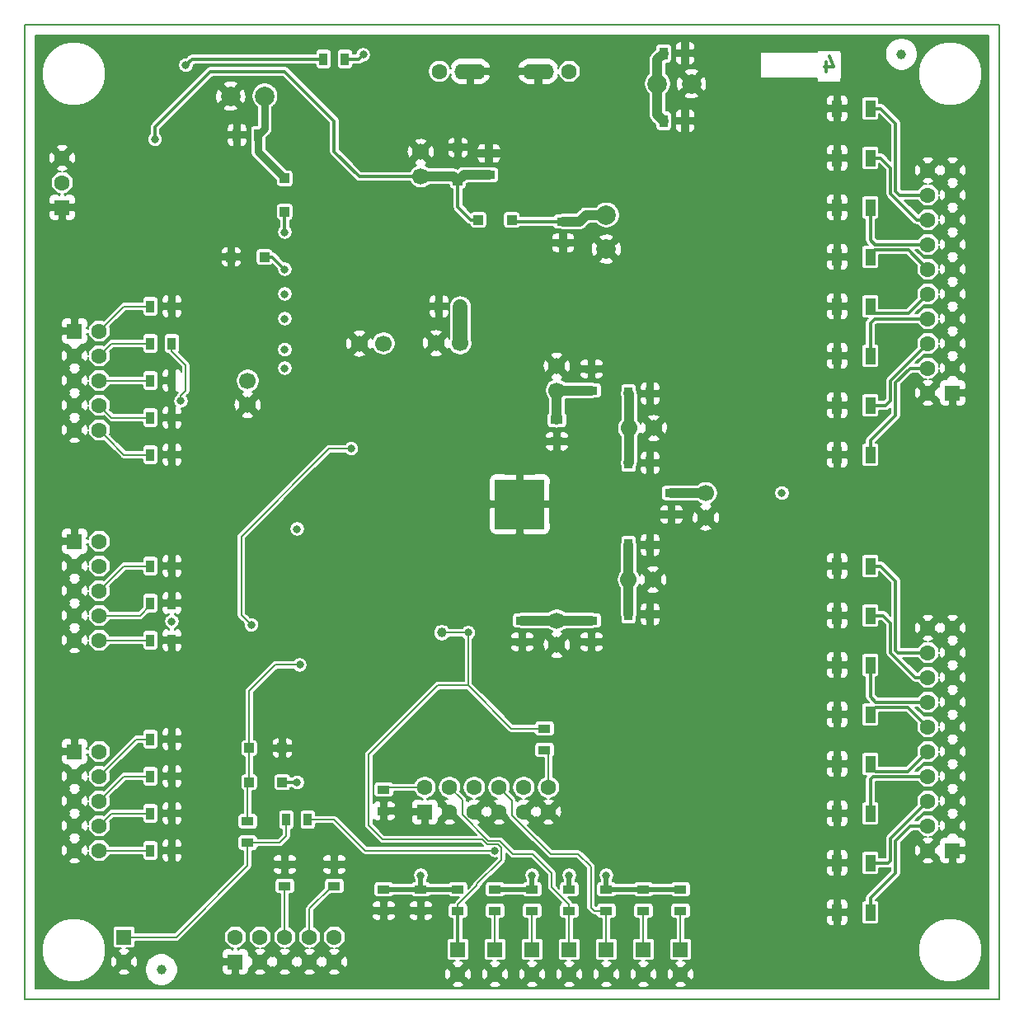
<source format=gbl>
G04 #@! TF.GenerationSoftware,KiCad,Pcbnew,(5.1.0)-1*
G04 #@! TF.CreationDate,2019-04-03T21:41:50+01:00*
G04 #@! TF.ProjectId,DAC-AK4458-1.0,4441432d-414b-4343-9435-382d312e302e,1.0*
G04 #@! TF.SameCoordinates,PX6422c40PY8f0d180*
G04 #@! TF.FileFunction,Copper,L4,Bot*
G04 #@! TF.FilePolarity,Positive*
%FSLAX46Y46*%
G04 Gerber Fmt 4.6, Leading zero omitted, Abs format (unit mm)*
G04 Created by KiCad (PCBNEW (5.1.0)-1) date 2019-04-03 21:41:50*
%MOMM*%
%LPD*%
G04 APERTURE LIST*
%ADD10C,0.300000*%
%ADD11C,0.150000*%
%ADD12R,1.300000X0.900000*%
%ADD13C,1.600000*%
%ADD14O,3.200000X1.600000*%
%ADD15R,1.600000X1.600000*%
%ADD16R,0.900000X1.300000*%
%ADD17R,1.000000X1.000000*%
%ADD18R,1.100000X1.700000*%
%ADD19C,2.000000*%
%ADD20C,1.700000*%
%ADD21C,1.000000*%
%ADD22R,5.100000X5.100000*%
%ADD23C,0.600000*%
%ADD24C,0.800000*%
%ADD25C,1.000000*%
%ADD26C,0.152400*%
%ADD27C,0.500000*%
%ADD28C,1.500000*%
%ADD29C,0.153000*%
%ADD30C,0.800000*%
G04 APERTURE END LIST*
D10*
X82264285Y96206429D02*
X82264285Y95206429D01*
X82621428Y96777858D02*
X82978571Y95706429D01*
X82050000Y95706429D01*
D11*
X100000000Y0D02*
X0Y0D01*
X100000000Y100000000D02*
X100000000Y0D01*
X0Y100000000D02*
X100000000Y100000000D01*
X0Y0D02*
X0Y100000000D01*
D12*
X53340000Y25570000D03*
X53340000Y27770000D03*
D13*
X42545000Y95250000D03*
D14*
X45720000Y95250000D03*
D15*
X10160000Y6350000D03*
D13*
X10160000Y3810000D03*
D15*
X44450000Y5080000D03*
D13*
X44450000Y2540000D03*
D15*
X48260000Y5080000D03*
D13*
X48260000Y2540000D03*
D15*
X52070000Y5080000D03*
D13*
X52070000Y2540000D03*
D15*
X55880000Y5080000D03*
D13*
X55880000Y2540000D03*
D15*
X59690000Y5080000D03*
D13*
X59690000Y2540000D03*
D15*
X63500000Y5080000D03*
D13*
X63500000Y2540000D03*
D15*
X67310000Y5080000D03*
D13*
X67310000Y2540000D03*
X53750000Y19190000D03*
X53750000Y21730000D03*
X51210000Y21730000D03*
X51210000Y19190000D03*
X48670000Y21730000D03*
X48670000Y19190000D03*
X46130000Y21730000D03*
X46130000Y19190000D03*
X43590000Y21730000D03*
X43590000Y19190000D03*
X41050000Y21730000D03*
D15*
X41050000Y19190000D03*
D13*
X3810000Y83820000D03*
D15*
X3810000Y81280000D03*
D13*
X3810000Y86360000D03*
X31750000Y6350000D03*
X31750000Y3810000D03*
X29210000Y6350000D03*
X29210000Y3810000D03*
X26670000Y6350000D03*
X26670000Y3810000D03*
X24130000Y6350000D03*
X24130000Y3810000D03*
X21590000Y6350000D03*
D15*
X21590000Y3810000D03*
D13*
X7620000Y58420000D03*
X5080000Y58420000D03*
X7620000Y60960000D03*
X5080000Y60960000D03*
X7620000Y63500000D03*
X5080000Y63500000D03*
X7620000Y66040000D03*
X5080000Y66040000D03*
X7620000Y68580000D03*
D15*
X5080000Y68580000D03*
D13*
X7620000Y36830000D03*
X5080000Y36830000D03*
X7620000Y39370000D03*
X5080000Y39370000D03*
X7620000Y41910000D03*
X5080000Y41910000D03*
X7620000Y44450000D03*
X5080000Y44450000D03*
X7620000Y46990000D03*
D15*
X5080000Y46990000D03*
D13*
X7620000Y15240000D03*
X5080000Y15240000D03*
X7620000Y17780000D03*
X5080000Y17780000D03*
X7620000Y20320000D03*
X5080000Y20320000D03*
X7620000Y22860000D03*
X5080000Y22860000D03*
X7620000Y25400000D03*
D15*
X5080000Y25400000D03*
D16*
X15070000Y19050000D03*
X12870000Y19050000D03*
D17*
X26670000Y84250000D03*
X26670000Y80850000D03*
D18*
X86790000Y91440000D03*
X83390000Y91440000D03*
X86790000Y86360000D03*
X83390000Y86360000D03*
X86790000Y81280000D03*
X83390000Y81280000D03*
X86790000Y76200000D03*
X83390000Y76200000D03*
X86790000Y71120000D03*
X83390000Y71120000D03*
X86790000Y66040000D03*
X83390000Y66040000D03*
X86790000Y60960000D03*
X83390000Y60960000D03*
X86790000Y55880000D03*
X83390000Y55880000D03*
X86790000Y44450000D03*
X83390000Y44450000D03*
X86790000Y39370000D03*
X83390000Y39370000D03*
X86790000Y34290000D03*
X83390000Y34290000D03*
X86790000Y29210000D03*
X83390000Y29210000D03*
X86790000Y24130000D03*
X83390000Y24130000D03*
X86790000Y19050000D03*
X83390000Y19050000D03*
D12*
X59690000Y9060000D03*
X59690000Y11260000D03*
X52070000Y9060000D03*
X52070000Y11260000D03*
X48260000Y9060000D03*
X48260000Y11260000D03*
X44450000Y9060000D03*
X44450000Y11260000D03*
D18*
X86790000Y13970000D03*
X83390000Y13970000D03*
X86790000Y8890000D03*
X83390000Y8890000D03*
D12*
X36830000Y19300000D03*
X36830000Y21500000D03*
X31750000Y13800000D03*
X31750000Y11600000D03*
D16*
X15070000Y63500000D03*
X12870000Y63500000D03*
X15070000Y59690000D03*
X12870000Y59690000D03*
X15070000Y40640000D03*
X12870000Y40640000D03*
X12870000Y67310000D03*
X15070000Y67310000D03*
D13*
X55880000Y95250000D03*
D14*
X52705000Y95250000D03*
D16*
X44700000Y71100000D03*
X42500000Y71100000D03*
D12*
X66357500Y51943000D03*
X66357500Y49743000D03*
D16*
X23960000Y88700000D03*
X21760000Y88700000D03*
D19*
X24610000Y92710000D03*
X21110000Y92710000D03*
D16*
X65575000Y97100000D03*
X67775000Y97100000D03*
D19*
X64925000Y93980000D03*
X68425000Y93980000D03*
X59690000Y80490000D03*
X59690000Y76990000D03*
D16*
X12870000Y44450000D03*
X15070000Y44450000D03*
X15070000Y71120000D03*
X12870000Y71120000D03*
D12*
X26670000Y11600000D03*
X26670000Y13800000D03*
D16*
X12870000Y26670000D03*
X15070000Y26670000D03*
X12870000Y22860000D03*
X15070000Y22860000D03*
X65575000Y90170000D03*
X67775000Y90170000D03*
D12*
X55245000Y79840000D03*
X55245000Y77640000D03*
D20*
X69913500Y51943000D03*
X69913500Y49443000D03*
X62039500Y58610500D03*
X64539500Y58610500D03*
X40640000Y84475000D03*
X40640000Y86975000D03*
X36810000Y67310000D03*
X34310000Y67310000D03*
X54610000Y62484000D03*
X54610000Y64984000D03*
X44684000Y67330000D03*
X42184000Y67330000D03*
D17*
X49960000Y80010000D03*
X46560000Y80010000D03*
X24560000Y76200000D03*
X21160000Y76200000D03*
X44450000Y84025000D03*
X44450000Y87425000D03*
D16*
X32850000Y96520000D03*
X30650000Y96520000D03*
X26840000Y18415000D03*
X29040000Y18415000D03*
D21*
X90000000Y97000000D03*
X14000000Y3000000D03*
D12*
X54610000Y59456500D03*
X54610000Y57256500D03*
X58166000Y62484000D03*
X58166000Y64684000D03*
D16*
X61976000Y62166500D03*
X64176000Y62166500D03*
X61976000Y55054500D03*
X64176000Y55054500D03*
D12*
X40640000Y11260000D03*
X40640000Y9060000D03*
X36830000Y11260000D03*
X36830000Y9060000D03*
D15*
X95250000Y62230000D03*
D13*
X92710000Y62230000D03*
X95250000Y64770000D03*
X92710000Y64770000D03*
X95250000Y67310000D03*
X92710000Y67310000D03*
X95250000Y69850000D03*
X92710000Y69850000D03*
X95250000Y72390000D03*
X92710000Y72390000D03*
X95250000Y74930000D03*
X92710000Y74930000D03*
X95250000Y77470000D03*
X92710000Y77470000D03*
X95250000Y80010000D03*
X92710000Y80010000D03*
X95250000Y82550000D03*
X92710000Y82550000D03*
X95250000Y85090000D03*
X92710000Y85090000D03*
D15*
X95250000Y15240000D03*
D13*
X92710000Y15240000D03*
X95250000Y17780000D03*
X92710000Y17780000D03*
X95250000Y20320000D03*
X92710000Y20320000D03*
X95250000Y22860000D03*
X92710000Y22860000D03*
X95250000Y25400000D03*
X92710000Y25400000D03*
X95250000Y27940000D03*
X92710000Y27940000D03*
X95250000Y30480000D03*
X92710000Y30480000D03*
X95250000Y33020000D03*
X92710000Y33020000D03*
X95250000Y35560000D03*
X92710000Y35560000D03*
X95250000Y38100000D03*
X92710000Y38100000D03*
D12*
X22860000Y18245000D03*
X22860000Y16045000D03*
X47625000Y84625000D03*
X47625000Y86825000D03*
D16*
X15070000Y15240000D03*
X12870000Y15240000D03*
X15070000Y36830000D03*
X12870000Y36830000D03*
X15070000Y55880000D03*
X12870000Y55880000D03*
D20*
X61976000Y43053000D03*
X64476000Y43053000D03*
D16*
X61976000Y46609000D03*
X64176000Y46609000D03*
X61976000Y39497000D03*
X64176000Y39497000D03*
D20*
X54610000Y38862000D03*
X54610000Y36362000D03*
D12*
X58166000Y38862000D03*
X58166000Y36662000D03*
X51054000Y38862000D03*
X51054000Y36662000D03*
D22*
X50800000Y50800000D03*
D23*
X48800000Y52800000D03*
X52800000Y52800000D03*
X52800000Y48800000D03*
X48800000Y48800000D03*
D17*
X26415000Y22265000D03*
X23015000Y22265000D03*
D12*
X55880000Y9060000D03*
X55880000Y11260000D03*
X63500000Y9060000D03*
X63500000Y11260000D03*
X67310000Y9060000D03*
X67310000Y11260000D03*
D21*
X42800000Y37600000D03*
D20*
X22860000Y63480000D03*
X22860000Y60980000D03*
D17*
X23015000Y25765000D03*
X26415000Y25765000D03*
D24*
X50250000Y59750000D03*
X69000000Y7000000D03*
X65400000Y9250000D03*
X33119255Y44102104D03*
X81600000Y46400000D03*
X83300000Y48500000D03*
X45100000Y59300000D03*
X38400000Y42600000D03*
X41700000Y42700000D03*
X35100000Y42700000D03*
X37500000Y59200000D03*
X71374000Y78740000D03*
X71247000Y54165500D03*
X59944000Y65595500D03*
X76644500Y88900000D03*
X76644500Y78740000D03*
X76644500Y68516500D03*
X76644500Y58356500D03*
X76581000Y41846500D03*
X76581000Y31686500D03*
X76581000Y21590000D03*
X76581000Y11366500D03*
X98234500Y7874000D03*
X97853500Y91313000D03*
X89598500Y54673500D03*
X83820000Y51689000D03*
X89535000Y47625000D03*
X97472500Y55118000D03*
X97472500Y45656500D03*
X83375500Y11430000D03*
X83375500Y21590000D03*
X83375500Y31750000D03*
X83375500Y42037000D03*
X83375500Y58483500D03*
X83375500Y68580000D03*
X83375500Y78740000D03*
X83375500Y88900000D03*
X89916000Y93091000D03*
X87249000Y97345500D03*
X80137000Y83693000D03*
X80137000Y73533000D03*
X80137000Y63309500D03*
X77660500Y46418500D03*
X78803500Y16510000D03*
X78803500Y26670000D03*
X78803500Y36830000D03*
X71183500Y44894500D03*
X67691000Y35877500D03*
X70675500Y32385000D03*
X69278500Y28257500D03*
X70802500Y22987000D03*
X64389000Y31242000D03*
X60325000Y35242500D03*
X59055000Y27940000D03*
X41275000Y59182000D03*
X22860000Y81280000D03*
X22860000Y82550000D03*
X26416000Y27432000D03*
X19685000Y76200000D03*
X39370000Y73660000D03*
X31750000Y85090000D03*
X31750000Y80010000D03*
X31750000Y74930000D03*
X31750000Y69850000D03*
X20320000Y85090000D03*
X13970000Y84455000D03*
X13970000Y81915000D03*
X42900000Y57800000D03*
X39700000Y57400000D03*
X26700000Y58400000D03*
X21000000Y41900000D03*
X15100000Y28300000D03*
X12900000Y21000000D03*
X15100000Y17100000D03*
X25000000Y11600000D03*
X25000000Y13900000D03*
X33400000Y13900000D03*
X38700000Y7700000D03*
X15100000Y24600000D03*
X15100000Y35100000D03*
X12800000Y35100000D03*
X15100000Y46300000D03*
X15100000Y58000000D03*
X15000000Y65200000D03*
X15100000Y69200000D03*
X22400000Y71100000D03*
X33800000Y71900000D03*
X35600000Y87300000D03*
X37800000Y89500000D03*
X49500000Y88600000D03*
X46400000Y88600000D03*
X53400000Y88600000D03*
X57100000Y88600000D03*
X12000000Y92300000D03*
X52400000Y76400000D03*
X50800000Y78500000D03*
X50800000Y82500000D03*
X24500000Y41800000D03*
X23200000Y40100000D03*
X16500000Y15300000D03*
X19800000Y13800000D03*
X23000000Y44500000D03*
X24300000Y46300000D03*
X68200000Y73200000D03*
X65100000Y73200000D03*
X48000000Y75400000D03*
X48000000Y73200000D03*
X50800000Y76400000D03*
X49000000Y76400000D03*
X48000000Y74300000D03*
X53600000Y74300000D03*
X53600000Y75400000D03*
X53600000Y73200000D03*
X22700000Y34300000D03*
X41800000Y40700000D03*
X61000000Y48400000D03*
X64400000Y48400000D03*
X65700000Y39500000D03*
X52200000Y34900000D03*
X58100000Y34900000D03*
X43100000Y88750000D03*
X69350000Y90200000D03*
X69400000Y97100000D03*
X20500000Y88700000D03*
X55300000Y76200000D03*
X56400000Y58500000D03*
X65700000Y62200000D03*
X65600000Y53500000D03*
X65600000Y56400000D03*
X58400000Y55000000D03*
X52000000Y67900000D03*
X57000000Y73200000D03*
X61600000Y73200000D03*
X34100000Y23300000D03*
X34100000Y27500000D03*
X34100000Y35100000D03*
X34100000Y39900000D03*
X39000000Y35200000D03*
X40300000Y27600000D03*
X48700000Y27600000D03*
X62000000Y24500000D03*
X68700000Y17800000D03*
X65200000Y16000000D03*
X61600000Y18600000D03*
X90800000Y1600000D03*
X84200000Y1600000D03*
X1700000Y77700000D03*
X1700000Y89800000D03*
X22600000Y98300000D03*
X10000000Y98300000D03*
X73300000Y98300000D03*
X83500000Y98400000D03*
X40800000Y69700000D03*
X27940000Y48260000D03*
X40640000Y12700000D03*
X52070000Y12700000D03*
X55880000Y12700000D03*
X59690000Y12700000D03*
X27940000Y22225000D03*
X26670000Y74930000D03*
X26670000Y69850000D03*
X26670000Y64770000D03*
X26670000Y66675000D03*
X26670000Y72390000D03*
X26670000Y78740000D03*
X13335000Y88265000D03*
X77724000Y51943000D03*
X15070000Y38770000D03*
X16000000Y61400000D03*
X48260000Y15240000D03*
X34720000Y96950000D03*
X45500000Y37600000D03*
X28200000Y34300000D03*
X16510000Y95885000D03*
X23220000Y38420000D03*
X33500000Y56500000D03*
D10*
X50130000Y79840000D02*
X49960000Y80010000D01*
X55245000Y79840000D02*
X50130000Y79840000D01*
D25*
X55245000Y79840000D02*
X56980000Y79840000D01*
X57630000Y80490000D02*
X59690000Y80490000D01*
X56980000Y79840000D02*
X57630000Y80490000D01*
D10*
X67310000Y2540000D02*
X65400000Y4450000D01*
X65400000Y4450000D02*
X65400000Y9250000D01*
X59540500Y64684000D02*
X59944000Y65087500D01*
X59944000Y65087500D02*
X59944000Y65595500D01*
X58166000Y64684000D02*
X59540500Y64684000D01*
X76581000Y31686500D02*
X76581000Y41846500D01*
X76581000Y21590000D02*
X76581000Y31686500D01*
X76581000Y11366500D02*
X76581000Y21590000D01*
X89535000Y47625000D02*
X89535000Y54610000D01*
X89535000Y54610000D02*
X89598500Y54673500D01*
X97472500Y45656500D02*
X91503500Y45656500D01*
X91503500Y45656500D02*
X89535000Y47625000D01*
X95250000Y38100000D02*
X97472500Y40322500D01*
X97472500Y40322500D02*
X97472500Y45656500D01*
X83390000Y13970000D02*
X83390000Y11444500D01*
X83390000Y11444500D02*
X83375500Y11430000D01*
X83390000Y24130000D02*
X83390000Y21604500D01*
X83390000Y21604500D02*
X83375500Y21590000D01*
X83390000Y34290000D02*
X83390000Y31764500D01*
X83390000Y31764500D02*
X83375500Y31750000D01*
X83390000Y44450000D02*
X83390000Y42051500D01*
X83390000Y42051500D02*
X83375500Y42037000D01*
X83390000Y58498000D02*
X83375500Y58483500D01*
X83390000Y71120000D02*
X83390000Y68594500D01*
X83390000Y68594500D02*
X83375500Y68580000D01*
X83390000Y78754500D02*
X83375500Y78740000D01*
X83390000Y88885500D02*
X83375500Y88900000D01*
X78803500Y45275500D02*
X77660500Y46418500D01*
X78803500Y26670000D02*
X78803500Y16510000D01*
X83390000Y24130000D02*
X81343500Y24130000D01*
X81343500Y24130000D02*
X78803500Y26670000D01*
X70675500Y32385000D02*
X67691000Y35369500D01*
X67691000Y35369500D02*
X67691000Y35877500D01*
X69278500Y28257500D02*
X69278500Y30988000D01*
X69278500Y30988000D02*
X70675500Y32385000D01*
X70802500Y22987000D02*
X70802500Y26733500D01*
X70802500Y26733500D02*
X69278500Y28257500D01*
X59055000Y27940000D02*
X59055000Y33972500D01*
X59055000Y33972500D02*
X60325000Y35242500D01*
D26*
X10160000Y71120000D02*
X7620000Y68580000D01*
X12870000Y71120000D02*
X10160000Y71120000D01*
X8890000Y67310000D02*
X7620000Y66040000D01*
X12870000Y67310000D02*
X8890000Y67310000D01*
X12267600Y63500000D02*
X7620000Y63500000D01*
X12870000Y63500000D02*
X12267600Y63500000D01*
X8890000Y59690000D02*
X7620000Y60960000D01*
X12870000Y59690000D02*
X8890000Y59690000D01*
X8890000Y19050000D02*
X7620000Y17780000D01*
X12870000Y19050000D02*
X8890000Y19050000D01*
D10*
X90932000Y17780000D02*
X92710000Y17780000D01*
X89408000Y16256000D02*
X90932000Y17780000D01*
X89408000Y12954000D02*
X89408000Y16256000D01*
X86790000Y10336000D02*
X89408000Y12954000D01*
X86790000Y8890000D02*
X86790000Y10336000D01*
X88900000Y14224000D02*
X88900000Y16510000D01*
X88900000Y16510000D02*
X92710000Y20320000D01*
X88646000Y13970000D02*
X88900000Y14224000D01*
X86790000Y13970000D02*
X88646000Y13970000D01*
X86790000Y22528000D02*
X87122000Y22860000D01*
X87122000Y22860000D02*
X92710000Y22860000D01*
X86790000Y19050000D02*
X86790000Y22528000D01*
X90678000Y23368000D02*
X92710000Y25400000D01*
X87376000Y23368000D02*
X90678000Y23368000D01*
X86790000Y24130000D02*
X86790000Y23954000D01*
X86790000Y23954000D02*
X87376000Y23368000D01*
X87376000Y29972000D02*
X90678000Y29972000D01*
X90678000Y29972000D02*
X92710000Y27940000D01*
X86790000Y29386000D02*
X87376000Y29972000D01*
X86790000Y29210000D02*
X86790000Y29386000D01*
X86790000Y31066000D02*
X87376000Y30480000D01*
X87376000Y30480000D02*
X92710000Y30480000D01*
X86790000Y34290000D02*
X86790000Y31066000D01*
X88900000Y35560000D02*
X91440000Y33020000D01*
X91440000Y33020000D02*
X92710000Y33020000D01*
X88900000Y38608000D02*
X88900000Y35560000D01*
X88138000Y39370000D02*
X88900000Y38608000D01*
X86790000Y39370000D02*
X88138000Y39370000D01*
X89408000Y35814000D02*
X89662000Y35560000D01*
X89662000Y35560000D02*
X92710000Y35560000D01*
X89408000Y42926000D02*
X89408000Y35814000D01*
X87884000Y44450000D02*
X89408000Y42926000D01*
X86790000Y44450000D02*
X87884000Y44450000D01*
X92710000Y64770000D02*
X90860610Y64770000D01*
X90860610Y64770000D02*
X89408000Y63317390D01*
X89408000Y63317390D02*
X89408000Y59944000D01*
X89408000Y59944000D02*
X86790000Y57326000D01*
X86790000Y57326000D02*
X86790000Y55880000D01*
X86790000Y60960000D02*
X88392000Y60960000D01*
X88392000Y60960000D02*
X88900000Y61468000D01*
X88900000Y61468000D02*
X88900000Y63500000D01*
X88900000Y63500000D02*
X90678000Y65278000D01*
X90678000Y65278000D02*
X92710000Y67310000D01*
X86790000Y66040000D02*
X86790000Y69405309D01*
X86790000Y69405309D02*
X87234691Y69850000D01*
X87234691Y69850000D02*
X92710000Y69850000D01*
X86790000Y71120000D02*
X86790000Y70839152D01*
X86790000Y70839152D02*
X87262087Y70367065D01*
X87262087Y70367065D02*
X90687065Y70367065D01*
X90687065Y70367065D02*
X92710000Y72390000D01*
X86790000Y76200000D02*
X86790000Y76468691D01*
X86790000Y76468691D02*
X87263388Y76942079D01*
X87263388Y76942079D02*
X90697921Y76942079D01*
X90697921Y76942079D02*
X92710000Y74930000D01*
X86790000Y81280000D02*
X86790000Y77938067D01*
X86790000Y77938067D02*
X87258067Y77470000D01*
X87258067Y77470000D02*
X92710000Y77470000D01*
X86790000Y86360000D02*
X87884000Y86360000D01*
X87884000Y86360000D02*
X88900000Y85344000D01*
X88900000Y85344000D02*
X88900000Y82680745D01*
X88900000Y82680745D02*
X91570745Y80010000D01*
X91570745Y80010000D02*
X92710000Y80010000D01*
X86790000Y91440000D02*
X87884000Y91440000D01*
X87884000Y91440000D02*
X89408000Y89916000D01*
X89408000Y89916000D02*
X89408000Y82947241D01*
X89408000Y82947241D02*
X89805241Y82550000D01*
X89805241Y82550000D02*
X92710000Y82550000D01*
D26*
X11430000Y26670000D02*
X7620000Y22860000D01*
X12870000Y26670000D02*
X11430000Y26670000D01*
X10160000Y22860000D02*
X7620000Y20320000D01*
X12870000Y22860000D02*
X10160000Y22860000D01*
D10*
X40994000Y21674000D02*
X41050000Y21730000D01*
D26*
X37060000Y21730000D02*
X36830000Y21500000D01*
X41050000Y21730000D02*
X37060000Y21730000D01*
D27*
X36830000Y11260000D02*
X40640000Y11260000D01*
X40640000Y11260000D02*
X40640000Y12700000D01*
X40640000Y11260000D02*
X44450000Y11260000D01*
X48260000Y11260000D02*
X52070000Y11260000D01*
X52070000Y11260000D02*
X52070000Y12700000D01*
X55880000Y11260000D02*
X55880000Y12700000D01*
X59690000Y11260000D02*
X63500000Y11260000D01*
X63500000Y11260000D02*
X67310000Y11260000D01*
X59690000Y11260000D02*
X59690000Y12700000D01*
D10*
X26415000Y22265000D02*
X27900000Y22265000D01*
X27900000Y22265000D02*
X27940000Y22225000D01*
X25400000Y76200000D02*
X26670000Y74930000D01*
X24560000Y76200000D02*
X25400000Y76200000D01*
X26670000Y80850000D02*
X26670000Y78740000D01*
D25*
X44000000Y84475000D02*
X44450000Y84025000D01*
X40640000Y84475000D02*
X44000000Y84475000D01*
X45050000Y84625000D02*
X44450000Y84025000D01*
X47625000Y84625000D02*
X45050000Y84625000D01*
D10*
X45760000Y80010000D02*
X46560000Y80010000D01*
X44450000Y84025000D02*
X44450000Y81320000D01*
X44450000Y81320000D02*
X45760000Y80010000D01*
X40640000Y84475000D02*
X34310000Y84475000D01*
X34310000Y84475000D02*
X31750000Y87035000D01*
X31750000Y87035000D02*
X31750000Y90170000D01*
X31750000Y90170000D02*
X26670000Y95250000D01*
X26670000Y95250000D02*
X19050000Y95250000D01*
X19050000Y95250000D02*
X13335000Y89535000D01*
X13335000Y89535000D02*
X13335000Y88265000D01*
D26*
X52070000Y9060000D02*
X52070000Y8310000D01*
X52070000Y8310000D02*
X52070000Y5080000D01*
X55880000Y8457600D02*
X55880000Y5080000D01*
X55880000Y9060000D02*
X55880000Y8457600D01*
X55880000Y9662400D02*
X55880000Y9060000D01*
X44900000Y20420000D02*
X44900000Y18905200D01*
X44900000Y18905200D02*
X47576587Y16228613D01*
X47576587Y16228613D02*
X48712667Y16228613D01*
X48712667Y16228613D02*
X50041280Y14900000D01*
X52100000Y14900000D02*
X54100000Y12900000D01*
X50041280Y14900000D02*
X52100000Y14900000D01*
X54100000Y11442400D02*
X55880000Y9662400D01*
X54100000Y12900000D02*
X54100000Y11442400D01*
X43590000Y21730000D02*
X44900000Y20420000D01*
X59690000Y8457600D02*
X59690000Y5080000D01*
X59690000Y9060000D02*
X59690000Y8457600D01*
X48670000Y21730000D02*
X50000000Y20400000D01*
X50000000Y18836822D02*
X53936822Y14900000D01*
X50000000Y20400000D02*
X50000000Y18836822D01*
X53936822Y14900000D02*
X56800000Y14900000D01*
X56800000Y14900000D02*
X58100000Y13600000D01*
X58100000Y13600000D02*
X58100000Y9400000D01*
X58440000Y9060000D02*
X59690000Y9060000D01*
X58100000Y9400000D02*
X58440000Y9060000D01*
X16000000Y61965685D02*
X16500000Y62465685D01*
X16000000Y61400000D02*
X16000000Y61965685D01*
X15070000Y66507600D02*
X15070000Y67310000D01*
X16500000Y62465685D02*
X16500000Y65077600D01*
X16500000Y65077600D02*
X15070000Y66507600D01*
X8419999Y57620001D02*
X7620000Y58420000D01*
X12870000Y55880000D02*
X10160000Y55880000D01*
X10160000Y55880000D02*
X8419999Y57620001D01*
X8751370Y15240000D02*
X12870000Y15240000D01*
X7620000Y15240000D02*
X8751370Y15240000D01*
X29040000Y18415000D02*
X31750000Y18415000D01*
X31750000Y18415000D02*
X34925000Y15240000D01*
X34925000Y15240000D02*
X48260000Y15240000D01*
D10*
X32850000Y96520000D02*
X34290000Y96520000D01*
X34290000Y96520000D02*
X34720000Y96950000D01*
D25*
X54610000Y62484000D02*
X54610000Y59456500D01*
X54600000Y62474000D02*
X54610000Y62484000D01*
X61976000Y43053000D02*
X61976000Y46609000D01*
X61976000Y39497000D02*
X61976000Y43053000D01*
X54610000Y38862000D02*
X51054000Y38862000D01*
X54610000Y38862000D02*
X58166000Y38862000D01*
X58166000Y62484000D02*
X54610000Y62484000D01*
X62039500Y62103000D02*
X61976000Y62166500D01*
X62039500Y58610500D02*
X62039500Y62103000D01*
X62039500Y55118000D02*
X61976000Y55054500D01*
X62039500Y58610500D02*
X62039500Y55118000D01*
D28*
X44700000Y67346000D02*
X44684000Y67330000D01*
X44700000Y71100000D02*
X44700000Y67346000D01*
D25*
X66357500Y51943000D02*
X69913500Y51943000D01*
D26*
X22860000Y13660000D02*
X22860000Y16045000D01*
X10160000Y6350000D02*
X15550000Y6350000D01*
X15550000Y6350000D02*
X22860000Y13660000D01*
X22860000Y16045000D02*
X26145000Y16045000D01*
X26840000Y16740000D02*
X26840000Y18415000D01*
X26145000Y16045000D02*
X26840000Y16740000D01*
D29*
X48260000Y5080000D02*
X48260000Y6211370D01*
X48260000Y6211370D02*
X48260000Y9060000D01*
D26*
X63500000Y5080000D02*
X63500000Y9060000D01*
X67310000Y8457600D02*
X67310000Y5080000D01*
X67310000Y9060000D02*
X67310000Y8457600D01*
D10*
X44450000Y5080000D02*
X44450000Y9060000D01*
D26*
X45500000Y37600000D02*
X45500000Y32200000D01*
X49930000Y27770000D02*
X53340000Y27770000D01*
X45500000Y32200000D02*
X49930000Y27770000D01*
X43507106Y37600000D02*
X45500000Y37600000D01*
X42800000Y37600000D02*
X43507106Y37600000D01*
X36700000Y16400000D02*
X35300000Y17800000D01*
X44450000Y9662400D02*
X46400000Y11612400D01*
X44450000Y9060000D02*
X44450000Y9662400D01*
X46400000Y11612400D02*
X46400000Y11773820D01*
X46935100Y16400000D02*
X36700000Y16400000D01*
X48916202Y15554978D02*
X48574978Y15896202D01*
X46400000Y11773820D02*
X48916202Y14290022D01*
X35300000Y25100000D02*
X42400000Y32200000D01*
X35300000Y17800000D02*
X35300000Y25100000D01*
X47438898Y15896202D02*
X46935100Y16400000D01*
X48574978Y15896202D02*
X47438898Y15896202D01*
X48916202Y14290022D02*
X48916202Y15554978D01*
X42400000Y32200000D02*
X45500000Y32200000D01*
D30*
X24610000Y89350000D02*
X23960000Y88700000D01*
X24610000Y92710000D02*
X24610000Y89350000D01*
X23960000Y86960000D02*
X26670000Y84250000D01*
X23960000Y88700000D02*
X23960000Y86960000D01*
D26*
X22860000Y22110000D02*
X23015000Y22265000D01*
X22860000Y18245000D02*
X22860000Y22110000D01*
X23015000Y25112600D02*
X23015000Y22265000D01*
X23015000Y25765000D02*
X23015000Y25112600D01*
X23015000Y25765000D02*
X23015000Y31615000D01*
X23015000Y31615000D02*
X25700000Y34300000D01*
X25700000Y34300000D02*
X28200000Y34300000D01*
D10*
X17145000Y96520000D02*
X30650000Y96520000D01*
X16510000Y95885000D02*
X17145000Y96520000D01*
D26*
X10160000Y44450000D02*
X12870000Y44450000D01*
X7620000Y41910000D02*
X10160000Y44450000D01*
X12870000Y40440000D02*
X12870000Y40640000D01*
X7620000Y39370000D02*
X11800000Y39370000D01*
X11800000Y39370000D02*
X12870000Y40440000D01*
X7620000Y36830000D02*
X12870000Y36830000D01*
X26670000Y11600000D02*
X26670000Y6350000D01*
X31550000Y11600000D02*
X31750000Y11600000D01*
X29210000Y6350000D02*
X29210000Y9260000D01*
X29210000Y9260000D02*
X31550000Y11600000D01*
X31200000Y56500000D02*
X33500000Y56500000D01*
X22200000Y47500000D02*
X31200000Y56500000D01*
X23220000Y38420000D02*
X22200000Y39440000D01*
X22200000Y39440000D02*
X22200000Y47500000D01*
X53750000Y25160000D02*
X53340000Y25570000D01*
X53750000Y21730000D02*
X53750000Y25160000D01*
D25*
X64925000Y90820000D02*
X65575000Y90170000D01*
X64925000Y93980000D02*
X64925000Y90820000D01*
X64925000Y96450000D02*
X65575000Y97100000D01*
X64925000Y93980000D02*
X64925000Y96450000D01*
D11*
G36*
X98925000Y1075000D02*
G01*
X1075000Y1075000D01*
X1075000Y5322559D01*
X1725000Y5322559D01*
X1725000Y4677441D01*
X1850857Y4044718D01*
X2097733Y3448706D01*
X2456142Y2912309D01*
X2912309Y2456142D01*
X3448706Y2097733D01*
X4044718Y1850857D01*
X4677441Y1725000D01*
X5322559Y1725000D01*
X5955282Y1850857D01*
X6551294Y2097733D01*
X7087691Y2456142D01*
X7375780Y2744231D01*
X9518495Y2744231D01*
X9605125Y2535890D01*
X9864353Y2452120D01*
X10134943Y2420534D01*
X10406496Y2442344D01*
X10668576Y2516712D01*
X10714875Y2535890D01*
X10801505Y2744231D01*
X10380763Y3164973D01*
X12325000Y3164973D01*
X12325000Y2835027D01*
X12389369Y2511420D01*
X12515634Y2206590D01*
X12698942Y1932249D01*
X12932249Y1698942D01*
X13206590Y1515634D01*
X13511420Y1389369D01*
X13835027Y1325000D01*
X14164973Y1325000D01*
X14488580Y1389369D01*
X14693454Y1474231D01*
X43808495Y1474231D01*
X43895125Y1265890D01*
X44154353Y1182120D01*
X44424943Y1150534D01*
X44696496Y1172344D01*
X44958576Y1246712D01*
X45004875Y1265890D01*
X45091505Y1474231D01*
X47618495Y1474231D01*
X47705125Y1265890D01*
X47964353Y1182120D01*
X48234943Y1150534D01*
X48506496Y1172344D01*
X48768576Y1246712D01*
X48814875Y1265890D01*
X48901505Y1474231D01*
X51428495Y1474231D01*
X51515125Y1265890D01*
X51774353Y1182120D01*
X52044943Y1150534D01*
X52316496Y1172344D01*
X52578576Y1246712D01*
X52624875Y1265890D01*
X52711505Y1474231D01*
X55238495Y1474231D01*
X55325125Y1265890D01*
X55584353Y1182120D01*
X55854943Y1150534D01*
X56126496Y1172344D01*
X56388576Y1246712D01*
X56434875Y1265890D01*
X56521505Y1474231D01*
X59048495Y1474231D01*
X59135125Y1265890D01*
X59394353Y1182120D01*
X59664943Y1150534D01*
X59936496Y1172344D01*
X60198576Y1246712D01*
X60244875Y1265890D01*
X60331505Y1474231D01*
X62858495Y1474231D01*
X62945125Y1265890D01*
X63204353Y1182120D01*
X63474943Y1150534D01*
X63746496Y1172344D01*
X64008576Y1246712D01*
X64054875Y1265890D01*
X64141505Y1474231D01*
X66668495Y1474231D01*
X66755125Y1265890D01*
X67014353Y1182120D01*
X67284943Y1150534D01*
X67556496Y1172344D01*
X67818576Y1246712D01*
X67864875Y1265890D01*
X67951505Y1474231D01*
X67310000Y2115736D01*
X66668495Y1474231D01*
X64141505Y1474231D01*
X63500000Y2115736D01*
X62858495Y1474231D01*
X60331505Y1474231D01*
X59690000Y2115736D01*
X59048495Y1474231D01*
X56521505Y1474231D01*
X55880000Y2115736D01*
X55238495Y1474231D01*
X52711505Y1474231D01*
X52070000Y2115736D01*
X51428495Y1474231D01*
X48901505Y1474231D01*
X48260000Y2115736D01*
X47618495Y1474231D01*
X45091505Y1474231D01*
X44450000Y2115736D01*
X43808495Y1474231D01*
X14693454Y1474231D01*
X14793410Y1515634D01*
X15067751Y1698942D01*
X15301058Y1932249D01*
X15484366Y2206590D01*
X15610631Y2511420D01*
X15675000Y2835027D01*
X15675000Y3010000D01*
X20204179Y3010000D01*
X20215435Y2895712D01*
X20248772Y2785816D01*
X20302908Y2684535D01*
X20375762Y2595762D01*
X20464535Y2522908D01*
X20565816Y2468772D01*
X20675712Y2435435D01*
X20790000Y2424179D01*
X21144250Y2427000D01*
X21290000Y2572750D01*
X21290000Y3510000D01*
X20352750Y3510000D01*
X20207000Y3364250D01*
X20204179Y3010000D01*
X15675000Y3010000D01*
X15675000Y3164973D01*
X15610631Y3488580D01*
X15484366Y3793410D01*
X15301058Y4067751D01*
X15067751Y4301058D01*
X14793410Y4484366D01*
X14490104Y4610000D01*
X20204179Y4610000D01*
X20207000Y4255750D01*
X20352750Y4110000D01*
X21290000Y4110000D01*
X21290000Y4130000D01*
X21890000Y4130000D01*
X21890000Y4110000D01*
X21910000Y4110000D01*
X21910000Y3510000D01*
X21890000Y3510000D01*
X21890000Y2572750D01*
X22035750Y2427000D01*
X22390000Y2424179D01*
X22504288Y2435435D01*
X22614184Y2468772D01*
X22715465Y2522908D01*
X22804238Y2595762D01*
X22877092Y2684535D01*
X22909000Y2744231D01*
X23488495Y2744231D01*
X23575125Y2535890D01*
X23834353Y2452120D01*
X24104943Y2420534D01*
X24376496Y2442344D01*
X24638576Y2516712D01*
X24684875Y2535890D01*
X24771505Y2744231D01*
X26028495Y2744231D01*
X26115125Y2535890D01*
X26374353Y2452120D01*
X26644943Y2420534D01*
X26916496Y2442344D01*
X27178576Y2516712D01*
X27224875Y2535890D01*
X27311505Y2744231D01*
X28568495Y2744231D01*
X28655125Y2535890D01*
X28914353Y2452120D01*
X29184943Y2420534D01*
X29456496Y2442344D01*
X29718576Y2516712D01*
X29764875Y2535890D01*
X29851505Y2744231D01*
X31108495Y2744231D01*
X31195125Y2535890D01*
X31454353Y2452120D01*
X31724943Y2420534D01*
X31996496Y2442344D01*
X32258576Y2516712D01*
X32304875Y2535890D01*
X32317002Y2565057D01*
X43060534Y2565057D01*
X43082344Y2293504D01*
X43156712Y2031424D01*
X43175890Y1985125D01*
X43384231Y1898495D01*
X44025736Y2540000D01*
X44874264Y2540000D01*
X45515769Y1898495D01*
X45724110Y1985125D01*
X45807880Y2244353D01*
X45839466Y2514943D01*
X45835442Y2565057D01*
X46870534Y2565057D01*
X46892344Y2293504D01*
X46966712Y2031424D01*
X46985890Y1985125D01*
X47194231Y1898495D01*
X47835736Y2540000D01*
X48684264Y2540000D01*
X49325769Y1898495D01*
X49534110Y1985125D01*
X49617880Y2244353D01*
X49649466Y2514943D01*
X49645442Y2565057D01*
X50680534Y2565057D01*
X50702344Y2293504D01*
X50776712Y2031424D01*
X50795890Y1985125D01*
X51004231Y1898495D01*
X51645736Y2540000D01*
X52494264Y2540000D01*
X53135769Y1898495D01*
X53344110Y1985125D01*
X53427880Y2244353D01*
X53459466Y2514943D01*
X53455442Y2565057D01*
X54490534Y2565057D01*
X54512344Y2293504D01*
X54586712Y2031424D01*
X54605890Y1985125D01*
X54814231Y1898495D01*
X55455736Y2540000D01*
X56304264Y2540000D01*
X56945769Y1898495D01*
X57154110Y1985125D01*
X57237880Y2244353D01*
X57269466Y2514943D01*
X57265442Y2565057D01*
X58300534Y2565057D01*
X58322344Y2293504D01*
X58396712Y2031424D01*
X58415890Y1985125D01*
X58624231Y1898495D01*
X59265736Y2540000D01*
X60114264Y2540000D01*
X60755769Y1898495D01*
X60964110Y1985125D01*
X61047880Y2244353D01*
X61079466Y2514943D01*
X61075442Y2565057D01*
X62110534Y2565057D01*
X62132344Y2293504D01*
X62206712Y2031424D01*
X62225890Y1985125D01*
X62434231Y1898495D01*
X63075736Y2540000D01*
X63924264Y2540000D01*
X64565769Y1898495D01*
X64774110Y1985125D01*
X64857880Y2244353D01*
X64889466Y2514943D01*
X64885442Y2565057D01*
X65920534Y2565057D01*
X65942344Y2293504D01*
X66016712Y2031424D01*
X66035890Y1985125D01*
X66244231Y1898495D01*
X66885736Y2540000D01*
X67734264Y2540000D01*
X68375769Y1898495D01*
X68584110Y1985125D01*
X68667880Y2244353D01*
X68699466Y2514943D01*
X68677656Y2786496D01*
X68603288Y3048576D01*
X68584110Y3094875D01*
X68375769Y3181505D01*
X67734264Y2540000D01*
X66885736Y2540000D01*
X66244231Y3181505D01*
X66035890Y3094875D01*
X65952120Y2835647D01*
X65920534Y2565057D01*
X64885442Y2565057D01*
X64867656Y2786496D01*
X64793288Y3048576D01*
X64774110Y3094875D01*
X64565769Y3181505D01*
X63924264Y2540000D01*
X63075736Y2540000D01*
X62434231Y3181505D01*
X62225890Y3094875D01*
X62142120Y2835647D01*
X62110534Y2565057D01*
X61075442Y2565057D01*
X61057656Y2786496D01*
X60983288Y3048576D01*
X60964110Y3094875D01*
X60755769Y3181505D01*
X60114264Y2540000D01*
X59265736Y2540000D01*
X58624231Y3181505D01*
X58415890Y3094875D01*
X58332120Y2835647D01*
X58300534Y2565057D01*
X57265442Y2565057D01*
X57247656Y2786496D01*
X57173288Y3048576D01*
X57154110Y3094875D01*
X56945769Y3181505D01*
X56304264Y2540000D01*
X55455736Y2540000D01*
X54814231Y3181505D01*
X54605890Y3094875D01*
X54522120Y2835647D01*
X54490534Y2565057D01*
X53455442Y2565057D01*
X53437656Y2786496D01*
X53363288Y3048576D01*
X53344110Y3094875D01*
X53135769Y3181505D01*
X52494264Y2540000D01*
X51645736Y2540000D01*
X51004231Y3181505D01*
X50795890Y3094875D01*
X50712120Y2835647D01*
X50680534Y2565057D01*
X49645442Y2565057D01*
X49627656Y2786496D01*
X49553288Y3048576D01*
X49534110Y3094875D01*
X49325769Y3181505D01*
X48684264Y2540000D01*
X47835736Y2540000D01*
X47194231Y3181505D01*
X46985890Y3094875D01*
X46902120Y2835647D01*
X46870534Y2565057D01*
X45835442Y2565057D01*
X45817656Y2786496D01*
X45743288Y3048576D01*
X45724110Y3094875D01*
X45515769Y3181505D01*
X44874264Y2540000D01*
X44025736Y2540000D01*
X43384231Y3181505D01*
X43175890Y3094875D01*
X43092120Y2835647D01*
X43060534Y2565057D01*
X32317002Y2565057D01*
X32391505Y2744231D01*
X31750000Y3385736D01*
X31108495Y2744231D01*
X29851505Y2744231D01*
X29210000Y3385736D01*
X28568495Y2744231D01*
X27311505Y2744231D01*
X26670000Y3385736D01*
X26028495Y2744231D01*
X24771505Y2744231D01*
X24130000Y3385736D01*
X23488495Y2744231D01*
X22909000Y2744231D01*
X22931228Y2785816D01*
X22964565Y2895712D01*
X22975821Y3010000D01*
X22974261Y3205905D01*
X23064231Y3168495D01*
X23705736Y3810000D01*
X24554264Y3810000D01*
X25195769Y3168495D01*
X25400000Y3253416D01*
X25604231Y3168495D01*
X26245736Y3810000D01*
X27094264Y3810000D01*
X27735769Y3168495D01*
X27940000Y3253416D01*
X28144231Y3168495D01*
X28785736Y3810000D01*
X29634264Y3810000D01*
X30275769Y3168495D01*
X30480000Y3253416D01*
X30684231Y3168495D01*
X31325736Y3810000D01*
X32174264Y3810000D01*
X32815769Y3168495D01*
X33024110Y3255125D01*
X33107880Y3514353D01*
X33139466Y3784943D01*
X33117656Y4056496D01*
X33043288Y4318576D01*
X33024110Y4364875D01*
X32815769Y4451505D01*
X32174264Y3810000D01*
X31325736Y3810000D01*
X30684231Y4451505D01*
X30480000Y4366584D01*
X30275769Y4451505D01*
X29634264Y3810000D01*
X28785736Y3810000D01*
X28144231Y4451505D01*
X27940000Y4366584D01*
X27735769Y4451505D01*
X27094264Y3810000D01*
X26245736Y3810000D01*
X25604231Y4451505D01*
X25400000Y4366584D01*
X25195769Y4451505D01*
X24554264Y3810000D01*
X23705736Y3810000D01*
X23064231Y4451505D01*
X22974261Y4414095D01*
X22975821Y4610000D01*
X22964565Y4724288D01*
X22931228Y4834184D01*
X22877092Y4935465D01*
X22804238Y5024238D01*
X22715465Y5097092D01*
X22614184Y5151228D01*
X22504288Y5184565D01*
X22390000Y5195821D01*
X22035750Y5193000D01*
X21890002Y5047252D01*
X21890002Y5193000D01*
X21796219Y5193000D01*
X21932735Y5220155D01*
X22146571Y5308729D01*
X22339019Y5437318D01*
X22502682Y5600981D01*
X22631271Y5793429D01*
X22719845Y6007265D01*
X22765000Y6234273D01*
X22765000Y6465727D01*
X22955000Y6465727D01*
X22955000Y6234273D01*
X23000155Y6007265D01*
X23088729Y5793429D01*
X23217318Y5600981D01*
X23380981Y5437318D01*
X23573429Y5308729D01*
X23787265Y5220155D01*
X23967148Y5184374D01*
X23883504Y5177656D01*
X23621424Y5103288D01*
X23575125Y5084110D01*
X23488495Y4875769D01*
X24130000Y4234264D01*
X24771505Y4875769D01*
X24684875Y5084110D01*
X24425647Y5167880D01*
X24289707Y5183748D01*
X24472735Y5220155D01*
X24686571Y5308729D01*
X24879019Y5437318D01*
X25042682Y5600981D01*
X25171271Y5793429D01*
X25259845Y6007265D01*
X25305000Y6234273D01*
X25305000Y6465727D01*
X25495000Y6465727D01*
X25495000Y6234273D01*
X25540155Y6007265D01*
X25628729Y5793429D01*
X25757318Y5600981D01*
X25920981Y5437318D01*
X26113429Y5308729D01*
X26327265Y5220155D01*
X26507148Y5184374D01*
X26423504Y5177656D01*
X26161424Y5103288D01*
X26115125Y5084110D01*
X26028495Y4875769D01*
X26670000Y4234264D01*
X27311505Y4875769D01*
X27224875Y5084110D01*
X26965647Y5167880D01*
X26829707Y5183748D01*
X27012735Y5220155D01*
X27226571Y5308729D01*
X27419019Y5437318D01*
X27582682Y5600981D01*
X27711271Y5793429D01*
X27799845Y6007265D01*
X27845000Y6234273D01*
X27845000Y6465727D01*
X28035000Y6465727D01*
X28035000Y6234273D01*
X28080155Y6007265D01*
X28168729Y5793429D01*
X28297318Y5600981D01*
X28460981Y5437318D01*
X28653429Y5308729D01*
X28867265Y5220155D01*
X29047148Y5184374D01*
X28963504Y5177656D01*
X28701424Y5103288D01*
X28655125Y5084110D01*
X28568495Y4875769D01*
X29210000Y4234264D01*
X29851505Y4875769D01*
X29764875Y5084110D01*
X29505647Y5167880D01*
X29369707Y5183748D01*
X29552735Y5220155D01*
X29766571Y5308729D01*
X29959019Y5437318D01*
X30122682Y5600981D01*
X30251271Y5793429D01*
X30339845Y6007265D01*
X30385000Y6234273D01*
X30385000Y6465727D01*
X30575000Y6465727D01*
X30575000Y6234273D01*
X30620155Y6007265D01*
X30708729Y5793429D01*
X30837318Y5600981D01*
X31000981Y5437318D01*
X31193429Y5308729D01*
X31407265Y5220155D01*
X31587148Y5184374D01*
X31503504Y5177656D01*
X31241424Y5103288D01*
X31195125Y5084110D01*
X31108495Y4875769D01*
X31750000Y4234264D01*
X32391505Y4875769D01*
X32304875Y5084110D01*
X32045647Y5167880D01*
X31909707Y5183748D01*
X32092735Y5220155D01*
X32306571Y5308729D01*
X32499019Y5437318D01*
X32662682Y5600981D01*
X32791271Y5793429D01*
X32879845Y6007265D01*
X32925000Y6234273D01*
X32925000Y6465727D01*
X32879845Y6692735D01*
X32791271Y6906571D01*
X32662682Y7099019D01*
X32499019Y7262682D01*
X32306571Y7391271D01*
X32092735Y7479845D01*
X31865727Y7525000D01*
X31634273Y7525000D01*
X31407265Y7479845D01*
X31193429Y7391271D01*
X31000981Y7262682D01*
X30837318Y7099019D01*
X30708729Y6906571D01*
X30620155Y6692735D01*
X30575000Y6465727D01*
X30385000Y6465727D01*
X30339845Y6692735D01*
X30251271Y6906571D01*
X30122682Y7099019D01*
X29959019Y7262682D01*
X29766571Y7391271D01*
X29661200Y7434917D01*
X29661200Y8610000D01*
X35594179Y8610000D01*
X35605435Y8495712D01*
X35638772Y8385816D01*
X35692908Y8284535D01*
X35765762Y8195762D01*
X35854535Y8122908D01*
X35955816Y8068772D01*
X36065712Y8035435D01*
X36180000Y8024179D01*
X36384250Y8027000D01*
X36530000Y8172750D01*
X36530000Y8760000D01*
X37130000Y8760000D01*
X37130000Y8172750D01*
X37275750Y8027000D01*
X37480000Y8024179D01*
X37594288Y8035435D01*
X37704184Y8068772D01*
X37805465Y8122908D01*
X37894238Y8195762D01*
X37967092Y8284535D01*
X38021228Y8385816D01*
X38054565Y8495712D01*
X38065821Y8610000D01*
X39404179Y8610000D01*
X39415435Y8495712D01*
X39448772Y8385816D01*
X39502908Y8284535D01*
X39575762Y8195762D01*
X39664535Y8122908D01*
X39765816Y8068772D01*
X39875712Y8035435D01*
X39990000Y8024179D01*
X40194250Y8027000D01*
X40340000Y8172750D01*
X40340000Y8760000D01*
X40940000Y8760000D01*
X40940000Y8172750D01*
X41085750Y8027000D01*
X41290000Y8024179D01*
X41404288Y8035435D01*
X41514184Y8068772D01*
X41615465Y8122908D01*
X41704238Y8195762D01*
X41777092Y8284535D01*
X41831228Y8385816D01*
X41864565Y8495712D01*
X41875821Y8610000D01*
X41873000Y8614250D01*
X41727250Y8760000D01*
X40940000Y8760000D01*
X40340000Y8760000D01*
X39552750Y8760000D01*
X39407000Y8614250D01*
X39404179Y8610000D01*
X38065821Y8610000D01*
X38063000Y8614250D01*
X37917250Y8760000D01*
X37130000Y8760000D01*
X36530000Y8760000D01*
X35742750Y8760000D01*
X35597000Y8614250D01*
X35594179Y8610000D01*
X29661200Y8610000D01*
X29661200Y9073108D01*
X30098092Y9510000D01*
X35594179Y9510000D01*
X35597000Y9505750D01*
X35742750Y9360000D01*
X36530000Y9360000D01*
X36530000Y9947250D01*
X37130000Y9947250D01*
X37130000Y9360000D01*
X37917250Y9360000D01*
X38063000Y9505750D01*
X38065821Y9510000D01*
X39404179Y9510000D01*
X39407000Y9505750D01*
X39552750Y9360000D01*
X40340000Y9360000D01*
X40340000Y9947250D01*
X40940000Y9947250D01*
X40940000Y9360000D01*
X41727250Y9360000D01*
X41873000Y9505750D01*
X41875821Y9510000D01*
X41864565Y9624288D01*
X41831228Y9734184D01*
X41777092Y9835465D01*
X41704238Y9924238D01*
X41615465Y9997092D01*
X41514184Y10051228D01*
X41404288Y10084565D01*
X41290000Y10095821D01*
X41085750Y10093000D01*
X40940000Y9947250D01*
X40340000Y9947250D01*
X40194250Y10093000D01*
X39990000Y10095821D01*
X39875712Y10084565D01*
X39765816Y10051228D01*
X39664535Y9997092D01*
X39575762Y9924238D01*
X39502908Y9835465D01*
X39448772Y9734184D01*
X39415435Y9624288D01*
X39404179Y9510000D01*
X38065821Y9510000D01*
X38054565Y9624288D01*
X38021228Y9734184D01*
X37967092Y9835465D01*
X37894238Y9924238D01*
X37805465Y9997092D01*
X37704184Y10051228D01*
X37594288Y10084565D01*
X37480000Y10095821D01*
X37275750Y10093000D01*
X37130000Y9947250D01*
X36530000Y9947250D01*
X36384250Y10093000D01*
X36180000Y10095821D01*
X36065712Y10084565D01*
X35955816Y10051228D01*
X35854535Y9997092D01*
X35765762Y9924238D01*
X35692908Y9835465D01*
X35638772Y9734184D01*
X35605435Y9624288D01*
X35594179Y9510000D01*
X30098092Y9510000D01*
X31361280Y10773186D01*
X32400000Y10773186D01*
X32473513Y10780426D01*
X32544200Y10801869D01*
X32609347Y10836691D01*
X32666448Y10883552D01*
X32713309Y10940653D01*
X32748131Y11005800D01*
X32769574Y11076487D01*
X32776814Y11150000D01*
X32776814Y12050000D01*
X32769574Y12123513D01*
X32748131Y12194200D01*
X32713309Y12259347D01*
X32666448Y12316448D01*
X32609347Y12363309D01*
X32544200Y12398131D01*
X32473513Y12419574D01*
X32400000Y12426814D01*
X31100000Y12426814D01*
X31026487Y12419574D01*
X30955800Y12398131D01*
X30890653Y12363309D01*
X30833552Y12316448D01*
X30786691Y12259347D01*
X30751869Y12194200D01*
X30730426Y12123513D01*
X30723186Y12050000D01*
X30723186Y11411280D01*
X28906626Y9594718D01*
X28889411Y9580590D01*
X28875283Y9563375D01*
X28875282Y9563374D01*
X28833026Y9511885D01*
X28791130Y9433502D01*
X28765329Y9348450D01*
X28756618Y9260000D01*
X28758801Y9237834D01*
X28758800Y7434917D01*
X28653429Y7391271D01*
X28460981Y7262682D01*
X28297318Y7099019D01*
X28168729Y6906571D01*
X28080155Y6692735D01*
X28035000Y6465727D01*
X27845000Y6465727D01*
X27799845Y6692735D01*
X27711271Y6906571D01*
X27582682Y7099019D01*
X27419019Y7262682D01*
X27226571Y7391271D01*
X27121200Y7434917D01*
X27121200Y10773186D01*
X27320000Y10773186D01*
X27393513Y10780426D01*
X27464200Y10801869D01*
X27529347Y10836691D01*
X27586448Y10883552D01*
X27633309Y10940653D01*
X27668131Y11005800D01*
X27689574Y11076487D01*
X27696814Y11150000D01*
X27696814Y12050000D01*
X27689574Y12123513D01*
X27668131Y12194200D01*
X27633309Y12259347D01*
X27586448Y12316448D01*
X27529347Y12363309D01*
X27464200Y12398131D01*
X27393513Y12419574D01*
X27320000Y12426814D01*
X26020000Y12426814D01*
X25946487Y12419574D01*
X25875800Y12398131D01*
X25810653Y12363309D01*
X25753552Y12316448D01*
X25706691Y12259347D01*
X25671869Y12194200D01*
X25650426Y12123513D01*
X25643186Y12050000D01*
X25643186Y11150000D01*
X25650426Y11076487D01*
X25671869Y11005800D01*
X25706691Y10940653D01*
X25753552Y10883552D01*
X25810653Y10836691D01*
X25875800Y10801869D01*
X25946487Y10780426D01*
X26020000Y10773186D01*
X26218800Y10773186D01*
X26218801Y7434918D01*
X26113429Y7391271D01*
X25920981Y7262682D01*
X25757318Y7099019D01*
X25628729Y6906571D01*
X25540155Y6692735D01*
X25495000Y6465727D01*
X25305000Y6465727D01*
X25259845Y6692735D01*
X25171271Y6906571D01*
X25042682Y7099019D01*
X24879019Y7262682D01*
X24686571Y7391271D01*
X24472735Y7479845D01*
X24245727Y7525000D01*
X24014273Y7525000D01*
X23787265Y7479845D01*
X23573429Y7391271D01*
X23380981Y7262682D01*
X23217318Y7099019D01*
X23088729Y6906571D01*
X23000155Y6692735D01*
X22955000Y6465727D01*
X22765000Y6465727D01*
X22719845Y6692735D01*
X22631271Y6906571D01*
X22502682Y7099019D01*
X22339019Y7262682D01*
X22146571Y7391271D01*
X21932735Y7479845D01*
X21705727Y7525000D01*
X21474273Y7525000D01*
X21247265Y7479845D01*
X21033429Y7391271D01*
X20840981Y7262682D01*
X20677318Y7099019D01*
X20548729Y6906571D01*
X20460155Y6692735D01*
X20415000Y6465727D01*
X20415000Y6234273D01*
X20460155Y6007265D01*
X20548729Y5793429D01*
X20677318Y5600981D01*
X20840981Y5437318D01*
X21033429Y5308729D01*
X21247265Y5220155D01*
X21383781Y5193000D01*
X21289998Y5193000D01*
X21289998Y5047252D01*
X21144250Y5193000D01*
X20790000Y5195821D01*
X20675712Y5184565D01*
X20565816Y5151228D01*
X20464535Y5097092D01*
X20375762Y5024238D01*
X20302908Y4935465D01*
X20248772Y4834184D01*
X20215435Y4724288D01*
X20204179Y4610000D01*
X14490104Y4610000D01*
X14488580Y4610631D01*
X14164973Y4675000D01*
X13835027Y4675000D01*
X13511420Y4610631D01*
X13206590Y4484366D01*
X12932249Y4301058D01*
X12698942Y4067751D01*
X12515634Y3793410D01*
X12389369Y3488580D01*
X12325000Y3164973D01*
X10380763Y3164973D01*
X10160000Y3385736D01*
X9518495Y2744231D01*
X7375780Y2744231D01*
X7543858Y2912309D01*
X7902267Y3448706D01*
X8062298Y3835057D01*
X8770534Y3835057D01*
X8792344Y3563504D01*
X8866712Y3301424D01*
X8885890Y3255125D01*
X9094231Y3168495D01*
X9735736Y3810000D01*
X10584264Y3810000D01*
X11225769Y3168495D01*
X11434110Y3255125D01*
X11517880Y3514353D01*
X11549466Y3784943D01*
X11527656Y4056496D01*
X11453288Y4318576D01*
X11434110Y4364875D01*
X11225769Y4451505D01*
X10584264Y3810000D01*
X9735736Y3810000D01*
X9094231Y4451505D01*
X8885890Y4364875D01*
X8802120Y4105647D01*
X8770534Y3835057D01*
X8062298Y3835057D01*
X8149143Y4044718D01*
X8275000Y4677441D01*
X8275000Y5322559D01*
X8149143Y5955282D01*
X7902267Y6551294D01*
X7543858Y7087691D01*
X7481549Y7150000D01*
X8983186Y7150000D01*
X8983186Y5550000D01*
X8990426Y5476487D01*
X9011869Y5405800D01*
X9046691Y5340653D01*
X9093552Y5283552D01*
X9150653Y5236691D01*
X9215800Y5201869D01*
X9286487Y5180426D01*
X9360000Y5173186D01*
X9897751Y5173186D01*
X9651424Y5103288D01*
X9605125Y5084110D01*
X9518495Y4875769D01*
X10160000Y4234264D01*
X10801505Y4875769D01*
X10714875Y5084110D01*
X10455647Y5167880D01*
X10410192Y5173186D01*
X10960000Y5173186D01*
X11033513Y5180426D01*
X11104200Y5201869D01*
X11169347Y5236691D01*
X11226448Y5283552D01*
X11273309Y5340653D01*
X11308131Y5405800D01*
X11329574Y5476487D01*
X11336814Y5550000D01*
X11336814Y5898800D01*
X15527844Y5898800D01*
X15550000Y5896618D01*
X15572156Y5898800D01*
X15572164Y5898800D01*
X15638451Y5905329D01*
X15723502Y5931129D01*
X15801886Y5973026D01*
X15870590Y6029410D01*
X15884723Y6046631D01*
X23163376Y13325283D01*
X23180590Y13339410D01*
X23189281Y13350000D01*
X25434179Y13350000D01*
X25445435Y13235712D01*
X25478772Y13125816D01*
X25532908Y13024535D01*
X25605762Y12935762D01*
X25694535Y12862908D01*
X25795816Y12808772D01*
X25905712Y12775435D01*
X26020000Y12764179D01*
X26224250Y12767000D01*
X26370000Y12912750D01*
X26370000Y13500000D01*
X26970000Y13500000D01*
X26970000Y12912750D01*
X27115750Y12767000D01*
X27320000Y12764179D01*
X27434288Y12775435D01*
X27544184Y12808772D01*
X27645465Y12862908D01*
X27734238Y12935762D01*
X27807092Y13024535D01*
X27861228Y13125816D01*
X27894565Y13235712D01*
X27905821Y13350000D01*
X30514179Y13350000D01*
X30525435Y13235712D01*
X30558772Y13125816D01*
X30612908Y13024535D01*
X30685762Y12935762D01*
X30774535Y12862908D01*
X30875816Y12808772D01*
X30985712Y12775435D01*
X31100000Y12764179D01*
X31304250Y12767000D01*
X31450000Y12912750D01*
X31450000Y13500000D01*
X32050000Y13500000D01*
X32050000Y12912750D01*
X32195750Y12767000D01*
X32400000Y12764179D01*
X32514288Y12775435D01*
X32624184Y12808772D01*
X32725465Y12862908D01*
X32814238Y12935762D01*
X32887092Y13024535D01*
X32941228Y13125816D01*
X32974565Y13235712D01*
X32985821Y13350000D01*
X32983000Y13354250D01*
X32837250Y13500000D01*
X32050000Y13500000D01*
X31450000Y13500000D01*
X30662750Y13500000D01*
X30517000Y13354250D01*
X30514179Y13350000D01*
X27905821Y13350000D01*
X27903000Y13354250D01*
X27757250Y13500000D01*
X26970000Y13500000D01*
X26370000Y13500000D01*
X25582750Y13500000D01*
X25437000Y13354250D01*
X25434179Y13350000D01*
X23189281Y13350000D01*
X23236974Y13408114D01*
X23278871Y13486498D01*
X23304671Y13571549D01*
X23311200Y13637836D01*
X23311200Y13637843D01*
X23313382Y13659999D01*
X23311200Y13682155D01*
X23311200Y14250000D01*
X25434179Y14250000D01*
X25437000Y14245750D01*
X25582750Y14100000D01*
X26370000Y14100000D01*
X26370000Y14687250D01*
X26970000Y14687250D01*
X26970000Y14100000D01*
X27757250Y14100000D01*
X27903000Y14245750D01*
X27905821Y14250000D01*
X30514179Y14250000D01*
X30517000Y14245750D01*
X30662750Y14100000D01*
X31450000Y14100000D01*
X31450000Y14687250D01*
X32050000Y14687250D01*
X32050000Y14100000D01*
X32837250Y14100000D01*
X32983000Y14245750D01*
X32985821Y14250000D01*
X32974565Y14364288D01*
X32941228Y14474184D01*
X32887092Y14575465D01*
X32814238Y14664238D01*
X32725465Y14737092D01*
X32624184Y14791228D01*
X32514288Y14824565D01*
X32400000Y14835821D01*
X32195750Y14833000D01*
X32050000Y14687250D01*
X31450000Y14687250D01*
X31304250Y14833000D01*
X31100000Y14835821D01*
X30985712Y14824565D01*
X30875816Y14791228D01*
X30774535Y14737092D01*
X30685762Y14664238D01*
X30612908Y14575465D01*
X30558772Y14474184D01*
X30525435Y14364288D01*
X30514179Y14250000D01*
X27905821Y14250000D01*
X27894565Y14364288D01*
X27861228Y14474184D01*
X27807092Y14575465D01*
X27734238Y14664238D01*
X27645465Y14737092D01*
X27544184Y14791228D01*
X27434288Y14824565D01*
X27320000Y14835821D01*
X27115750Y14833000D01*
X26970000Y14687250D01*
X26370000Y14687250D01*
X26224250Y14833000D01*
X26020000Y14835821D01*
X25905712Y14824565D01*
X25795816Y14791228D01*
X25694535Y14737092D01*
X25605762Y14664238D01*
X25532908Y14575465D01*
X25478772Y14474184D01*
X25445435Y14364288D01*
X25434179Y14250000D01*
X23311200Y14250000D01*
X23311200Y15218186D01*
X23510000Y15218186D01*
X23583513Y15225426D01*
X23654200Y15246869D01*
X23719347Y15281691D01*
X23776448Y15328552D01*
X23823309Y15385653D01*
X23858131Y15450800D01*
X23879574Y15521487D01*
X23886696Y15593800D01*
X26122844Y15593800D01*
X26145000Y15591618D01*
X26167156Y15593800D01*
X26167164Y15593800D01*
X26233451Y15600329D01*
X26318502Y15626129D01*
X26396886Y15668026D01*
X26465590Y15724410D01*
X26479722Y15741630D01*
X27143376Y16405283D01*
X27160590Y16419410D01*
X27216974Y16488114D01*
X27258871Y16566498D01*
X27284671Y16651549D01*
X27291200Y16717836D01*
X27291200Y16717846D01*
X27293382Y16739999D01*
X27291200Y16762152D01*
X27291200Y17388304D01*
X27363513Y17395426D01*
X27434200Y17416869D01*
X27499347Y17451691D01*
X27556448Y17498552D01*
X27603309Y17555653D01*
X27638131Y17620800D01*
X27659574Y17691487D01*
X27666814Y17765000D01*
X27666814Y19065000D01*
X28213186Y19065000D01*
X28213186Y17765000D01*
X28220426Y17691487D01*
X28241869Y17620800D01*
X28276691Y17555653D01*
X28323552Y17498552D01*
X28380653Y17451691D01*
X28445800Y17416869D01*
X28516487Y17395426D01*
X28590000Y17388186D01*
X29490000Y17388186D01*
X29563513Y17395426D01*
X29634200Y17416869D01*
X29699347Y17451691D01*
X29756448Y17498552D01*
X29803309Y17555653D01*
X29838131Y17620800D01*
X29859574Y17691487D01*
X29866814Y17765000D01*
X29866814Y17963800D01*
X31563108Y17963800D01*
X34590282Y14936625D01*
X34604410Y14919410D01*
X34673114Y14863026D01*
X34751498Y14821129D01*
X34836549Y14795329D01*
X34902836Y14788800D01*
X34902843Y14788800D01*
X34924999Y14786618D01*
X34947155Y14788800D01*
X47629397Y14788800D01*
X47658018Y14745966D01*
X47765966Y14638018D01*
X47892900Y14553204D01*
X48033941Y14494783D01*
X48183669Y14465000D01*
X48336331Y14465000D01*
X48465002Y14490595D01*
X48465002Y14476915D01*
X46096626Y12108538D01*
X46079411Y12094410D01*
X46023026Y12025706D01*
X45981129Y11947322D01*
X45955329Y11862271D01*
X45949162Y11799654D01*
X45476814Y11327307D01*
X45476814Y11710000D01*
X45469574Y11783513D01*
X45448131Y11854200D01*
X45413309Y11919347D01*
X45366448Y11976448D01*
X45309347Y12023309D01*
X45244200Y12058131D01*
X45173513Y12079574D01*
X45100000Y12086814D01*
X43800000Y12086814D01*
X43726487Y12079574D01*
X43655800Y12058131D01*
X43590653Y12023309D01*
X43533552Y11976448D01*
X43486691Y11919347D01*
X43468332Y11885000D01*
X41621668Y11885000D01*
X41603309Y11919347D01*
X41556448Y11976448D01*
X41499347Y12023309D01*
X41434200Y12058131D01*
X41363513Y12079574D01*
X41290000Y12086814D01*
X41265000Y12086814D01*
X41265000Y12240415D01*
X41326796Y12332900D01*
X41385217Y12473941D01*
X41415000Y12623669D01*
X41415000Y12776331D01*
X41385217Y12926059D01*
X41326796Y13067100D01*
X41241982Y13194034D01*
X41134034Y13301982D01*
X41007100Y13386796D01*
X40866059Y13445217D01*
X40716331Y13475000D01*
X40563669Y13475000D01*
X40413941Y13445217D01*
X40272900Y13386796D01*
X40145966Y13301982D01*
X40038018Y13194034D01*
X39953204Y13067100D01*
X39894783Y12926059D01*
X39865000Y12776331D01*
X39865000Y12623669D01*
X39894783Y12473941D01*
X39953204Y12332900D01*
X40015001Y12240414D01*
X40015001Y12086814D01*
X39990000Y12086814D01*
X39916487Y12079574D01*
X39845800Y12058131D01*
X39780653Y12023309D01*
X39723552Y11976448D01*
X39676691Y11919347D01*
X39658332Y11885000D01*
X37811668Y11885000D01*
X37793309Y11919347D01*
X37746448Y11976448D01*
X37689347Y12023309D01*
X37624200Y12058131D01*
X37553513Y12079574D01*
X37480000Y12086814D01*
X36180000Y12086814D01*
X36106487Y12079574D01*
X36035800Y12058131D01*
X35970653Y12023309D01*
X35913552Y11976448D01*
X35866691Y11919347D01*
X35831869Y11854200D01*
X35810426Y11783513D01*
X35803186Y11710000D01*
X35803186Y10810000D01*
X35810426Y10736487D01*
X35831869Y10665800D01*
X35866691Y10600653D01*
X35913552Y10543552D01*
X35970653Y10496691D01*
X36035800Y10461869D01*
X36106487Y10440426D01*
X36180000Y10433186D01*
X37480000Y10433186D01*
X37553513Y10440426D01*
X37624200Y10461869D01*
X37689347Y10496691D01*
X37746448Y10543552D01*
X37793309Y10600653D01*
X37811668Y10635000D01*
X39658332Y10635000D01*
X39676691Y10600653D01*
X39723552Y10543552D01*
X39780653Y10496691D01*
X39845800Y10461869D01*
X39916487Y10440426D01*
X39990000Y10433186D01*
X41290000Y10433186D01*
X41363513Y10440426D01*
X41434200Y10461869D01*
X41499347Y10496691D01*
X41556448Y10543552D01*
X41603309Y10600653D01*
X41621668Y10635000D01*
X43468332Y10635000D01*
X43486691Y10600653D01*
X43533552Y10543552D01*
X43590653Y10496691D01*
X43655800Y10461869D01*
X43726487Y10440426D01*
X43800000Y10433186D01*
X44582694Y10433186D01*
X44146626Y9997118D01*
X44129411Y9982990D01*
X44115283Y9965775D01*
X44115282Y9965774D01*
X44073026Y9914285D01*
X44058343Y9886814D01*
X43800000Y9886814D01*
X43726487Y9879574D01*
X43655800Y9858131D01*
X43590653Y9823309D01*
X43533552Y9776448D01*
X43486691Y9719347D01*
X43451869Y9654200D01*
X43430426Y9583513D01*
X43423186Y9510000D01*
X43423186Y8610000D01*
X43430426Y8536487D01*
X43451869Y8465800D01*
X43486691Y8400653D01*
X43533552Y8343552D01*
X43590653Y8296691D01*
X43655800Y8261869D01*
X43726487Y8240426D01*
X43800000Y8233186D01*
X43925001Y8233186D01*
X43925000Y6256814D01*
X43650000Y6256814D01*
X43576487Y6249574D01*
X43505800Y6228131D01*
X43440653Y6193309D01*
X43383552Y6146448D01*
X43336691Y6089347D01*
X43301869Y6024200D01*
X43280426Y5953513D01*
X43273186Y5880000D01*
X43273186Y4280000D01*
X43280426Y4206487D01*
X43301869Y4135800D01*
X43336691Y4070653D01*
X43383552Y4013552D01*
X43440653Y3966691D01*
X43505800Y3931869D01*
X43576487Y3910426D01*
X43650000Y3903186D01*
X44187751Y3903186D01*
X43941424Y3833288D01*
X43895125Y3814110D01*
X43808495Y3605769D01*
X44450000Y2964264D01*
X45091505Y3605769D01*
X45004875Y3814110D01*
X44745647Y3897880D01*
X44700192Y3903186D01*
X45250000Y3903186D01*
X45323513Y3910426D01*
X45394200Y3931869D01*
X45459347Y3966691D01*
X45516448Y4013552D01*
X45563309Y4070653D01*
X45598131Y4135800D01*
X45619574Y4206487D01*
X45626814Y4280000D01*
X45626814Y5880000D01*
X47083186Y5880000D01*
X47083186Y4280000D01*
X47090426Y4206487D01*
X47111869Y4135800D01*
X47146691Y4070653D01*
X47193552Y4013552D01*
X47250653Y3966691D01*
X47315800Y3931869D01*
X47386487Y3910426D01*
X47460000Y3903186D01*
X47997751Y3903186D01*
X47751424Y3833288D01*
X47705125Y3814110D01*
X47618495Y3605769D01*
X48260000Y2964264D01*
X48901505Y3605769D01*
X48814875Y3814110D01*
X48555647Y3897880D01*
X48510192Y3903186D01*
X49060000Y3903186D01*
X49133513Y3910426D01*
X49204200Y3931869D01*
X49269347Y3966691D01*
X49326448Y4013552D01*
X49373309Y4070653D01*
X49408131Y4135800D01*
X49429574Y4206487D01*
X49436814Y4280000D01*
X49436814Y5880000D01*
X50893186Y5880000D01*
X50893186Y4280000D01*
X50900426Y4206487D01*
X50921869Y4135800D01*
X50956691Y4070653D01*
X51003552Y4013552D01*
X51060653Y3966691D01*
X51125800Y3931869D01*
X51196487Y3910426D01*
X51270000Y3903186D01*
X51807751Y3903186D01*
X51561424Y3833288D01*
X51515125Y3814110D01*
X51428495Y3605769D01*
X52070000Y2964264D01*
X52711505Y3605769D01*
X52624875Y3814110D01*
X52365647Y3897880D01*
X52320192Y3903186D01*
X52870000Y3903186D01*
X52943513Y3910426D01*
X53014200Y3931869D01*
X53079347Y3966691D01*
X53136448Y4013552D01*
X53183309Y4070653D01*
X53218131Y4135800D01*
X53239574Y4206487D01*
X53246814Y4280000D01*
X53246814Y5880000D01*
X53239574Y5953513D01*
X53218131Y6024200D01*
X53183309Y6089347D01*
X53136448Y6146448D01*
X53079347Y6193309D01*
X53014200Y6228131D01*
X52943513Y6249574D01*
X52870000Y6256814D01*
X52521200Y6256814D01*
X52521200Y8233186D01*
X52720000Y8233186D01*
X52793513Y8240426D01*
X52864200Y8261869D01*
X52929347Y8296691D01*
X52986448Y8343552D01*
X53033309Y8400653D01*
X53068131Y8465800D01*
X53089574Y8536487D01*
X53096814Y8610000D01*
X53096814Y9510000D01*
X53089574Y9583513D01*
X53068131Y9654200D01*
X53033309Y9719347D01*
X52986448Y9776448D01*
X52929347Y9823309D01*
X52864200Y9858131D01*
X52793513Y9879574D01*
X52720000Y9886814D01*
X51420000Y9886814D01*
X51346487Y9879574D01*
X51275800Y9858131D01*
X51210653Y9823309D01*
X51153552Y9776448D01*
X51106691Y9719347D01*
X51071869Y9654200D01*
X51050426Y9583513D01*
X51043186Y9510000D01*
X51043186Y8610000D01*
X51050426Y8536487D01*
X51071869Y8465800D01*
X51106691Y8400653D01*
X51153552Y8343552D01*
X51210653Y8296691D01*
X51275800Y8261869D01*
X51346487Y8240426D01*
X51420000Y8233186D01*
X51618800Y8233186D01*
X51618801Y6256814D01*
X51270000Y6256814D01*
X51196487Y6249574D01*
X51125800Y6228131D01*
X51060653Y6193309D01*
X51003552Y6146448D01*
X50956691Y6089347D01*
X50921869Y6024200D01*
X50900426Y5953513D01*
X50893186Y5880000D01*
X49436814Y5880000D01*
X49429574Y5953513D01*
X49408131Y6024200D01*
X49373309Y6089347D01*
X49326448Y6146448D01*
X49269347Y6193309D01*
X49204200Y6228131D01*
X49133513Y6249574D01*
X49060000Y6256814D01*
X48711500Y6256814D01*
X48711500Y8233186D01*
X48910000Y8233186D01*
X48983513Y8240426D01*
X49054200Y8261869D01*
X49119347Y8296691D01*
X49176448Y8343552D01*
X49223309Y8400653D01*
X49258131Y8465800D01*
X49279574Y8536487D01*
X49286814Y8610000D01*
X49286814Y9510000D01*
X49279574Y9583513D01*
X49258131Y9654200D01*
X49223309Y9719347D01*
X49176448Y9776448D01*
X49119347Y9823309D01*
X49054200Y9858131D01*
X48983513Y9879574D01*
X48910000Y9886814D01*
X47610000Y9886814D01*
X47536487Y9879574D01*
X47465800Y9858131D01*
X47400653Y9823309D01*
X47343552Y9776448D01*
X47296691Y9719347D01*
X47261869Y9654200D01*
X47240426Y9583513D01*
X47233186Y9510000D01*
X47233186Y8610000D01*
X47240426Y8536487D01*
X47261869Y8465800D01*
X47296691Y8400653D01*
X47343552Y8343552D01*
X47400653Y8296691D01*
X47465800Y8261869D01*
X47536487Y8240426D01*
X47610000Y8233186D01*
X47808501Y8233186D01*
X47808500Y6256814D01*
X47460000Y6256814D01*
X47386487Y6249574D01*
X47315800Y6228131D01*
X47250653Y6193309D01*
X47193552Y6146448D01*
X47146691Y6089347D01*
X47111869Y6024200D01*
X47090426Y5953513D01*
X47083186Y5880000D01*
X45626814Y5880000D01*
X45619574Y5953513D01*
X45598131Y6024200D01*
X45563309Y6089347D01*
X45516448Y6146448D01*
X45459347Y6193309D01*
X45394200Y6228131D01*
X45323513Y6249574D01*
X45250000Y6256814D01*
X44975000Y6256814D01*
X44975000Y8233186D01*
X45100000Y8233186D01*
X45173513Y8240426D01*
X45244200Y8261869D01*
X45309347Y8296691D01*
X45366448Y8343552D01*
X45413309Y8400653D01*
X45448131Y8465800D01*
X45469574Y8536487D01*
X45476814Y8610000D01*
X45476814Y9510000D01*
X45469574Y9583513D01*
X45448131Y9654200D01*
X45413309Y9719347D01*
X45366448Y9776448D01*
X45309347Y9823309D01*
X45270021Y9844329D01*
X46703376Y11277683D01*
X46720590Y11291810D01*
X46776974Y11360514D01*
X46818871Y11438898D01*
X46844671Y11523949D01*
X46850839Y11586567D01*
X46974272Y11710000D01*
X47233186Y11710000D01*
X47233186Y10810000D01*
X47240426Y10736487D01*
X47261869Y10665800D01*
X47296691Y10600653D01*
X47343552Y10543552D01*
X47400653Y10496691D01*
X47465800Y10461869D01*
X47536487Y10440426D01*
X47610000Y10433186D01*
X48910000Y10433186D01*
X48983513Y10440426D01*
X49054200Y10461869D01*
X49119347Y10496691D01*
X49176448Y10543552D01*
X49223309Y10600653D01*
X49241668Y10635000D01*
X51088332Y10635000D01*
X51106691Y10600653D01*
X51153552Y10543552D01*
X51210653Y10496691D01*
X51275800Y10461869D01*
X51346487Y10440426D01*
X51420000Y10433186D01*
X52720000Y10433186D01*
X52793513Y10440426D01*
X52864200Y10461869D01*
X52929347Y10496691D01*
X52986448Y10543552D01*
X53033309Y10600653D01*
X53068131Y10665800D01*
X53089574Y10736487D01*
X53096814Y10810000D01*
X53096814Y11710000D01*
X53089574Y11783513D01*
X53068131Y11854200D01*
X53033309Y11919347D01*
X52986448Y11976448D01*
X52929347Y12023309D01*
X52864200Y12058131D01*
X52793513Y12079574D01*
X52720000Y12086814D01*
X52695000Y12086814D01*
X52695000Y12240415D01*
X52756796Y12332900D01*
X52815217Y12473941D01*
X52845000Y12623669D01*
X52845000Y12776331D01*
X52815217Y12926059D01*
X52756796Y13067100D01*
X52671982Y13194034D01*
X52564034Y13301982D01*
X52437100Y13386796D01*
X52296059Y13445217D01*
X52146331Y13475000D01*
X51993669Y13475000D01*
X51843941Y13445217D01*
X51702900Y13386796D01*
X51575966Y13301982D01*
X51468018Y13194034D01*
X51383204Y13067100D01*
X51324783Y12926059D01*
X51295000Y12776331D01*
X51295000Y12623669D01*
X51324783Y12473941D01*
X51383204Y12332900D01*
X51445001Y12240414D01*
X51445001Y12086814D01*
X51420000Y12086814D01*
X51346487Y12079574D01*
X51275800Y12058131D01*
X51210653Y12023309D01*
X51153552Y11976448D01*
X51106691Y11919347D01*
X51088332Y11885000D01*
X49241668Y11885000D01*
X49223309Y11919347D01*
X49176448Y11976448D01*
X49119347Y12023309D01*
X49054200Y12058131D01*
X48983513Y12079574D01*
X48910000Y12086814D01*
X47610000Y12086814D01*
X47536487Y12079574D01*
X47465800Y12058131D01*
X47400653Y12023309D01*
X47343552Y11976448D01*
X47296691Y11919347D01*
X47261869Y11854200D01*
X47240426Y11783513D01*
X47233186Y11710000D01*
X46974272Y11710000D01*
X49219578Y13955305D01*
X49236792Y13969432D01*
X49293176Y14038136D01*
X49335073Y14116520D01*
X49360873Y14201571D01*
X49367402Y14267858D01*
X49367402Y14267866D01*
X49369584Y14290022D01*
X49367402Y14312178D01*
X49367402Y14935785D01*
X49706561Y14596626D01*
X49720690Y14579410D01*
X49737905Y14565282D01*
X49737906Y14565281D01*
X49789394Y14523026D01*
X49867778Y14481129D01*
X49952829Y14455329D01*
X50041280Y14446617D01*
X50063443Y14448800D01*
X51913108Y14448800D01*
X53648800Y12713107D01*
X53648801Y11464566D01*
X53646618Y11442400D01*
X53655329Y11353950D01*
X53681130Y11268898D01*
X53723026Y11190515D01*
X53756276Y11150000D01*
X53779411Y11121810D01*
X53796626Y11107682D01*
X55059978Y9844329D01*
X55020653Y9823309D01*
X54963552Y9776448D01*
X54916691Y9719347D01*
X54881869Y9654200D01*
X54860426Y9583513D01*
X54853186Y9510000D01*
X54853186Y8610000D01*
X54860426Y8536487D01*
X54881869Y8465800D01*
X54916691Y8400653D01*
X54963552Y8343552D01*
X55020653Y8296691D01*
X55085800Y8261869D01*
X55156487Y8240426D01*
X55230000Y8233186D01*
X55428800Y8233186D01*
X55428801Y6256814D01*
X55080000Y6256814D01*
X55006487Y6249574D01*
X54935800Y6228131D01*
X54870653Y6193309D01*
X54813552Y6146448D01*
X54766691Y6089347D01*
X54731869Y6024200D01*
X54710426Y5953513D01*
X54703186Y5880000D01*
X54703186Y4280000D01*
X54710426Y4206487D01*
X54731869Y4135800D01*
X54766691Y4070653D01*
X54813552Y4013552D01*
X54870653Y3966691D01*
X54935800Y3931869D01*
X55006487Y3910426D01*
X55080000Y3903186D01*
X55617751Y3903186D01*
X55371424Y3833288D01*
X55325125Y3814110D01*
X55238495Y3605769D01*
X55880000Y2964264D01*
X56521505Y3605769D01*
X56434875Y3814110D01*
X56175647Y3897880D01*
X56130192Y3903186D01*
X56680000Y3903186D01*
X56753513Y3910426D01*
X56824200Y3931869D01*
X56889347Y3966691D01*
X56946448Y4013552D01*
X56993309Y4070653D01*
X57028131Y4135800D01*
X57049574Y4206487D01*
X57056814Y4280000D01*
X57056814Y5880000D01*
X57049574Y5953513D01*
X57028131Y6024200D01*
X56993309Y6089347D01*
X56946448Y6146448D01*
X56889347Y6193309D01*
X56824200Y6228131D01*
X56753513Y6249574D01*
X56680000Y6256814D01*
X56331200Y6256814D01*
X56331200Y8233186D01*
X56530000Y8233186D01*
X56603513Y8240426D01*
X56674200Y8261869D01*
X56739347Y8296691D01*
X56796448Y8343552D01*
X56843309Y8400653D01*
X56878131Y8465800D01*
X56899574Y8536487D01*
X56906814Y8610000D01*
X56906814Y9510000D01*
X56899574Y9583513D01*
X56878131Y9654200D01*
X56843309Y9719347D01*
X56796448Y9776448D01*
X56739347Y9823309D01*
X56674200Y9858131D01*
X56603513Y9879574D01*
X56530000Y9886814D01*
X56271658Y9886814D01*
X56256974Y9914286D01*
X56200590Y9982990D01*
X56183376Y9997117D01*
X55747307Y10433186D01*
X56530000Y10433186D01*
X56603513Y10440426D01*
X56674200Y10461869D01*
X56739347Y10496691D01*
X56796448Y10543552D01*
X56843309Y10600653D01*
X56878131Y10665800D01*
X56899574Y10736487D01*
X56906814Y10810000D01*
X56906814Y11710000D01*
X56899574Y11783513D01*
X56878131Y11854200D01*
X56843309Y11919347D01*
X56796448Y11976448D01*
X56739347Y12023309D01*
X56674200Y12058131D01*
X56603513Y12079574D01*
X56530000Y12086814D01*
X56505000Y12086814D01*
X56505000Y12240415D01*
X56566796Y12332900D01*
X56625217Y12473941D01*
X56655000Y12623669D01*
X56655000Y12776331D01*
X56625217Y12926059D01*
X56566796Y13067100D01*
X56481982Y13194034D01*
X56374034Y13301982D01*
X56247100Y13386796D01*
X56106059Y13445217D01*
X55956331Y13475000D01*
X55803669Y13475000D01*
X55653941Y13445217D01*
X55512900Y13386796D01*
X55385966Y13301982D01*
X55278018Y13194034D01*
X55193204Y13067100D01*
X55134783Y12926059D01*
X55105000Y12776331D01*
X55105000Y12623669D01*
X55134783Y12473941D01*
X55193204Y12332900D01*
X55255001Y12240414D01*
X55255001Y12086814D01*
X55230000Y12086814D01*
X55156487Y12079574D01*
X55085800Y12058131D01*
X55020653Y12023309D01*
X54963552Y11976448D01*
X54916691Y11919347D01*
X54881869Y11854200D01*
X54860426Y11783513D01*
X54853186Y11710000D01*
X54853186Y11327306D01*
X54551200Y11629292D01*
X54551200Y12877845D01*
X54553382Y12900001D01*
X54551200Y12922157D01*
X54551200Y12922164D01*
X54544671Y12988451D01*
X54518871Y13073502D01*
X54476974Y13151886D01*
X54420590Y13220590D01*
X54403376Y13234717D01*
X52434723Y15203369D01*
X52420590Y15220590D01*
X52351886Y15276974D01*
X52273502Y15318871D01*
X52188451Y15344671D01*
X52122164Y15351200D01*
X52122156Y15351200D01*
X52100000Y15353382D01*
X52077844Y15351200D01*
X50228173Y15351200D01*
X49047390Y16531983D01*
X49033257Y16549203D01*
X48964553Y16605587D01*
X48886169Y16647484D01*
X48801118Y16673284D01*
X48734831Y16679813D01*
X48734823Y16679813D01*
X48712667Y16681995D01*
X48690511Y16679813D01*
X47763481Y16679813D01*
X46566915Y17876378D01*
X46638576Y17896712D01*
X46684875Y17915890D01*
X46771505Y18124231D01*
X48028495Y18124231D01*
X48115125Y17915890D01*
X48374353Y17832120D01*
X48644943Y17800534D01*
X48916496Y17822344D01*
X49178576Y17896712D01*
X49224875Y17915890D01*
X49311505Y18124231D01*
X48670000Y18765736D01*
X48028495Y18124231D01*
X46771505Y18124231D01*
X46130000Y18765736D01*
X46115858Y18751593D01*
X45691594Y19175857D01*
X45705736Y19190000D01*
X46554264Y19190000D01*
X47195769Y18548495D01*
X47400000Y18633416D01*
X47604231Y18548495D01*
X48245736Y19190000D01*
X47604231Y19831505D01*
X47400000Y19746584D01*
X47195769Y19831505D01*
X46554264Y19190000D01*
X45705736Y19190000D01*
X45691594Y19204142D01*
X46115858Y19628406D01*
X46130000Y19614264D01*
X46771505Y20255769D01*
X46684875Y20464110D01*
X46425647Y20547880D01*
X46289707Y20563748D01*
X46472735Y20600155D01*
X46686571Y20688729D01*
X46879019Y20817318D01*
X47042682Y20980981D01*
X47171271Y21173429D01*
X47259845Y21387265D01*
X47305000Y21614273D01*
X47305000Y21845727D01*
X47495000Y21845727D01*
X47495000Y21614273D01*
X47540155Y21387265D01*
X47628729Y21173429D01*
X47757318Y20980981D01*
X47920981Y20817318D01*
X48113429Y20688729D01*
X48327265Y20600155D01*
X48507148Y20564374D01*
X48423504Y20557656D01*
X48161424Y20483288D01*
X48115125Y20464110D01*
X48028495Y20255769D01*
X48670000Y19614264D01*
X48684143Y19628406D01*
X49108407Y19204142D01*
X49094264Y19190000D01*
X49563793Y18720471D01*
X49581130Y18663320D01*
X49623026Y18584937D01*
X49641344Y18562617D01*
X49679411Y18516232D01*
X49696626Y18502104D01*
X53602103Y14596626D01*
X53616232Y14579410D01*
X53684936Y14523026D01*
X53763320Y14481129D01*
X53848371Y14455329D01*
X53914658Y14448800D01*
X53914665Y14448800D01*
X53936821Y14446618D01*
X53958977Y14448800D01*
X56613108Y14448800D01*
X57648800Y13413106D01*
X57648801Y9422166D01*
X57646618Y9400000D01*
X57655329Y9311550D01*
X57681130Y9226498D01*
X57722847Y9148451D01*
X57723027Y9148114D01*
X57779411Y9079410D01*
X57796626Y9065282D01*
X58105282Y8756626D01*
X58119410Y8739410D01*
X58136625Y8725282D01*
X58136626Y8725281D01*
X58188114Y8683026D01*
X58266498Y8641129D01*
X58351549Y8615329D01*
X58440000Y8606617D01*
X58462163Y8608800D01*
X58663304Y8608800D01*
X58670426Y8536487D01*
X58691869Y8465800D01*
X58726691Y8400653D01*
X58773552Y8343552D01*
X58830653Y8296691D01*
X58895800Y8261869D01*
X58966487Y8240426D01*
X59040000Y8233186D01*
X59238800Y8233186D01*
X59238801Y6256814D01*
X58890000Y6256814D01*
X58816487Y6249574D01*
X58745800Y6228131D01*
X58680653Y6193309D01*
X58623552Y6146448D01*
X58576691Y6089347D01*
X58541869Y6024200D01*
X58520426Y5953513D01*
X58513186Y5880000D01*
X58513186Y4280000D01*
X58520426Y4206487D01*
X58541869Y4135800D01*
X58576691Y4070653D01*
X58623552Y4013552D01*
X58680653Y3966691D01*
X58745800Y3931869D01*
X58816487Y3910426D01*
X58890000Y3903186D01*
X59427751Y3903186D01*
X59181424Y3833288D01*
X59135125Y3814110D01*
X59048495Y3605769D01*
X59690000Y2964264D01*
X60331505Y3605769D01*
X60244875Y3814110D01*
X59985647Y3897880D01*
X59940192Y3903186D01*
X60490000Y3903186D01*
X60563513Y3910426D01*
X60634200Y3931869D01*
X60699347Y3966691D01*
X60756448Y4013552D01*
X60803309Y4070653D01*
X60838131Y4135800D01*
X60859574Y4206487D01*
X60866814Y4280000D01*
X60866814Y5880000D01*
X62323186Y5880000D01*
X62323186Y4280000D01*
X62330426Y4206487D01*
X62351869Y4135800D01*
X62386691Y4070653D01*
X62433552Y4013552D01*
X62490653Y3966691D01*
X62555800Y3931869D01*
X62626487Y3910426D01*
X62700000Y3903186D01*
X63237751Y3903186D01*
X62991424Y3833288D01*
X62945125Y3814110D01*
X62858495Y3605769D01*
X63500000Y2964264D01*
X64141505Y3605769D01*
X64054875Y3814110D01*
X63795647Y3897880D01*
X63750192Y3903186D01*
X64300000Y3903186D01*
X64373513Y3910426D01*
X64444200Y3931869D01*
X64509347Y3966691D01*
X64566448Y4013552D01*
X64613309Y4070653D01*
X64648131Y4135800D01*
X64669574Y4206487D01*
X64676814Y4280000D01*
X64676814Y5880000D01*
X66133186Y5880000D01*
X66133186Y4280000D01*
X66140426Y4206487D01*
X66161869Y4135800D01*
X66196691Y4070653D01*
X66243552Y4013552D01*
X66300653Y3966691D01*
X66365800Y3931869D01*
X66436487Y3910426D01*
X66510000Y3903186D01*
X67047751Y3903186D01*
X66801424Y3833288D01*
X66755125Y3814110D01*
X66668495Y3605769D01*
X67310000Y2964264D01*
X67951505Y3605769D01*
X67864875Y3814110D01*
X67605647Y3897880D01*
X67560192Y3903186D01*
X68110000Y3903186D01*
X68183513Y3910426D01*
X68254200Y3931869D01*
X68319347Y3966691D01*
X68376448Y4013552D01*
X68423309Y4070653D01*
X68458131Y4135800D01*
X68479574Y4206487D01*
X68486814Y4280000D01*
X68486814Y5322559D01*
X91725000Y5322559D01*
X91725000Y4677441D01*
X91850857Y4044718D01*
X92097733Y3448706D01*
X92456142Y2912309D01*
X92912309Y2456142D01*
X93448706Y2097733D01*
X94044718Y1850857D01*
X94677441Y1725000D01*
X95322559Y1725000D01*
X95955282Y1850857D01*
X96551294Y2097733D01*
X97087691Y2456142D01*
X97543858Y2912309D01*
X97902267Y3448706D01*
X98149143Y4044718D01*
X98275000Y4677441D01*
X98275000Y5322559D01*
X98149143Y5955282D01*
X97902267Y6551294D01*
X97543858Y7087691D01*
X97087691Y7543858D01*
X96551294Y7902267D01*
X95955282Y8149143D01*
X95322559Y8275000D01*
X94677441Y8275000D01*
X94044718Y8149143D01*
X93448706Y7902267D01*
X92912309Y7543858D01*
X92456142Y7087691D01*
X92097733Y6551294D01*
X91850857Y5955282D01*
X91725000Y5322559D01*
X68486814Y5322559D01*
X68486814Y5880000D01*
X68479574Y5953513D01*
X68458131Y6024200D01*
X68423309Y6089347D01*
X68376448Y6146448D01*
X68319347Y6193309D01*
X68254200Y6228131D01*
X68183513Y6249574D01*
X68110000Y6256814D01*
X67761200Y6256814D01*
X67761200Y8040000D01*
X82254179Y8040000D01*
X82265435Y7925712D01*
X82298772Y7815816D01*
X82352908Y7714535D01*
X82425762Y7625762D01*
X82514535Y7552908D01*
X82615816Y7498772D01*
X82725712Y7465435D01*
X82840000Y7454179D01*
X82944250Y7457000D01*
X83090000Y7602750D01*
X83090000Y8590000D01*
X83690000Y8590000D01*
X83690000Y7602750D01*
X83835750Y7457000D01*
X83940000Y7454179D01*
X84054288Y7465435D01*
X84164184Y7498772D01*
X84265465Y7552908D01*
X84354238Y7625762D01*
X84427092Y7714535D01*
X84481228Y7815816D01*
X84514565Y7925712D01*
X84525821Y8040000D01*
X84523000Y8444250D01*
X84377250Y8590000D01*
X83690000Y8590000D01*
X83090000Y8590000D01*
X82402750Y8590000D01*
X82257000Y8444250D01*
X82254179Y8040000D01*
X67761200Y8040000D01*
X67761200Y8233186D01*
X67960000Y8233186D01*
X68033513Y8240426D01*
X68104200Y8261869D01*
X68169347Y8296691D01*
X68226448Y8343552D01*
X68273309Y8400653D01*
X68308131Y8465800D01*
X68329574Y8536487D01*
X68336814Y8610000D01*
X68336814Y9510000D01*
X68329574Y9583513D01*
X68308131Y9654200D01*
X68273309Y9719347D01*
X68256360Y9740000D01*
X82254179Y9740000D01*
X82257000Y9335750D01*
X82402750Y9190000D01*
X83090000Y9190000D01*
X83090000Y10177250D01*
X83690000Y10177250D01*
X83690000Y9190000D01*
X84377250Y9190000D01*
X84523000Y9335750D01*
X84525821Y9740000D01*
X84514565Y9854288D01*
X84481228Y9964184D01*
X84427092Y10065465D01*
X84354238Y10154238D01*
X84265465Y10227092D01*
X84164184Y10281228D01*
X84054288Y10314565D01*
X83940000Y10325821D01*
X83835750Y10323000D01*
X83690000Y10177250D01*
X83090000Y10177250D01*
X82944250Y10323000D01*
X82840000Y10325821D01*
X82725712Y10314565D01*
X82615816Y10281228D01*
X82514535Y10227092D01*
X82425762Y10154238D01*
X82352908Y10065465D01*
X82298772Y9964184D01*
X82265435Y9854288D01*
X82254179Y9740000D01*
X68256360Y9740000D01*
X68226448Y9776448D01*
X68169347Y9823309D01*
X68104200Y9858131D01*
X68033513Y9879574D01*
X67960000Y9886814D01*
X66660000Y9886814D01*
X66586487Y9879574D01*
X66515800Y9858131D01*
X66450653Y9823309D01*
X66393552Y9776448D01*
X66346691Y9719347D01*
X66311869Y9654200D01*
X66290426Y9583513D01*
X66283186Y9510000D01*
X66283186Y8610000D01*
X66290426Y8536487D01*
X66311869Y8465800D01*
X66346691Y8400653D01*
X66393552Y8343552D01*
X66450653Y8296691D01*
X66515800Y8261869D01*
X66586487Y8240426D01*
X66660000Y8233186D01*
X66858800Y8233186D01*
X66858801Y6256814D01*
X66510000Y6256814D01*
X66436487Y6249574D01*
X66365800Y6228131D01*
X66300653Y6193309D01*
X66243552Y6146448D01*
X66196691Y6089347D01*
X66161869Y6024200D01*
X66140426Y5953513D01*
X66133186Y5880000D01*
X64676814Y5880000D01*
X64669574Y5953513D01*
X64648131Y6024200D01*
X64613309Y6089347D01*
X64566448Y6146448D01*
X64509347Y6193309D01*
X64444200Y6228131D01*
X64373513Y6249574D01*
X64300000Y6256814D01*
X63951200Y6256814D01*
X63951200Y8233186D01*
X64150000Y8233186D01*
X64223513Y8240426D01*
X64294200Y8261869D01*
X64359347Y8296691D01*
X64416448Y8343552D01*
X64463309Y8400653D01*
X64498131Y8465800D01*
X64519574Y8536487D01*
X64526814Y8610000D01*
X64526814Y9510000D01*
X64519574Y9583513D01*
X64498131Y9654200D01*
X64463309Y9719347D01*
X64416448Y9776448D01*
X64359347Y9823309D01*
X64294200Y9858131D01*
X64223513Y9879574D01*
X64150000Y9886814D01*
X62850000Y9886814D01*
X62776487Y9879574D01*
X62705800Y9858131D01*
X62640653Y9823309D01*
X62583552Y9776448D01*
X62536691Y9719347D01*
X62501869Y9654200D01*
X62480426Y9583513D01*
X62473186Y9510000D01*
X62473186Y8610000D01*
X62480426Y8536487D01*
X62501869Y8465800D01*
X62536691Y8400653D01*
X62583552Y8343552D01*
X62640653Y8296691D01*
X62705800Y8261869D01*
X62776487Y8240426D01*
X62850000Y8233186D01*
X63048801Y8233186D01*
X63048800Y6256814D01*
X62700000Y6256814D01*
X62626487Y6249574D01*
X62555800Y6228131D01*
X62490653Y6193309D01*
X62433552Y6146448D01*
X62386691Y6089347D01*
X62351869Y6024200D01*
X62330426Y5953513D01*
X62323186Y5880000D01*
X60866814Y5880000D01*
X60859574Y5953513D01*
X60838131Y6024200D01*
X60803309Y6089347D01*
X60756448Y6146448D01*
X60699347Y6193309D01*
X60634200Y6228131D01*
X60563513Y6249574D01*
X60490000Y6256814D01*
X60141200Y6256814D01*
X60141200Y8233186D01*
X60340000Y8233186D01*
X60413513Y8240426D01*
X60484200Y8261869D01*
X60549347Y8296691D01*
X60606448Y8343552D01*
X60653309Y8400653D01*
X60688131Y8465800D01*
X60709574Y8536487D01*
X60716814Y8610000D01*
X60716814Y9510000D01*
X60709574Y9583513D01*
X60688131Y9654200D01*
X60653309Y9719347D01*
X60606448Y9776448D01*
X60549347Y9823309D01*
X60484200Y9858131D01*
X60413513Y9879574D01*
X60340000Y9886814D01*
X59040000Y9886814D01*
X58966487Y9879574D01*
X58895800Y9858131D01*
X58830653Y9823309D01*
X58773552Y9776448D01*
X58726691Y9719347D01*
X58691869Y9654200D01*
X58670426Y9583513D01*
X58663304Y9511200D01*
X58626893Y9511200D01*
X58551200Y9586892D01*
X58551200Y11710000D01*
X58663186Y11710000D01*
X58663186Y10810000D01*
X58670426Y10736487D01*
X58691869Y10665800D01*
X58726691Y10600653D01*
X58773552Y10543552D01*
X58830653Y10496691D01*
X58895800Y10461869D01*
X58966487Y10440426D01*
X59040000Y10433186D01*
X60340000Y10433186D01*
X60413513Y10440426D01*
X60484200Y10461869D01*
X60549347Y10496691D01*
X60606448Y10543552D01*
X60653309Y10600653D01*
X60671668Y10635000D01*
X62518332Y10635000D01*
X62536691Y10600653D01*
X62583552Y10543552D01*
X62640653Y10496691D01*
X62705800Y10461869D01*
X62776487Y10440426D01*
X62850000Y10433186D01*
X64150000Y10433186D01*
X64223513Y10440426D01*
X64294200Y10461869D01*
X64359347Y10496691D01*
X64416448Y10543552D01*
X64463309Y10600653D01*
X64481668Y10635000D01*
X66328332Y10635000D01*
X66346691Y10600653D01*
X66393552Y10543552D01*
X66450653Y10496691D01*
X66515800Y10461869D01*
X66586487Y10440426D01*
X66660000Y10433186D01*
X67960000Y10433186D01*
X68033513Y10440426D01*
X68104200Y10461869D01*
X68169347Y10496691D01*
X68226448Y10543552D01*
X68273309Y10600653D01*
X68308131Y10665800D01*
X68329574Y10736487D01*
X68336814Y10810000D01*
X68336814Y11710000D01*
X68329574Y11783513D01*
X68308131Y11854200D01*
X68273309Y11919347D01*
X68226448Y11976448D01*
X68169347Y12023309D01*
X68104200Y12058131D01*
X68033513Y12079574D01*
X67960000Y12086814D01*
X66660000Y12086814D01*
X66586487Y12079574D01*
X66515800Y12058131D01*
X66450653Y12023309D01*
X66393552Y11976448D01*
X66346691Y11919347D01*
X66328332Y11885000D01*
X64481668Y11885000D01*
X64463309Y11919347D01*
X64416448Y11976448D01*
X64359347Y12023309D01*
X64294200Y12058131D01*
X64223513Y12079574D01*
X64150000Y12086814D01*
X62850000Y12086814D01*
X62776487Y12079574D01*
X62705800Y12058131D01*
X62640653Y12023309D01*
X62583552Y11976448D01*
X62536691Y11919347D01*
X62518332Y11885000D01*
X60671668Y11885000D01*
X60653309Y11919347D01*
X60606448Y11976448D01*
X60549347Y12023309D01*
X60484200Y12058131D01*
X60413513Y12079574D01*
X60340000Y12086814D01*
X60315000Y12086814D01*
X60315000Y12240415D01*
X60376796Y12332900D01*
X60435217Y12473941D01*
X60465000Y12623669D01*
X60465000Y12776331D01*
X60435217Y12926059D01*
X60376796Y13067100D01*
X60341450Y13120000D01*
X82254179Y13120000D01*
X82265435Y13005712D01*
X82298772Y12895816D01*
X82352908Y12794535D01*
X82425762Y12705762D01*
X82514535Y12632908D01*
X82615816Y12578772D01*
X82725712Y12545435D01*
X82840000Y12534179D01*
X82944250Y12537000D01*
X83090000Y12682750D01*
X83090000Y13670000D01*
X83690000Y13670000D01*
X83690000Y12682750D01*
X83835750Y12537000D01*
X83940000Y12534179D01*
X84054288Y12545435D01*
X84164184Y12578772D01*
X84265465Y12632908D01*
X84354238Y12705762D01*
X84427092Y12794535D01*
X84481228Y12895816D01*
X84514565Y13005712D01*
X84525821Y13120000D01*
X84523000Y13524250D01*
X84377250Y13670000D01*
X83690000Y13670000D01*
X83090000Y13670000D01*
X82402750Y13670000D01*
X82257000Y13524250D01*
X82254179Y13120000D01*
X60341450Y13120000D01*
X60291982Y13194034D01*
X60184034Y13301982D01*
X60057100Y13386796D01*
X59916059Y13445217D01*
X59766331Y13475000D01*
X59613669Y13475000D01*
X59463941Y13445217D01*
X59322900Y13386796D01*
X59195966Y13301982D01*
X59088018Y13194034D01*
X59003204Y13067100D01*
X58944783Y12926059D01*
X58915000Y12776331D01*
X58915000Y12623669D01*
X58944783Y12473941D01*
X59003204Y12332900D01*
X59065001Y12240414D01*
X59065001Y12086814D01*
X59040000Y12086814D01*
X58966487Y12079574D01*
X58895800Y12058131D01*
X58830653Y12023309D01*
X58773552Y11976448D01*
X58726691Y11919347D01*
X58691869Y11854200D01*
X58670426Y11783513D01*
X58663186Y11710000D01*
X58551200Y11710000D01*
X58551200Y13577844D01*
X58553382Y13600000D01*
X58551200Y13622156D01*
X58551200Y13622164D01*
X58544671Y13688451D01*
X58518871Y13773502D01*
X58476974Y13851886D01*
X58464502Y13867083D01*
X58434719Y13903375D01*
X58434713Y13903381D01*
X58420590Y13920590D01*
X58403381Y13934713D01*
X57518093Y14820000D01*
X82254179Y14820000D01*
X82257000Y14415750D01*
X82402750Y14270000D01*
X83090000Y14270000D01*
X83090000Y15257250D01*
X83690000Y15257250D01*
X83690000Y14270000D01*
X84377250Y14270000D01*
X84523000Y14415750D01*
X84525821Y14820000D01*
X85863186Y14820000D01*
X85863186Y13120000D01*
X85870426Y13046487D01*
X85891869Y12975800D01*
X85926691Y12910653D01*
X85973552Y12853552D01*
X86030653Y12806691D01*
X86095800Y12771869D01*
X86166487Y12750426D01*
X86240000Y12743186D01*
X87340000Y12743186D01*
X87413513Y12750426D01*
X87484200Y12771869D01*
X87549347Y12806691D01*
X87606448Y12853552D01*
X87653309Y12910653D01*
X87688131Y12975800D01*
X87709574Y13046487D01*
X87716814Y13120000D01*
X87716814Y13445000D01*
X88620220Y13445000D01*
X88646000Y13442461D01*
X88671780Y13445000D01*
X88671788Y13445000D01*
X88748918Y13452597D01*
X88847881Y13482617D01*
X88883000Y13501389D01*
X88883000Y13171462D01*
X86437005Y10725466D01*
X86416974Y10709027D01*
X86400535Y10688996D01*
X86351367Y10629085D01*
X86302617Y10537880D01*
X86272597Y10438917D01*
X86262461Y10336000D01*
X86265001Y10310210D01*
X86265001Y10116814D01*
X86240000Y10116814D01*
X86166487Y10109574D01*
X86095800Y10088131D01*
X86030653Y10053309D01*
X85973552Y10006448D01*
X85926691Y9949347D01*
X85891869Y9884200D01*
X85870426Y9813513D01*
X85863186Y9740000D01*
X85863186Y8040000D01*
X85870426Y7966487D01*
X85891869Y7895800D01*
X85926691Y7830653D01*
X85973552Y7773552D01*
X86030653Y7726691D01*
X86095800Y7691869D01*
X86166487Y7670426D01*
X86240000Y7663186D01*
X87340000Y7663186D01*
X87413513Y7670426D01*
X87484200Y7691869D01*
X87549347Y7726691D01*
X87606448Y7773552D01*
X87653309Y7830653D01*
X87688131Y7895800D01*
X87709574Y7966487D01*
X87716814Y8040000D01*
X87716814Y9740000D01*
X87709574Y9813513D01*
X87688131Y9884200D01*
X87653309Y9949347D01*
X87606448Y10006448D01*
X87549347Y10053309D01*
X87484200Y10088131D01*
X87413513Y10109574D01*
X87340000Y10116814D01*
X87315000Y10116814D01*
X87315000Y10118539D01*
X89760996Y12564534D01*
X89781027Y12580973D01*
X89846633Y12660914D01*
X89895383Y12752119D01*
X89925403Y12851082D01*
X89933000Y12928212D01*
X89933000Y12928219D01*
X89935539Y12953999D01*
X89933000Y12979779D01*
X89933000Y14174231D01*
X92068495Y14174231D01*
X92155125Y13965890D01*
X92414353Y13882120D01*
X92684943Y13850534D01*
X92956496Y13872344D01*
X93218576Y13946712D01*
X93264875Y13965890D01*
X93351505Y14174231D01*
X92710000Y14815736D01*
X92068495Y14174231D01*
X89933000Y14174231D01*
X89933000Y15265057D01*
X91320534Y15265057D01*
X91342344Y14993504D01*
X91416712Y14731424D01*
X91435890Y14685125D01*
X91644231Y14598495D01*
X92285736Y15240000D01*
X93134264Y15240000D01*
X93775769Y14598495D01*
X93865739Y14635905D01*
X93864179Y14440000D01*
X93875435Y14325712D01*
X93908772Y14215816D01*
X93962908Y14114535D01*
X94035762Y14025762D01*
X94124535Y13952908D01*
X94225816Y13898772D01*
X94335712Y13865435D01*
X94450000Y13854179D01*
X94804250Y13857000D01*
X94950000Y14002750D01*
X94950000Y14940000D01*
X95550000Y14940000D01*
X95550000Y14002750D01*
X95695750Y13857000D01*
X96050000Y13854179D01*
X96164288Y13865435D01*
X96274184Y13898772D01*
X96375465Y13952908D01*
X96464238Y14025762D01*
X96537092Y14114535D01*
X96591228Y14215816D01*
X96624565Y14325712D01*
X96635821Y14440000D01*
X96633000Y14794250D01*
X96487250Y14940000D01*
X95550000Y14940000D01*
X94950000Y14940000D01*
X94930000Y14940000D01*
X94930000Y15540000D01*
X94950000Y15540000D01*
X94950000Y15560000D01*
X95550000Y15560000D01*
X95550000Y15540000D01*
X96487250Y15540000D01*
X96633000Y15685750D01*
X96635821Y16040000D01*
X96624565Y16154288D01*
X96591228Y16264184D01*
X96537092Y16365465D01*
X96464238Y16454238D01*
X96375465Y16527092D01*
X96274184Y16581228D01*
X96164288Y16614565D01*
X96050000Y16625821D01*
X95854095Y16624261D01*
X95891505Y16714231D01*
X95250000Y17355736D01*
X94608495Y16714231D01*
X94645905Y16624261D01*
X94450000Y16625821D01*
X94335712Y16614565D01*
X94225816Y16581228D01*
X94124535Y16527092D01*
X94035762Y16454238D01*
X93962908Y16365465D01*
X93908772Y16264184D01*
X93875435Y16154288D01*
X93864179Y16040000D01*
X93865739Y15844095D01*
X93775769Y15881505D01*
X93134264Y15240000D01*
X92285736Y15240000D01*
X91644231Y15881505D01*
X91435890Y15794875D01*
X91352120Y15535647D01*
X91320534Y15265057D01*
X89933000Y15265057D01*
X89933000Y16038539D01*
X91149462Y17255000D01*
X91655652Y17255000D01*
X91668729Y17223429D01*
X91797318Y17030981D01*
X91960981Y16867318D01*
X92153429Y16738729D01*
X92367265Y16650155D01*
X92547148Y16614374D01*
X92463504Y16607656D01*
X92201424Y16533288D01*
X92155125Y16514110D01*
X92068495Y16305769D01*
X92710000Y15664264D01*
X93351505Y16305769D01*
X93264875Y16514110D01*
X93005647Y16597880D01*
X92869707Y16613748D01*
X93052735Y16650155D01*
X93266571Y16738729D01*
X93459019Y16867318D01*
X93622682Y17030981D01*
X93751271Y17223429D01*
X93839845Y17437265D01*
X93875626Y17617148D01*
X93882344Y17533504D01*
X93956712Y17271424D01*
X93975890Y17225125D01*
X94184231Y17138495D01*
X94825736Y17780000D01*
X95674264Y17780000D01*
X96315769Y17138495D01*
X96524110Y17225125D01*
X96607880Y17484353D01*
X96639466Y17754943D01*
X96617656Y18026496D01*
X96543288Y18288576D01*
X96524110Y18334875D01*
X96315769Y18421505D01*
X95674264Y17780000D01*
X94825736Y17780000D01*
X94184231Y18421505D01*
X93975890Y18334875D01*
X93892120Y18075647D01*
X93876252Y17939707D01*
X93839845Y18122735D01*
X93751271Y18336571D01*
X93622682Y18529019D01*
X93459019Y18692682D01*
X93266571Y18821271D01*
X93052735Y18909845D01*
X92825727Y18955000D01*
X92594273Y18955000D01*
X92367265Y18909845D01*
X92153429Y18821271D01*
X91960981Y18692682D01*
X91797318Y18529019D01*
X91668729Y18336571D01*
X91655652Y18305000D01*
X91437462Y18305000D01*
X92335694Y19203232D01*
X92367265Y19190155D01*
X92594273Y19145000D01*
X92825727Y19145000D01*
X93052735Y19190155D01*
X93207427Y19254231D01*
X94608495Y19254231D01*
X94693416Y19050000D01*
X94608495Y18845769D01*
X95250000Y18204264D01*
X95891505Y18845769D01*
X95806584Y19050000D01*
X95891505Y19254231D01*
X95250000Y19895736D01*
X94608495Y19254231D01*
X93207427Y19254231D01*
X93266571Y19278729D01*
X93459019Y19407318D01*
X93622682Y19570981D01*
X93751271Y19763429D01*
X93839845Y19977265D01*
X93875626Y20157148D01*
X93882344Y20073504D01*
X93956712Y19811424D01*
X93975890Y19765125D01*
X94184231Y19678495D01*
X94825736Y20320000D01*
X95674264Y20320000D01*
X96315769Y19678495D01*
X96524110Y19765125D01*
X96607880Y20024353D01*
X96639466Y20294943D01*
X96617656Y20566496D01*
X96543288Y20828576D01*
X96524110Y20874875D01*
X96315769Y20961505D01*
X95674264Y20320000D01*
X94825736Y20320000D01*
X94184231Y20961505D01*
X93975890Y20874875D01*
X93892120Y20615647D01*
X93876252Y20479707D01*
X93839845Y20662735D01*
X93751271Y20876571D01*
X93622682Y21069019D01*
X93459019Y21232682D01*
X93266571Y21361271D01*
X93052735Y21449845D01*
X92825727Y21495000D01*
X92594273Y21495000D01*
X92367265Y21449845D01*
X92153429Y21361271D01*
X91960981Y21232682D01*
X91797318Y21069019D01*
X91668729Y20876571D01*
X91580155Y20662735D01*
X91535000Y20435727D01*
X91535000Y20204273D01*
X91580155Y19977265D01*
X91593232Y19945694D01*
X88547005Y16899466D01*
X88526974Y16883027D01*
X88510535Y16862996D01*
X88461367Y16803085D01*
X88412617Y16711880D01*
X88382597Y16612917D01*
X88372461Y16510000D01*
X88375001Y16484210D01*
X88375000Y14495000D01*
X87716814Y14495000D01*
X87716814Y14820000D01*
X87709574Y14893513D01*
X87688131Y14964200D01*
X87653309Y15029347D01*
X87606448Y15086448D01*
X87549347Y15133309D01*
X87484200Y15168131D01*
X87413513Y15189574D01*
X87340000Y15196814D01*
X86240000Y15196814D01*
X86166487Y15189574D01*
X86095800Y15168131D01*
X86030653Y15133309D01*
X85973552Y15086448D01*
X85926691Y15029347D01*
X85891869Y14964200D01*
X85870426Y14893513D01*
X85863186Y14820000D01*
X84525821Y14820000D01*
X84514565Y14934288D01*
X84481228Y15044184D01*
X84427092Y15145465D01*
X84354238Y15234238D01*
X84265465Y15307092D01*
X84164184Y15361228D01*
X84054288Y15394565D01*
X83940000Y15405821D01*
X83835750Y15403000D01*
X83690000Y15257250D01*
X83090000Y15257250D01*
X82944250Y15403000D01*
X82840000Y15405821D01*
X82725712Y15394565D01*
X82615816Y15361228D01*
X82514535Y15307092D01*
X82425762Y15234238D01*
X82352908Y15145465D01*
X82298772Y15044184D01*
X82265435Y14934288D01*
X82254179Y14820000D01*
X57518093Y14820000D01*
X57134722Y15203370D01*
X57120590Y15220590D01*
X57051886Y15276974D01*
X56973502Y15318871D01*
X56888451Y15344671D01*
X56822164Y15351200D01*
X56822156Y15351200D01*
X56800000Y15353382D01*
X56777844Y15351200D01*
X54123715Y15351200D01*
X51609230Y17865684D01*
X51718576Y17896712D01*
X51764875Y17915890D01*
X51851505Y18124231D01*
X53108495Y18124231D01*
X53195125Y17915890D01*
X53454353Y17832120D01*
X53724943Y17800534D01*
X53996496Y17822344D01*
X54258576Y17896712D01*
X54304875Y17915890D01*
X54391505Y18124231D01*
X54315736Y18200000D01*
X82254179Y18200000D01*
X82265435Y18085712D01*
X82298772Y17975816D01*
X82352908Y17874535D01*
X82425762Y17785762D01*
X82514535Y17712908D01*
X82615816Y17658772D01*
X82725712Y17625435D01*
X82840000Y17614179D01*
X82944250Y17617000D01*
X83090000Y17762750D01*
X83090000Y18750000D01*
X83690000Y18750000D01*
X83690000Y17762750D01*
X83835750Y17617000D01*
X83940000Y17614179D01*
X84054288Y17625435D01*
X84164184Y17658772D01*
X84265465Y17712908D01*
X84354238Y17785762D01*
X84427092Y17874535D01*
X84481228Y17975816D01*
X84514565Y18085712D01*
X84525821Y18200000D01*
X84523000Y18604250D01*
X84377250Y18750000D01*
X83690000Y18750000D01*
X83090000Y18750000D01*
X82402750Y18750000D01*
X82257000Y18604250D01*
X82254179Y18200000D01*
X54315736Y18200000D01*
X53750000Y18765736D01*
X53108495Y18124231D01*
X51851505Y18124231D01*
X51210000Y18765736D01*
X51195858Y18751593D01*
X50771594Y19175857D01*
X50785736Y19190000D01*
X51634264Y19190000D01*
X52275769Y18548495D01*
X52480000Y18633416D01*
X52684231Y18548495D01*
X53325736Y19190000D01*
X54174264Y19190000D01*
X54815769Y18548495D01*
X55024110Y18635125D01*
X55107880Y18894353D01*
X55139466Y19164943D01*
X55117656Y19436496D01*
X55043288Y19698576D01*
X55024110Y19744875D01*
X54815769Y19831505D01*
X54174264Y19190000D01*
X53325736Y19190000D01*
X52684231Y19831505D01*
X52480000Y19746584D01*
X52275769Y19831505D01*
X51634264Y19190000D01*
X50785736Y19190000D01*
X50771594Y19204142D01*
X51195858Y19628406D01*
X51210000Y19614264D01*
X51851505Y20255769D01*
X51764875Y20464110D01*
X51505647Y20547880D01*
X51369707Y20563748D01*
X51552735Y20600155D01*
X51766571Y20688729D01*
X51959019Y20817318D01*
X52122682Y20980981D01*
X52251271Y21173429D01*
X52339845Y21387265D01*
X52385000Y21614273D01*
X52385000Y21845727D01*
X52339845Y22072735D01*
X52251271Y22286571D01*
X52122682Y22479019D01*
X51959019Y22642682D01*
X51766571Y22771271D01*
X51552735Y22859845D01*
X51325727Y22905000D01*
X51094273Y22905000D01*
X50867265Y22859845D01*
X50653429Y22771271D01*
X50460981Y22642682D01*
X50297318Y22479019D01*
X50168729Y22286571D01*
X50080155Y22072735D01*
X50035000Y21845727D01*
X50035000Y21614273D01*
X50080155Y21387265D01*
X50168729Y21173429D01*
X50297318Y20980981D01*
X50460981Y20817318D01*
X50653429Y20688729D01*
X50867265Y20600155D01*
X51047148Y20564374D01*
X50963504Y20557656D01*
X50701424Y20483288D01*
X50655125Y20464110D01*
X50568496Y20255771D01*
X50451200Y20373066D01*
X50451200Y20377845D01*
X50453382Y20400001D01*
X50451200Y20422157D01*
X50451200Y20422164D01*
X50444671Y20488451D01*
X50418871Y20573502D01*
X50376974Y20651886D01*
X50320590Y20720590D01*
X50303376Y20734717D01*
X49756199Y21281894D01*
X49799845Y21387265D01*
X49845000Y21614273D01*
X49845000Y21845727D01*
X49799845Y22072735D01*
X49711271Y22286571D01*
X49582682Y22479019D01*
X49419019Y22642682D01*
X49226571Y22771271D01*
X49012735Y22859845D01*
X48785727Y22905000D01*
X48554273Y22905000D01*
X48327265Y22859845D01*
X48113429Y22771271D01*
X47920981Y22642682D01*
X47757318Y22479019D01*
X47628729Y22286571D01*
X47540155Y22072735D01*
X47495000Y21845727D01*
X47305000Y21845727D01*
X47259845Y22072735D01*
X47171271Y22286571D01*
X47042682Y22479019D01*
X46879019Y22642682D01*
X46686571Y22771271D01*
X46472735Y22859845D01*
X46245727Y22905000D01*
X46014273Y22905000D01*
X45787265Y22859845D01*
X45573429Y22771271D01*
X45380981Y22642682D01*
X45217318Y22479019D01*
X45088729Y22286571D01*
X45000155Y22072735D01*
X44955000Y21845727D01*
X44955000Y21614273D01*
X45000155Y21387265D01*
X45088729Y21173429D01*
X45217318Y20980981D01*
X45380981Y20817318D01*
X45573429Y20688729D01*
X45787265Y20600155D01*
X45967148Y20564374D01*
X45883504Y20557656D01*
X45621424Y20483288D01*
X45575125Y20464110D01*
X45488496Y20255771D01*
X45359729Y20384537D01*
X45351200Y20376008D01*
X45351200Y20397844D01*
X45353382Y20420000D01*
X45351200Y20442156D01*
X45351200Y20442164D01*
X45344671Y20508451D01*
X45318871Y20593502D01*
X45276974Y20671886D01*
X45275907Y20673186D01*
X45234719Y20723375D01*
X45234713Y20723381D01*
X45220590Y20740590D01*
X45203381Y20754713D01*
X44676199Y21281894D01*
X44719845Y21387265D01*
X44765000Y21614273D01*
X44765000Y21845727D01*
X44719845Y22072735D01*
X44631271Y22286571D01*
X44502682Y22479019D01*
X44339019Y22642682D01*
X44146571Y22771271D01*
X43932735Y22859845D01*
X43705727Y22905000D01*
X43474273Y22905000D01*
X43247265Y22859845D01*
X43033429Y22771271D01*
X42840981Y22642682D01*
X42677318Y22479019D01*
X42548729Y22286571D01*
X42460155Y22072735D01*
X42415000Y21845727D01*
X42415000Y21614273D01*
X42460155Y21387265D01*
X42548729Y21173429D01*
X42677318Y20980981D01*
X42840981Y20817318D01*
X43033429Y20688729D01*
X43247265Y20600155D01*
X43427148Y20564374D01*
X43343504Y20557656D01*
X43081424Y20483288D01*
X43035125Y20464110D01*
X42948495Y20255769D01*
X43590000Y19614264D01*
X43604143Y19628406D01*
X44028407Y19204142D01*
X44014264Y19190000D01*
X44490964Y18713300D01*
X44517679Y18663320D01*
X44523027Y18653314D01*
X44579411Y18584610D01*
X44596626Y18570482D01*
X46315907Y16851200D01*
X36886893Y16851200D01*
X35751200Y17986892D01*
X35751200Y18453506D01*
X35765762Y18435762D01*
X35854535Y18362908D01*
X35955816Y18308772D01*
X36065712Y18275435D01*
X36180000Y18264179D01*
X36384250Y18267000D01*
X36530000Y18412750D01*
X36530000Y19000000D01*
X37130000Y19000000D01*
X37130000Y18412750D01*
X37275750Y18267000D01*
X37480000Y18264179D01*
X37594288Y18275435D01*
X37704184Y18308772D01*
X37805465Y18362908D01*
X37838476Y18390000D01*
X39664179Y18390000D01*
X39675435Y18275712D01*
X39708772Y18165816D01*
X39762908Y18064535D01*
X39835762Y17975762D01*
X39924535Y17902908D01*
X40025816Y17848772D01*
X40135712Y17815435D01*
X40250000Y17804179D01*
X40604250Y17807000D01*
X40750000Y17952750D01*
X40750000Y18890000D01*
X39812750Y18890000D01*
X39667000Y18744250D01*
X39664179Y18390000D01*
X37838476Y18390000D01*
X37894238Y18435762D01*
X37967092Y18524535D01*
X38021228Y18625816D01*
X38054565Y18735712D01*
X38065821Y18850000D01*
X38063000Y18854250D01*
X37917250Y19000000D01*
X37130000Y19000000D01*
X36530000Y19000000D01*
X36510000Y19000000D01*
X36510000Y19600000D01*
X36530000Y19600000D01*
X36530000Y20187250D01*
X37130000Y20187250D01*
X37130000Y19600000D01*
X37917250Y19600000D01*
X38063000Y19745750D01*
X38065821Y19750000D01*
X38054565Y19864288D01*
X38021228Y19974184D01*
X37967092Y20075465D01*
X37894238Y20164238D01*
X37805465Y20237092D01*
X37704184Y20291228D01*
X37594288Y20324565D01*
X37480000Y20335821D01*
X37275750Y20333000D01*
X37130000Y20187250D01*
X36530000Y20187250D01*
X36384250Y20333000D01*
X36180000Y20335821D01*
X36065712Y20324565D01*
X35955816Y20291228D01*
X35854535Y20237092D01*
X35765762Y20164238D01*
X35751200Y20146494D01*
X35751200Y21950000D01*
X35803186Y21950000D01*
X35803186Y21050000D01*
X35810426Y20976487D01*
X35831869Y20905800D01*
X35866691Y20840653D01*
X35913552Y20783552D01*
X35970653Y20736691D01*
X36035800Y20701869D01*
X36106487Y20680426D01*
X36180000Y20673186D01*
X37480000Y20673186D01*
X37553513Y20680426D01*
X37624200Y20701869D01*
X37689347Y20736691D01*
X37746448Y20783552D01*
X37793309Y20840653D01*
X37828131Y20905800D01*
X37849574Y20976487D01*
X37856814Y21050000D01*
X37856814Y21278800D01*
X39965083Y21278800D01*
X40008729Y21173429D01*
X40137318Y20980981D01*
X40300981Y20817318D01*
X40493429Y20688729D01*
X40707265Y20600155D01*
X40843781Y20573000D01*
X40749998Y20573000D01*
X40749998Y20427252D01*
X40604250Y20573000D01*
X40250000Y20575821D01*
X40135712Y20564565D01*
X40025816Y20531228D01*
X39924535Y20477092D01*
X39835762Y20404238D01*
X39762908Y20315465D01*
X39708772Y20214184D01*
X39675435Y20104288D01*
X39664179Y19990000D01*
X39667000Y19635750D01*
X39812750Y19490000D01*
X40750000Y19490000D01*
X40750000Y19510000D01*
X41350000Y19510000D01*
X41350000Y19490000D01*
X41370000Y19490000D01*
X41370000Y18890000D01*
X41350000Y18890000D01*
X41350000Y17952750D01*
X41495750Y17807000D01*
X41850000Y17804179D01*
X41964288Y17815435D01*
X42074184Y17848772D01*
X42175465Y17902908D01*
X42264238Y17975762D01*
X42337092Y18064535D01*
X42369000Y18124231D01*
X42948495Y18124231D01*
X43035125Y17915890D01*
X43294353Y17832120D01*
X43564943Y17800534D01*
X43836496Y17822344D01*
X44098576Y17896712D01*
X44144875Y17915890D01*
X44231505Y18124231D01*
X43590000Y18765736D01*
X42948495Y18124231D01*
X42369000Y18124231D01*
X42391228Y18165816D01*
X42424565Y18275712D01*
X42435821Y18390000D01*
X42434261Y18585905D01*
X42524231Y18548495D01*
X43165736Y19190000D01*
X42524231Y19831505D01*
X42434261Y19794095D01*
X42435821Y19990000D01*
X42424565Y20104288D01*
X42391228Y20214184D01*
X42337092Y20315465D01*
X42264238Y20404238D01*
X42175465Y20477092D01*
X42074184Y20531228D01*
X41964288Y20564565D01*
X41850000Y20575821D01*
X41495750Y20573000D01*
X41350002Y20427252D01*
X41350002Y20573000D01*
X41256219Y20573000D01*
X41392735Y20600155D01*
X41606571Y20688729D01*
X41799019Y20817318D01*
X41962682Y20980981D01*
X42091271Y21173429D01*
X42179845Y21387265D01*
X42225000Y21614273D01*
X42225000Y21845727D01*
X42179845Y22072735D01*
X42091271Y22286571D01*
X41962682Y22479019D01*
X41799019Y22642682D01*
X41606571Y22771271D01*
X41392735Y22859845D01*
X41165727Y22905000D01*
X40934273Y22905000D01*
X40707265Y22859845D01*
X40493429Y22771271D01*
X40300981Y22642682D01*
X40137318Y22479019D01*
X40008729Y22286571D01*
X39965083Y22181200D01*
X37775375Y22181200D01*
X37746448Y22216448D01*
X37689347Y22263309D01*
X37624200Y22298131D01*
X37553513Y22319574D01*
X37480000Y22326814D01*
X36180000Y22326814D01*
X36106487Y22319574D01*
X36035800Y22298131D01*
X35970653Y22263309D01*
X35913552Y22216448D01*
X35866691Y22159347D01*
X35831869Y22094200D01*
X35810426Y22023513D01*
X35803186Y21950000D01*
X35751200Y21950000D01*
X35751200Y24913108D01*
X36858092Y26020000D01*
X52313186Y26020000D01*
X52313186Y25120000D01*
X52320426Y25046487D01*
X52341869Y24975800D01*
X52376691Y24910653D01*
X52423552Y24853552D01*
X52480653Y24806691D01*
X52545800Y24771869D01*
X52616487Y24750426D01*
X52690000Y24743186D01*
X53298801Y24743186D01*
X53298800Y22814917D01*
X53193429Y22771271D01*
X53000981Y22642682D01*
X52837318Y22479019D01*
X52708729Y22286571D01*
X52620155Y22072735D01*
X52575000Y21845727D01*
X52575000Y21614273D01*
X52620155Y21387265D01*
X52708729Y21173429D01*
X52837318Y20980981D01*
X53000981Y20817318D01*
X53193429Y20688729D01*
X53407265Y20600155D01*
X53587148Y20564374D01*
X53503504Y20557656D01*
X53241424Y20483288D01*
X53195125Y20464110D01*
X53108495Y20255769D01*
X53750000Y19614264D01*
X54035736Y19900000D01*
X82254179Y19900000D01*
X82257000Y19495750D01*
X82402750Y19350000D01*
X83090000Y19350000D01*
X83090000Y20337250D01*
X83690000Y20337250D01*
X83690000Y19350000D01*
X84377250Y19350000D01*
X84523000Y19495750D01*
X84525821Y19900000D01*
X84514565Y20014288D01*
X84481228Y20124184D01*
X84427092Y20225465D01*
X84354238Y20314238D01*
X84265465Y20387092D01*
X84164184Y20441228D01*
X84054288Y20474565D01*
X83940000Y20485821D01*
X83835750Y20483000D01*
X83690000Y20337250D01*
X83090000Y20337250D01*
X82944250Y20483000D01*
X82840000Y20485821D01*
X82725712Y20474565D01*
X82615816Y20441228D01*
X82514535Y20387092D01*
X82425762Y20314238D01*
X82352908Y20225465D01*
X82298772Y20124184D01*
X82265435Y20014288D01*
X82254179Y19900000D01*
X54035736Y19900000D01*
X54391505Y20255769D01*
X54304875Y20464110D01*
X54045647Y20547880D01*
X53909707Y20563748D01*
X54092735Y20600155D01*
X54306571Y20688729D01*
X54499019Y20817318D01*
X54662682Y20980981D01*
X54791271Y21173429D01*
X54879845Y21387265D01*
X54925000Y21614273D01*
X54925000Y21845727D01*
X54879845Y22072735D01*
X54791271Y22286571D01*
X54662682Y22479019D01*
X54499019Y22642682D01*
X54306571Y22771271D01*
X54201200Y22814917D01*
X54201200Y23280000D01*
X82254179Y23280000D01*
X82265435Y23165712D01*
X82298772Y23055816D01*
X82352908Y22954535D01*
X82425762Y22865762D01*
X82514535Y22792908D01*
X82615816Y22738772D01*
X82725712Y22705435D01*
X82840000Y22694179D01*
X82944250Y22697000D01*
X83090000Y22842750D01*
X83090000Y23830000D01*
X83690000Y23830000D01*
X83690000Y22842750D01*
X83835750Y22697000D01*
X83940000Y22694179D01*
X84054288Y22705435D01*
X84164184Y22738772D01*
X84265465Y22792908D01*
X84354238Y22865762D01*
X84427092Y22954535D01*
X84481228Y23055816D01*
X84514565Y23165712D01*
X84525821Y23280000D01*
X84523000Y23684250D01*
X84377250Y23830000D01*
X83690000Y23830000D01*
X83090000Y23830000D01*
X82402750Y23830000D01*
X82257000Y23684250D01*
X82254179Y23280000D01*
X54201200Y23280000D01*
X54201200Y24808212D01*
X54256448Y24853552D01*
X54303309Y24910653D01*
X54338131Y24975800D01*
X54339405Y24980000D01*
X82254179Y24980000D01*
X82257000Y24575750D01*
X82402750Y24430000D01*
X83090000Y24430000D01*
X83090000Y25417250D01*
X83690000Y25417250D01*
X83690000Y24430000D01*
X84377250Y24430000D01*
X84523000Y24575750D01*
X84525821Y24980000D01*
X85863186Y24980000D01*
X85863186Y23280000D01*
X85870426Y23206487D01*
X85891869Y23135800D01*
X85926691Y23070653D01*
X85973552Y23013552D01*
X86030653Y22966691D01*
X86095800Y22931869D01*
X86166487Y22910426D01*
X86240000Y22903186D01*
X86419605Y22903186D01*
X86416974Y22901027D01*
X86400535Y22880996D01*
X86351367Y22821085D01*
X86302617Y22729880D01*
X86272597Y22630917D01*
X86262461Y22528000D01*
X86265001Y22502210D01*
X86265000Y20276814D01*
X86240000Y20276814D01*
X86166487Y20269574D01*
X86095800Y20248131D01*
X86030653Y20213309D01*
X85973552Y20166448D01*
X85926691Y20109347D01*
X85891869Y20044200D01*
X85870426Y19973513D01*
X85863186Y19900000D01*
X85863186Y18200000D01*
X85870426Y18126487D01*
X85891869Y18055800D01*
X85926691Y17990653D01*
X85973552Y17933552D01*
X86030653Y17886691D01*
X86095800Y17851869D01*
X86166487Y17830426D01*
X86240000Y17823186D01*
X87340000Y17823186D01*
X87413513Y17830426D01*
X87484200Y17851869D01*
X87549347Y17886691D01*
X87606448Y17933552D01*
X87653309Y17990653D01*
X87688131Y18055800D01*
X87709574Y18126487D01*
X87716814Y18200000D01*
X87716814Y19900000D01*
X87709574Y19973513D01*
X87688131Y20044200D01*
X87653309Y20109347D01*
X87606448Y20166448D01*
X87549347Y20213309D01*
X87484200Y20248131D01*
X87413513Y20269574D01*
X87340000Y20276814D01*
X87315000Y20276814D01*
X87315000Y22310539D01*
X87339461Y22335000D01*
X91655652Y22335000D01*
X91668729Y22303429D01*
X91797318Y22110981D01*
X91960981Y21947318D01*
X92153429Y21818729D01*
X92367265Y21730155D01*
X92594273Y21685000D01*
X92825727Y21685000D01*
X93052735Y21730155D01*
X93207427Y21794231D01*
X94608495Y21794231D01*
X94693416Y21590000D01*
X94608495Y21385769D01*
X95250000Y20744264D01*
X95891505Y21385769D01*
X95806584Y21590000D01*
X95891505Y21794231D01*
X95250000Y22435736D01*
X94608495Y21794231D01*
X93207427Y21794231D01*
X93266571Y21818729D01*
X93459019Y21947318D01*
X93622682Y22110981D01*
X93751271Y22303429D01*
X93839845Y22517265D01*
X93875626Y22697148D01*
X93882344Y22613504D01*
X93956712Y22351424D01*
X93975890Y22305125D01*
X94184231Y22218495D01*
X94825736Y22860000D01*
X95674264Y22860000D01*
X96315769Y22218495D01*
X96524110Y22305125D01*
X96607880Y22564353D01*
X96639466Y22834943D01*
X96617656Y23106496D01*
X96543288Y23368576D01*
X96524110Y23414875D01*
X96315769Y23501505D01*
X95674264Y22860000D01*
X94825736Y22860000D01*
X94184231Y23501505D01*
X93975890Y23414875D01*
X93892120Y23155647D01*
X93876252Y23019707D01*
X93839845Y23202735D01*
X93751271Y23416571D01*
X93622682Y23609019D01*
X93459019Y23772682D01*
X93266571Y23901271D01*
X93052735Y23989845D01*
X92825727Y24035000D01*
X92594273Y24035000D01*
X92367265Y23989845D01*
X92153429Y23901271D01*
X91960981Y23772682D01*
X91797318Y23609019D01*
X91668729Y23416571D01*
X91655652Y23385000D01*
X91437461Y23385000D01*
X92335694Y24283232D01*
X92367265Y24270155D01*
X92594273Y24225000D01*
X92825727Y24225000D01*
X93052735Y24270155D01*
X93207427Y24334231D01*
X94608495Y24334231D01*
X94693416Y24130000D01*
X94608495Y23925769D01*
X95250000Y23284264D01*
X95891505Y23925769D01*
X95806584Y24130000D01*
X95891505Y24334231D01*
X95250000Y24975736D01*
X94608495Y24334231D01*
X93207427Y24334231D01*
X93266571Y24358729D01*
X93459019Y24487318D01*
X93622682Y24650981D01*
X93751271Y24843429D01*
X93839845Y25057265D01*
X93875626Y25237148D01*
X93882344Y25153504D01*
X93956712Y24891424D01*
X93975890Y24845125D01*
X94184231Y24758495D01*
X94825736Y25400000D01*
X95674264Y25400000D01*
X96315769Y24758495D01*
X96524110Y24845125D01*
X96607880Y25104353D01*
X96639466Y25374943D01*
X96617656Y25646496D01*
X96543288Y25908576D01*
X96524110Y25954875D01*
X96315769Y26041505D01*
X95674264Y25400000D01*
X94825736Y25400000D01*
X94184231Y26041505D01*
X93975890Y25954875D01*
X93892120Y25695647D01*
X93876252Y25559707D01*
X93839845Y25742735D01*
X93751271Y25956571D01*
X93622682Y26149019D01*
X93459019Y26312682D01*
X93266571Y26441271D01*
X93052735Y26529845D01*
X92825727Y26575000D01*
X92594273Y26575000D01*
X92367265Y26529845D01*
X92153429Y26441271D01*
X91960981Y26312682D01*
X91797318Y26149019D01*
X91668729Y25956571D01*
X91580155Y25742735D01*
X91535000Y25515727D01*
X91535000Y25284273D01*
X91580155Y25057265D01*
X91593232Y25025694D01*
X90460539Y23893000D01*
X87716814Y23893000D01*
X87716814Y24980000D01*
X87709574Y25053513D01*
X87688131Y25124200D01*
X87653309Y25189347D01*
X87606448Y25246448D01*
X87549347Y25293309D01*
X87484200Y25328131D01*
X87413513Y25349574D01*
X87340000Y25356814D01*
X86240000Y25356814D01*
X86166487Y25349574D01*
X86095800Y25328131D01*
X86030653Y25293309D01*
X85973552Y25246448D01*
X85926691Y25189347D01*
X85891869Y25124200D01*
X85870426Y25053513D01*
X85863186Y24980000D01*
X84525821Y24980000D01*
X84514565Y25094288D01*
X84481228Y25204184D01*
X84427092Y25305465D01*
X84354238Y25394238D01*
X84265465Y25467092D01*
X84164184Y25521228D01*
X84054288Y25554565D01*
X83940000Y25565821D01*
X83835750Y25563000D01*
X83690000Y25417250D01*
X83090000Y25417250D01*
X82944250Y25563000D01*
X82840000Y25565821D01*
X82725712Y25554565D01*
X82615816Y25521228D01*
X82514535Y25467092D01*
X82425762Y25394238D01*
X82352908Y25305465D01*
X82298772Y25204184D01*
X82265435Y25094288D01*
X82254179Y24980000D01*
X54339405Y24980000D01*
X54359574Y25046487D01*
X54366814Y25120000D01*
X54366814Y26020000D01*
X54359574Y26093513D01*
X54338131Y26164200D01*
X54303309Y26229347D01*
X54256448Y26286448D01*
X54199347Y26333309D01*
X54134200Y26368131D01*
X54063513Y26389574D01*
X53990000Y26396814D01*
X52690000Y26396814D01*
X52616487Y26389574D01*
X52545800Y26368131D01*
X52480653Y26333309D01*
X52423552Y26286448D01*
X52376691Y26229347D01*
X52341869Y26164200D01*
X52320426Y26093513D01*
X52313186Y26020000D01*
X36858092Y26020000D01*
X42586893Y31748800D01*
X45313108Y31748800D01*
X49595282Y27466625D01*
X49609410Y27449410D01*
X49678114Y27393026D01*
X49756498Y27351129D01*
X49841549Y27325329D01*
X49907836Y27318800D01*
X49907843Y27318800D01*
X49929999Y27316618D01*
X49952155Y27318800D01*
X52313304Y27318800D01*
X52320426Y27246487D01*
X52341869Y27175800D01*
X52376691Y27110653D01*
X52423552Y27053552D01*
X52480653Y27006691D01*
X52545800Y26971869D01*
X52616487Y26950426D01*
X52690000Y26943186D01*
X53990000Y26943186D01*
X54063513Y26950426D01*
X54134200Y26971869D01*
X54199347Y27006691D01*
X54256448Y27053552D01*
X54303309Y27110653D01*
X54338131Y27175800D01*
X54359574Y27246487D01*
X54366814Y27320000D01*
X54366814Y28220000D01*
X54359574Y28293513D01*
X54339406Y28360000D01*
X82254179Y28360000D01*
X82265435Y28245712D01*
X82298772Y28135816D01*
X82352908Y28034535D01*
X82425762Y27945762D01*
X82514535Y27872908D01*
X82615816Y27818772D01*
X82725712Y27785435D01*
X82840000Y27774179D01*
X82944250Y27777000D01*
X83090000Y27922750D01*
X83090000Y28910000D01*
X83690000Y28910000D01*
X83690000Y27922750D01*
X83835750Y27777000D01*
X83940000Y27774179D01*
X84054288Y27785435D01*
X84164184Y27818772D01*
X84265465Y27872908D01*
X84354238Y27945762D01*
X84427092Y28034535D01*
X84481228Y28135816D01*
X84514565Y28245712D01*
X84525821Y28360000D01*
X84523000Y28764250D01*
X84377250Y28910000D01*
X83690000Y28910000D01*
X83090000Y28910000D01*
X82402750Y28910000D01*
X82257000Y28764250D01*
X82254179Y28360000D01*
X54339406Y28360000D01*
X54338131Y28364200D01*
X54303309Y28429347D01*
X54256448Y28486448D01*
X54199347Y28533309D01*
X54134200Y28568131D01*
X54063513Y28589574D01*
X53990000Y28596814D01*
X52690000Y28596814D01*
X52616487Y28589574D01*
X52545800Y28568131D01*
X52480653Y28533309D01*
X52423552Y28486448D01*
X52376691Y28429347D01*
X52341869Y28364200D01*
X52320426Y28293513D01*
X52313304Y28221200D01*
X50116893Y28221200D01*
X48278093Y30060000D01*
X82254179Y30060000D01*
X82257000Y29655750D01*
X82402750Y29510000D01*
X83090000Y29510000D01*
X83090000Y30497250D01*
X83690000Y30497250D01*
X83690000Y29510000D01*
X84377250Y29510000D01*
X84523000Y29655750D01*
X84525821Y30060000D01*
X84514565Y30174288D01*
X84481228Y30284184D01*
X84427092Y30385465D01*
X84354238Y30474238D01*
X84265465Y30547092D01*
X84164184Y30601228D01*
X84054288Y30634565D01*
X83940000Y30645821D01*
X83835750Y30643000D01*
X83690000Y30497250D01*
X83090000Y30497250D01*
X82944250Y30643000D01*
X82840000Y30645821D01*
X82725712Y30634565D01*
X82615816Y30601228D01*
X82514535Y30547092D01*
X82425762Y30474238D01*
X82352908Y30385465D01*
X82298772Y30284184D01*
X82265435Y30174288D01*
X82254179Y30060000D01*
X48278093Y30060000D01*
X45951200Y32386892D01*
X45951200Y33440000D01*
X82254179Y33440000D01*
X82265435Y33325712D01*
X82298772Y33215816D01*
X82352908Y33114535D01*
X82425762Y33025762D01*
X82514535Y32952908D01*
X82615816Y32898772D01*
X82725712Y32865435D01*
X82840000Y32854179D01*
X82944250Y32857000D01*
X83090000Y33002750D01*
X83090000Y33990000D01*
X83690000Y33990000D01*
X83690000Y33002750D01*
X83835750Y32857000D01*
X83940000Y32854179D01*
X84054288Y32865435D01*
X84164184Y32898772D01*
X84265465Y32952908D01*
X84354238Y33025762D01*
X84427092Y33114535D01*
X84481228Y33215816D01*
X84514565Y33325712D01*
X84525821Y33440000D01*
X84523000Y33844250D01*
X84377250Y33990000D01*
X83690000Y33990000D01*
X83090000Y33990000D01*
X82402750Y33990000D01*
X82257000Y33844250D01*
X82254179Y33440000D01*
X45951200Y33440000D01*
X45951200Y35259668D01*
X53931932Y35259668D01*
X54024906Y35046296D01*
X54292829Y34957431D01*
X54572941Y34922542D01*
X54854478Y34942971D01*
X55126619Y35017933D01*
X55195094Y35046296D01*
X55235924Y35140000D01*
X82254179Y35140000D01*
X82257000Y34735750D01*
X82402750Y34590000D01*
X83090000Y34590000D01*
X83090000Y35577250D01*
X83690000Y35577250D01*
X83690000Y34590000D01*
X84377250Y34590000D01*
X84523000Y34735750D01*
X84525821Y35140000D01*
X85863186Y35140000D01*
X85863186Y33440000D01*
X85870426Y33366487D01*
X85891869Y33295800D01*
X85926691Y33230653D01*
X85973552Y33173552D01*
X86030653Y33126691D01*
X86095800Y33091869D01*
X86166487Y33070426D01*
X86240000Y33063186D01*
X86265000Y33063186D01*
X86265001Y31091790D01*
X86262461Y31066000D01*
X86272597Y30963083D01*
X86302617Y30864120D01*
X86319253Y30832997D01*
X86351368Y30772914D01*
X86416974Y30692973D01*
X86437005Y30676534D01*
X86676725Y30436814D01*
X86240000Y30436814D01*
X86166487Y30429574D01*
X86095800Y30408131D01*
X86030653Y30373309D01*
X85973552Y30326448D01*
X85926691Y30269347D01*
X85891869Y30204200D01*
X85870426Y30133513D01*
X85863186Y30060000D01*
X85863186Y28360000D01*
X85870426Y28286487D01*
X85891869Y28215800D01*
X85926691Y28150653D01*
X85973552Y28093552D01*
X86030653Y28046691D01*
X86095800Y28011869D01*
X86166487Y27990426D01*
X86240000Y27983186D01*
X87340000Y27983186D01*
X87413513Y27990426D01*
X87484200Y28011869D01*
X87549347Y28046691D01*
X87606448Y28093552D01*
X87653309Y28150653D01*
X87688131Y28215800D01*
X87709574Y28286487D01*
X87716814Y28360000D01*
X87716814Y29447000D01*
X90460539Y29447000D01*
X91593232Y28314306D01*
X91580155Y28282735D01*
X91535000Y28055727D01*
X91535000Y27824273D01*
X91580155Y27597265D01*
X91668729Y27383429D01*
X91797318Y27190981D01*
X91960981Y27027318D01*
X92153429Y26898729D01*
X92367265Y26810155D01*
X92594273Y26765000D01*
X92825727Y26765000D01*
X93052735Y26810155D01*
X93207427Y26874231D01*
X94608495Y26874231D01*
X94693416Y26670000D01*
X94608495Y26465769D01*
X95250000Y25824264D01*
X95891505Y26465769D01*
X95806584Y26670000D01*
X95891505Y26874231D01*
X95250000Y27515736D01*
X94608495Y26874231D01*
X93207427Y26874231D01*
X93266571Y26898729D01*
X93459019Y27027318D01*
X93622682Y27190981D01*
X93751271Y27383429D01*
X93839845Y27597265D01*
X93875626Y27777148D01*
X93882344Y27693504D01*
X93956712Y27431424D01*
X93975890Y27385125D01*
X94184231Y27298495D01*
X94825736Y27940000D01*
X95674264Y27940000D01*
X96315769Y27298495D01*
X96524110Y27385125D01*
X96607880Y27644353D01*
X96639466Y27914943D01*
X96617656Y28186496D01*
X96543288Y28448576D01*
X96524110Y28494875D01*
X96315769Y28581505D01*
X95674264Y27940000D01*
X94825736Y27940000D01*
X94184231Y28581505D01*
X93975890Y28494875D01*
X93892120Y28235647D01*
X93876252Y28099707D01*
X93839845Y28282735D01*
X93751271Y28496571D01*
X93622682Y28689019D01*
X93459019Y28852682D01*
X93266571Y28981271D01*
X93052735Y29069845D01*
X92825727Y29115000D01*
X92594273Y29115000D01*
X92367265Y29069845D01*
X92335694Y29056768D01*
X91437461Y29955000D01*
X91655652Y29955000D01*
X91668729Y29923429D01*
X91797318Y29730981D01*
X91960981Y29567318D01*
X92153429Y29438729D01*
X92367265Y29350155D01*
X92594273Y29305000D01*
X92825727Y29305000D01*
X93052735Y29350155D01*
X93207427Y29414231D01*
X94608495Y29414231D01*
X94693416Y29210000D01*
X94608495Y29005769D01*
X95250000Y28364264D01*
X95891505Y29005769D01*
X95806584Y29210000D01*
X95891505Y29414231D01*
X95250000Y30055736D01*
X94608495Y29414231D01*
X93207427Y29414231D01*
X93266571Y29438729D01*
X93459019Y29567318D01*
X93622682Y29730981D01*
X93751271Y29923429D01*
X93839845Y30137265D01*
X93875626Y30317148D01*
X93882344Y30233504D01*
X93956712Y29971424D01*
X93975890Y29925125D01*
X94184231Y29838495D01*
X94825736Y30480000D01*
X95674264Y30480000D01*
X96315769Y29838495D01*
X96524110Y29925125D01*
X96607880Y30184353D01*
X96639466Y30454943D01*
X96617656Y30726496D01*
X96543288Y30988576D01*
X96524110Y31034875D01*
X96315769Y31121505D01*
X95674264Y30480000D01*
X94825736Y30480000D01*
X94184231Y31121505D01*
X93975890Y31034875D01*
X93892120Y30775647D01*
X93876252Y30639707D01*
X93839845Y30822735D01*
X93751271Y31036571D01*
X93622682Y31229019D01*
X93459019Y31392682D01*
X93266571Y31521271D01*
X93052735Y31609845D01*
X92825727Y31655000D01*
X92594273Y31655000D01*
X92367265Y31609845D01*
X92153429Y31521271D01*
X91960981Y31392682D01*
X91797318Y31229019D01*
X91668729Y31036571D01*
X91655652Y31005000D01*
X87593462Y31005000D01*
X87315000Y31283461D01*
X87315000Y33063186D01*
X87340000Y33063186D01*
X87413513Y33070426D01*
X87484200Y33091869D01*
X87549347Y33126691D01*
X87606448Y33173552D01*
X87653309Y33230653D01*
X87688131Y33295800D01*
X87709574Y33366487D01*
X87716814Y33440000D01*
X87716814Y35140000D01*
X87709574Y35213513D01*
X87688131Y35284200D01*
X87653309Y35349347D01*
X87606448Y35406448D01*
X87549347Y35453309D01*
X87484200Y35488131D01*
X87413513Y35509574D01*
X87340000Y35516814D01*
X86240000Y35516814D01*
X86166487Y35509574D01*
X86095800Y35488131D01*
X86030653Y35453309D01*
X85973552Y35406448D01*
X85926691Y35349347D01*
X85891869Y35284200D01*
X85870426Y35213513D01*
X85863186Y35140000D01*
X84525821Y35140000D01*
X84514565Y35254288D01*
X84481228Y35364184D01*
X84427092Y35465465D01*
X84354238Y35554238D01*
X84265465Y35627092D01*
X84164184Y35681228D01*
X84054288Y35714565D01*
X83940000Y35725821D01*
X83835750Y35723000D01*
X83690000Y35577250D01*
X83090000Y35577250D01*
X82944250Y35723000D01*
X82840000Y35725821D01*
X82725712Y35714565D01*
X82615816Y35681228D01*
X82514535Y35627092D01*
X82425762Y35554238D01*
X82352908Y35465465D01*
X82298772Y35364184D01*
X82265435Y35254288D01*
X82254179Y35140000D01*
X55235924Y35140000D01*
X55288068Y35259668D01*
X54610000Y35937736D01*
X53931932Y35259668D01*
X45951200Y35259668D01*
X45951200Y36212000D01*
X49818179Y36212000D01*
X49829435Y36097712D01*
X49862772Y35987816D01*
X49916908Y35886535D01*
X49989762Y35797762D01*
X50078535Y35724908D01*
X50179816Y35670772D01*
X50289712Y35637435D01*
X50404000Y35626179D01*
X50608250Y35629000D01*
X50754000Y35774750D01*
X50754000Y36362000D01*
X51354000Y36362000D01*
X51354000Y35774750D01*
X51499750Y35629000D01*
X51704000Y35626179D01*
X51818288Y35637435D01*
X51928184Y35670772D01*
X52029465Y35724908D01*
X52118238Y35797762D01*
X52191092Y35886535D01*
X52245228Y35987816D01*
X52278565Y36097712D01*
X52289821Y36212000D01*
X52287000Y36216250D01*
X52141250Y36362000D01*
X51354000Y36362000D01*
X50754000Y36362000D01*
X49966750Y36362000D01*
X49821000Y36216250D01*
X49818179Y36212000D01*
X45951200Y36212000D01*
X45951200Y36399059D01*
X53170542Y36399059D01*
X53190971Y36117522D01*
X53265933Y35845381D01*
X53294296Y35776906D01*
X53507668Y35683932D01*
X54185736Y36362000D01*
X55034264Y36362000D01*
X55712332Y35683932D01*
X55925704Y35776906D01*
X56014569Y36044829D01*
X56035390Y36212000D01*
X56930179Y36212000D01*
X56941435Y36097712D01*
X56974772Y35987816D01*
X57028908Y35886535D01*
X57101762Y35797762D01*
X57190535Y35724908D01*
X57291816Y35670772D01*
X57401712Y35637435D01*
X57516000Y35626179D01*
X57720250Y35629000D01*
X57866000Y35774750D01*
X57866000Y36362000D01*
X58466000Y36362000D01*
X58466000Y35774750D01*
X58611750Y35629000D01*
X58816000Y35626179D01*
X58930288Y35637435D01*
X59040184Y35670772D01*
X59141465Y35724908D01*
X59230238Y35797762D01*
X59303092Y35886535D01*
X59357228Y35987816D01*
X59390565Y36097712D01*
X59401821Y36212000D01*
X59399000Y36216250D01*
X59253250Y36362000D01*
X58466000Y36362000D01*
X57866000Y36362000D01*
X57078750Y36362000D01*
X56933000Y36216250D01*
X56930179Y36212000D01*
X56035390Y36212000D01*
X56049458Y36324941D01*
X56029029Y36606478D01*
X55954067Y36878619D01*
X55925704Y36947094D01*
X55712332Y37040068D01*
X55034264Y36362000D01*
X54185736Y36362000D01*
X53507668Y37040068D01*
X53294296Y36947094D01*
X53205431Y36679171D01*
X53170542Y36399059D01*
X45951200Y36399059D01*
X45951200Y36969397D01*
X45994034Y36998018D01*
X46101982Y37105966D01*
X46106013Y37112000D01*
X49818179Y37112000D01*
X49821000Y37107750D01*
X49966750Y36962000D01*
X50754000Y36962000D01*
X50754000Y37549250D01*
X51354000Y37549250D01*
X51354000Y36962000D01*
X52141250Y36962000D01*
X52287000Y37107750D01*
X52289821Y37112000D01*
X52278565Y37226288D01*
X52245228Y37336184D01*
X52191092Y37437465D01*
X52118238Y37526238D01*
X52029465Y37599092D01*
X51928184Y37653228D01*
X51818288Y37686565D01*
X51704000Y37697821D01*
X51499750Y37695000D01*
X51354000Y37549250D01*
X50754000Y37549250D01*
X50608250Y37695000D01*
X50404000Y37697821D01*
X50289712Y37686565D01*
X50179816Y37653228D01*
X50078535Y37599092D01*
X49989762Y37526238D01*
X49916908Y37437465D01*
X49862772Y37336184D01*
X49829435Y37226288D01*
X49818179Y37112000D01*
X46106013Y37112000D01*
X46186796Y37232900D01*
X46245217Y37373941D01*
X46275000Y37523669D01*
X46275000Y37676331D01*
X46245217Y37826059D01*
X46186796Y37967100D01*
X46101982Y38094034D01*
X45994034Y38201982D01*
X45867100Y38286796D01*
X45726059Y38345217D01*
X45576331Y38375000D01*
X45423669Y38375000D01*
X45273941Y38345217D01*
X45132900Y38286796D01*
X45005966Y38201982D01*
X44898018Y38094034D01*
X44869397Y38051200D01*
X43550871Y38051200D01*
X43479657Y38157780D01*
X43357780Y38279657D01*
X43214468Y38375415D01*
X43055228Y38441374D01*
X42886180Y38475000D01*
X42713820Y38475000D01*
X42544772Y38441374D01*
X42385532Y38375415D01*
X42242220Y38279657D01*
X42120343Y38157780D01*
X42024585Y38014468D01*
X41958626Y37855228D01*
X41925000Y37686180D01*
X41925000Y37513820D01*
X41958626Y37344772D01*
X42024585Y37185532D01*
X42120343Y37042220D01*
X42242220Y36920343D01*
X42385532Y36824585D01*
X42544772Y36758626D01*
X42713820Y36725000D01*
X42886180Y36725000D01*
X43055228Y36758626D01*
X43214468Y36824585D01*
X43357780Y36920343D01*
X43479657Y37042220D01*
X43550871Y37148800D01*
X44869397Y37148800D01*
X44898018Y37105966D01*
X45005966Y36998018D01*
X45048800Y36969397D01*
X45048801Y32651200D01*
X42422152Y32651200D01*
X42399999Y32653382D01*
X42377846Y32651200D01*
X42377836Y32651200D01*
X42311549Y32644671D01*
X42226498Y32618871D01*
X42148114Y32576974D01*
X42079410Y32520590D01*
X42065282Y32503375D01*
X34996626Y25434718D01*
X34979411Y25420590D01*
X34965283Y25403375D01*
X34965282Y25403374D01*
X34923026Y25351885D01*
X34881130Y25273502D01*
X34855329Y25188450D01*
X34846618Y25100000D01*
X34848801Y25077834D01*
X34848800Y17822156D01*
X34846618Y17800000D01*
X34848800Y17777844D01*
X34848800Y17777837D01*
X34855329Y17711550D01*
X34881129Y17626499D01*
X34923026Y17548115D01*
X34979410Y17479410D01*
X34996630Y17465277D01*
X36365281Y16096626D01*
X36379410Y16079410D01*
X36448114Y16023026D01*
X36526498Y15981129D01*
X36611549Y15955329D01*
X36677836Y15948800D01*
X36677844Y15948800D01*
X36700000Y15946618D01*
X36722156Y15948800D01*
X46748208Y15948800D01*
X47005807Y15691200D01*
X35111893Y15691200D01*
X32084723Y18718369D01*
X32070590Y18735590D01*
X32001886Y18791974D01*
X31923502Y18833871D01*
X31838451Y18859671D01*
X31772164Y18866200D01*
X31772156Y18866200D01*
X31750000Y18868382D01*
X31727844Y18866200D01*
X29866814Y18866200D01*
X29866814Y19065000D01*
X29859574Y19138513D01*
X29838131Y19209200D01*
X29803309Y19274347D01*
X29756448Y19331448D01*
X29699347Y19378309D01*
X29634200Y19413131D01*
X29563513Y19434574D01*
X29490000Y19441814D01*
X28590000Y19441814D01*
X28516487Y19434574D01*
X28445800Y19413131D01*
X28380653Y19378309D01*
X28323552Y19331448D01*
X28276691Y19274347D01*
X28241869Y19209200D01*
X28220426Y19138513D01*
X28213186Y19065000D01*
X27666814Y19065000D01*
X27659574Y19138513D01*
X27638131Y19209200D01*
X27603309Y19274347D01*
X27556448Y19331448D01*
X27499347Y19378309D01*
X27434200Y19413131D01*
X27363513Y19434574D01*
X27290000Y19441814D01*
X26390000Y19441814D01*
X26316487Y19434574D01*
X26245800Y19413131D01*
X26180653Y19378309D01*
X26123552Y19331448D01*
X26076691Y19274347D01*
X26041869Y19209200D01*
X26020426Y19138513D01*
X26013186Y19065000D01*
X26013186Y17765000D01*
X26020426Y17691487D01*
X26041869Y17620800D01*
X26076691Y17555653D01*
X26123552Y17498552D01*
X26180653Y17451691D01*
X26245800Y17416869D01*
X26316487Y17395426D01*
X26388800Y17388304D01*
X26388800Y16926893D01*
X25958108Y16496200D01*
X23886696Y16496200D01*
X23879574Y16568513D01*
X23858131Y16639200D01*
X23823309Y16704347D01*
X23776448Y16761448D01*
X23719347Y16808309D01*
X23654200Y16843131D01*
X23583513Y16864574D01*
X23510000Y16871814D01*
X22210000Y16871814D01*
X22136487Y16864574D01*
X22065800Y16843131D01*
X22000653Y16808309D01*
X21943552Y16761448D01*
X21896691Y16704347D01*
X21861869Y16639200D01*
X21840426Y16568513D01*
X21833186Y16495000D01*
X21833186Y15595000D01*
X21840426Y15521487D01*
X21861869Y15450800D01*
X21896691Y15385653D01*
X21943552Y15328552D01*
X22000653Y15281691D01*
X22065800Y15246869D01*
X22136487Y15225426D01*
X22210000Y15218186D01*
X22408801Y15218186D01*
X22408800Y13846893D01*
X15363108Y6801200D01*
X11336814Y6801200D01*
X11336814Y7150000D01*
X11329574Y7223513D01*
X11308131Y7294200D01*
X11273309Y7359347D01*
X11226448Y7416448D01*
X11169347Y7463309D01*
X11104200Y7498131D01*
X11033513Y7519574D01*
X10960000Y7526814D01*
X9360000Y7526814D01*
X9286487Y7519574D01*
X9215800Y7498131D01*
X9150653Y7463309D01*
X9093552Y7416448D01*
X9046691Y7359347D01*
X9011869Y7294200D01*
X8990426Y7223513D01*
X8983186Y7150000D01*
X7481549Y7150000D01*
X7087691Y7543858D01*
X6551294Y7902267D01*
X5955282Y8149143D01*
X5322559Y8275000D01*
X4677441Y8275000D01*
X4044718Y8149143D01*
X3448706Y7902267D01*
X2912309Y7543858D01*
X2456142Y7087691D01*
X2097733Y6551294D01*
X1850857Y5955282D01*
X1725000Y5322559D01*
X1075000Y5322559D01*
X1075000Y14174231D01*
X4438495Y14174231D01*
X4525125Y13965890D01*
X4784353Y13882120D01*
X5054943Y13850534D01*
X5326496Y13872344D01*
X5588576Y13946712D01*
X5634875Y13965890D01*
X5721505Y14174231D01*
X5080000Y14815736D01*
X4438495Y14174231D01*
X1075000Y14174231D01*
X1075000Y15265057D01*
X3690534Y15265057D01*
X3712344Y14993504D01*
X3786712Y14731424D01*
X3805890Y14685125D01*
X4014231Y14598495D01*
X4655736Y15240000D01*
X5504264Y15240000D01*
X6145769Y14598495D01*
X6354110Y14685125D01*
X6437880Y14944353D01*
X6453748Y15080293D01*
X6490155Y14897265D01*
X6578729Y14683429D01*
X6707318Y14490981D01*
X6870981Y14327318D01*
X7063429Y14198729D01*
X7277265Y14110155D01*
X7504273Y14065000D01*
X7735727Y14065000D01*
X7962735Y14110155D01*
X8176571Y14198729D01*
X8369019Y14327318D01*
X8532682Y14490981D01*
X8661271Y14683429D01*
X8704917Y14788800D01*
X12043186Y14788800D01*
X12043186Y14590000D01*
X12050426Y14516487D01*
X12071869Y14445800D01*
X12106691Y14380653D01*
X12153552Y14323552D01*
X12210653Y14276691D01*
X12275800Y14241869D01*
X12346487Y14220426D01*
X12420000Y14213186D01*
X13320000Y14213186D01*
X13393513Y14220426D01*
X13464200Y14241869D01*
X13529347Y14276691D01*
X13586448Y14323552D01*
X13633309Y14380653D01*
X13668131Y14445800D01*
X13689574Y14516487D01*
X13696814Y14590000D01*
X14034179Y14590000D01*
X14045435Y14475712D01*
X14078772Y14365816D01*
X14132908Y14264535D01*
X14205762Y14175762D01*
X14294535Y14102908D01*
X14395816Y14048772D01*
X14505712Y14015435D01*
X14620000Y14004179D01*
X14624250Y14007000D01*
X14770000Y14152750D01*
X14770000Y14940000D01*
X15370000Y14940000D01*
X15370000Y14152750D01*
X15515750Y14007000D01*
X15520000Y14004179D01*
X15634288Y14015435D01*
X15744184Y14048772D01*
X15845465Y14102908D01*
X15934238Y14175762D01*
X16007092Y14264535D01*
X16061228Y14365816D01*
X16094565Y14475712D01*
X16105821Y14590000D01*
X16103000Y14794250D01*
X15957250Y14940000D01*
X15370000Y14940000D01*
X14770000Y14940000D01*
X14182750Y14940000D01*
X14037000Y14794250D01*
X14034179Y14590000D01*
X13696814Y14590000D01*
X13696814Y15890000D01*
X14034179Y15890000D01*
X14037000Y15685750D01*
X14182750Y15540000D01*
X14770000Y15540000D01*
X14770000Y16327250D01*
X15370000Y16327250D01*
X15370000Y15540000D01*
X15957250Y15540000D01*
X16103000Y15685750D01*
X16105821Y15890000D01*
X16094565Y16004288D01*
X16061228Y16114184D01*
X16007092Y16215465D01*
X15934238Y16304238D01*
X15845465Y16377092D01*
X15744184Y16431228D01*
X15634288Y16464565D01*
X15520000Y16475821D01*
X15515750Y16473000D01*
X15370000Y16327250D01*
X14770000Y16327250D01*
X14624250Y16473000D01*
X14620000Y16475821D01*
X14505712Y16464565D01*
X14395816Y16431228D01*
X14294535Y16377092D01*
X14205762Y16304238D01*
X14132908Y16215465D01*
X14078772Y16114184D01*
X14045435Y16004288D01*
X14034179Y15890000D01*
X13696814Y15890000D01*
X13689574Y15963513D01*
X13668131Y16034200D01*
X13633309Y16099347D01*
X13586448Y16156448D01*
X13529347Y16203309D01*
X13464200Y16238131D01*
X13393513Y16259574D01*
X13320000Y16266814D01*
X12420000Y16266814D01*
X12346487Y16259574D01*
X12275800Y16238131D01*
X12210653Y16203309D01*
X12153552Y16156448D01*
X12106691Y16099347D01*
X12071869Y16034200D01*
X12050426Y15963513D01*
X12043186Y15890000D01*
X12043186Y15691200D01*
X8704917Y15691200D01*
X8661271Y15796571D01*
X8532682Y15989019D01*
X8369019Y16152682D01*
X8176571Y16281271D01*
X7962735Y16369845D01*
X7735727Y16415000D01*
X7504273Y16415000D01*
X7277265Y16369845D01*
X7063429Y16281271D01*
X6870981Y16152682D01*
X6707318Y15989019D01*
X6578729Y15796571D01*
X6490155Y15582735D01*
X6454374Y15402852D01*
X6447656Y15486496D01*
X6373288Y15748576D01*
X6354110Y15794875D01*
X6145769Y15881505D01*
X5504264Y15240000D01*
X4655736Y15240000D01*
X4014231Y15881505D01*
X3805890Y15794875D01*
X3722120Y15535647D01*
X3690534Y15265057D01*
X1075000Y15265057D01*
X1075000Y16714231D01*
X4438495Y16714231D01*
X4523416Y16510000D01*
X4438495Y16305769D01*
X5080000Y15664264D01*
X5721505Y16305769D01*
X5636584Y16510000D01*
X5721505Y16714231D01*
X5080000Y17355736D01*
X4438495Y16714231D01*
X1075000Y16714231D01*
X1075000Y17805057D01*
X3690534Y17805057D01*
X3712344Y17533504D01*
X3786712Y17271424D01*
X3805890Y17225125D01*
X4014231Y17138495D01*
X4655736Y17780000D01*
X5504264Y17780000D01*
X6145769Y17138495D01*
X6354110Y17225125D01*
X6437880Y17484353D01*
X6453748Y17620293D01*
X6490155Y17437265D01*
X6578729Y17223429D01*
X6707318Y17030981D01*
X6870981Y16867318D01*
X7063429Y16738729D01*
X7277265Y16650155D01*
X7504273Y16605000D01*
X7735727Y16605000D01*
X7962735Y16650155D01*
X8176571Y16738729D01*
X8369019Y16867318D01*
X8532682Y17030981D01*
X8661271Y17223429D01*
X8749845Y17437265D01*
X8795000Y17664273D01*
X8795000Y17895727D01*
X8749845Y18122735D01*
X8706199Y18228106D01*
X9076893Y18598800D01*
X12043186Y18598800D01*
X12043186Y18400000D01*
X12050426Y18326487D01*
X12071869Y18255800D01*
X12106691Y18190653D01*
X12153552Y18133552D01*
X12210653Y18086691D01*
X12275800Y18051869D01*
X12346487Y18030426D01*
X12420000Y18023186D01*
X13320000Y18023186D01*
X13393513Y18030426D01*
X13464200Y18051869D01*
X13529347Y18086691D01*
X13586448Y18133552D01*
X13633309Y18190653D01*
X13668131Y18255800D01*
X13689574Y18326487D01*
X13696814Y18400000D01*
X14034179Y18400000D01*
X14045435Y18285712D01*
X14078772Y18175816D01*
X14132908Y18074535D01*
X14205762Y17985762D01*
X14294535Y17912908D01*
X14395816Y17858772D01*
X14505712Y17825435D01*
X14620000Y17814179D01*
X14624250Y17817000D01*
X14770000Y17962750D01*
X14770000Y18750000D01*
X15370000Y18750000D01*
X15370000Y17962750D01*
X15515750Y17817000D01*
X15520000Y17814179D01*
X15634288Y17825435D01*
X15744184Y17858772D01*
X15845465Y17912908D01*
X15934238Y17985762D01*
X16007092Y18074535D01*
X16061228Y18175816D01*
X16094565Y18285712D01*
X16105821Y18400000D01*
X16103000Y18604250D01*
X16012250Y18695000D01*
X21833186Y18695000D01*
X21833186Y17795000D01*
X21840426Y17721487D01*
X21861869Y17650800D01*
X21896691Y17585653D01*
X21943552Y17528552D01*
X22000653Y17481691D01*
X22065800Y17446869D01*
X22136487Y17425426D01*
X22210000Y17418186D01*
X23510000Y17418186D01*
X23583513Y17425426D01*
X23654200Y17446869D01*
X23719347Y17481691D01*
X23776448Y17528552D01*
X23823309Y17585653D01*
X23858131Y17650800D01*
X23879574Y17721487D01*
X23886814Y17795000D01*
X23886814Y18695000D01*
X23879574Y18768513D01*
X23858131Y18839200D01*
X23823309Y18904347D01*
X23776448Y18961448D01*
X23719347Y19008309D01*
X23654200Y19043131D01*
X23583513Y19064574D01*
X23510000Y19071814D01*
X23311200Y19071814D01*
X23311200Y21388186D01*
X23515000Y21388186D01*
X23588513Y21395426D01*
X23659200Y21416869D01*
X23724347Y21451691D01*
X23781448Y21498552D01*
X23828309Y21555653D01*
X23863131Y21620800D01*
X23884574Y21691487D01*
X23891814Y21765000D01*
X23891814Y22765000D01*
X25538186Y22765000D01*
X25538186Y21765000D01*
X25545426Y21691487D01*
X25566869Y21620800D01*
X25601691Y21555653D01*
X25648552Y21498552D01*
X25705653Y21451691D01*
X25770800Y21416869D01*
X25841487Y21395426D01*
X25915000Y21388186D01*
X26915000Y21388186D01*
X26988513Y21395426D01*
X27059200Y21416869D01*
X27124347Y21451691D01*
X27181448Y21498552D01*
X27228309Y21555653D01*
X27263131Y21620800D01*
X27284574Y21691487D01*
X27289352Y21740000D01*
X27331982Y21740000D01*
X27338018Y21730966D01*
X27445966Y21623018D01*
X27572900Y21538204D01*
X27713941Y21479783D01*
X27863669Y21450000D01*
X28016331Y21450000D01*
X28166059Y21479783D01*
X28307100Y21538204D01*
X28434034Y21623018D01*
X28541982Y21730966D01*
X28626796Y21857900D01*
X28685217Y21998941D01*
X28715000Y22148669D01*
X28715000Y22301331D01*
X28685217Y22451059D01*
X28626796Y22592100D01*
X28541982Y22719034D01*
X28434034Y22826982D01*
X28307100Y22911796D01*
X28166059Y22970217D01*
X28016331Y23000000D01*
X27863669Y23000000D01*
X27713941Y22970217D01*
X27572900Y22911796D01*
X27445966Y22826982D01*
X27408984Y22790000D01*
X27289352Y22790000D01*
X27284574Y22838513D01*
X27263131Y22909200D01*
X27228309Y22974347D01*
X27181448Y23031448D01*
X27124347Y23078309D01*
X27059200Y23113131D01*
X26988513Y23134574D01*
X26915000Y23141814D01*
X25915000Y23141814D01*
X25841487Y23134574D01*
X25770800Y23113131D01*
X25705653Y23078309D01*
X25648552Y23031448D01*
X25601691Y22974347D01*
X25566869Y22909200D01*
X25545426Y22838513D01*
X25538186Y22765000D01*
X23891814Y22765000D01*
X23884574Y22838513D01*
X23863131Y22909200D01*
X23828309Y22974347D01*
X23781448Y23031448D01*
X23724347Y23078309D01*
X23659200Y23113131D01*
X23588513Y23134574D01*
X23515000Y23141814D01*
X23466200Y23141814D01*
X23466200Y24888186D01*
X23515000Y24888186D01*
X23588513Y24895426D01*
X23659200Y24916869D01*
X23724347Y24951691D01*
X23781448Y24998552D01*
X23828309Y25055653D01*
X23863131Y25120800D01*
X23884574Y25191487D01*
X23891814Y25265000D01*
X25329179Y25265000D01*
X25340435Y25150712D01*
X25373772Y25040816D01*
X25427908Y24939535D01*
X25500762Y24850762D01*
X25589535Y24777908D01*
X25690816Y24723772D01*
X25800712Y24690435D01*
X25915000Y24679179D01*
X25969250Y24682000D01*
X26115000Y24827750D01*
X26115000Y25465000D01*
X26715000Y25465000D01*
X26715000Y24827750D01*
X26860750Y24682000D01*
X26915000Y24679179D01*
X27029288Y24690435D01*
X27139184Y24723772D01*
X27240465Y24777908D01*
X27329238Y24850762D01*
X27402092Y24939535D01*
X27456228Y25040816D01*
X27489565Y25150712D01*
X27500821Y25265000D01*
X27498000Y25319250D01*
X27352250Y25465000D01*
X26715000Y25465000D01*
X26115000Y25465000D01*
X25477750Y25465000D01*
X25332000Y25319250D01*
X25329179Y25265000D01*
X23891814Y25265000D01*
X23891814Y26265000D01*
X25329179Y26265000D01*
X25332000Y26210750D01*
X25477750Y26065000D01*
X26115000Y26065000D01*
X26115000Y26702250D01*
X26715000Y26702250D01*
X26715000Y26065000D01*
X27352250Y26065000D01*
X27498000Y26210750D01*
X27500821Y26265000D01*
X27489565Y26379288D01*
X27456228Y26489184D01*
X27402092Y26590465D01*
X27329238Y26679238D01*
X27240465Y26752092D01*
X27139184Y26806228D01*
X27029288Y26839565D01*
X26915000Y26850821D01*
X26860750Y26848000D01*
X26715000Y26702250D01*
X26115000Y26702250D01*
X25969250Y26848000D01*
X25915000Y26850821D01*
X25800712Y26839565D01*
X25690816Y26806228D01*
X25589535Y26752092D01*
X25500762Y26679238D01*
X25427908Y26590465D01*
X25373772Y26489184D01*
X25340435Y26379288D01*
X25329179Y26265000D01*
X23891814Y26265000D01*
X23884574Y26338513D01*
X23863131Y26409200D01*
X23828309Y26474347D01*
X23781448Y26531448D01*
X23724347Y26578309D01*
X23659200Y26613131D01*
X23588513Y26634574D01*
X23515000Y26641814D01*
X23466200Y26641814D01*
X23466200Y31428108D01*
X25886893Y33848800D01*
X27569397Y33848800D01*
X27598018Y33805966D01*
X27705966Y33698018D01*
X27832900Y33613204D01*
X27973941Y33554783D01*
X28123669Y33525000D01*
X28276331Y33525000D01*
X28426059Y33554783D01*
X28567100Y33613204D01*
X28694034Y33698018D01*
X28801982Y33805966D01*
X28886796Y33932900D01*
X28945217Y34073941D01*
X28975000Y34223669D01*
X28975000Y34376331D01*
X28945217Y34526059D01*
X28886796Y34667100D01*
X28801982Y34794034D01*
X28694034Y34901982D01*
X28567100Y34986796D01*
X28426059Y35045217D01*
X28276331Y35075000D01*
X28123669Y35075000D01*
X27973941Y35045217D01*
X27832900Y34986796D01*
X27705966Y34901982D01*
X27598018Y34794034D01*
X27569397Y34751200D01*
X25722152Y34751200D01*
X25699999Y34753382D01*
X25677846Y34751200D01*
X25677836Y34751200D01*
X25611549Y34744671D01*
X25526498Y34718871D01*
X25448114Y34676974D01*
X25379410Y34620590D01*
X25365282Y34603375D01*
X22711626Y31949718D01*
X22694411Y31935590D01*
X22680283Y31918375D01*
X22680282Y31918374D01*
X22638026Y31866885D01*
X22596130Y31788502D01*
X22570329Y31703450D01*
X22561618Y31615000D01*
X22563801Y31592834D01*
X22563800Y26641814D01*
X22515000Y26641814D01*
X22441487Y26634574D01*
X22370800Y26613131D01*
X22305653Y26578309D01*
X22248552Y26531448D01*
X22201691Y26474347D01*
X22166869Y26409200D01*
X22145426Y26338513D01*
X22138186Y26265000D01*
X22138186Y25265000D01*
X22145426Y25191487D01*
X22166869Y25120800D01*
X22201691Y25055653D01*
X22248552Y24998552D01*
X22305653Y24951691D01*
X22370800Y24916869D01*
X22441487Y24895426D01*
X22515000Y24888186D01*
X22563800Y24888186D01*
X22563801Y23141814D01*
X22515000Y23141814D01*
X22441487Y23134574D01*
X22370800Y23113131D01*
X22305653Y23078309D01*
X22248552Y23031448D01*
X22201691Y22974347D01*
X22166869Y22909200D01*
X22145426Y22838513D01*
X22138186Y22765000D01*
X22138186Y21765000D01*
X22145426Y21691487D01*
X22166869Y21620800D01*
X22201691Y21555653D01*
X22248552Y21498552D01*
X22305653Y21451691D01*
X22370800Y21416869D01*
X22408801Y21405341D01*
X22408800Y19071814D01*
X22210000Y19071814D01*
X22136487Y19064574D01*
X22065800Y19043131D01*
X22000653Y19008309D01*
X21943552Y18961448D01*
X21896691Y18904347D01*
X21861869Y18839200D01*
X21840426Y18768513D01*
X21833186Y18695000D01*
X16012250Y18695000D01*
X15957250Y18750000D01*
X15370000Y18750000D01*
X14770000Y18750000D01*
X14182750Y18750000D01*
X14037000Y18604250D01*
X14034179Y18400000D01*
X13696814Y18400000D01*
X13696814Y19700000D01*
X14034179Y19700000D01*
X14037000Y19495750D01*
X14182750Y19350000D01*
X14770000Y19350000D01*
X14770000Y20137250D01*
X15370000Y20137250D01*
X15370000Y19350000D01*
X15957250Y19350000D01*
X16103000Y19495750D01*
X16105821Y19700000D01*
X16094565Y19814288D01*
X16061228Y19924184D01*
X16007092Y20025465D01*
X15934238Y20114238D01*
X15845465Y20187092D01*
X15744184Y20241228D01*
X15634288Y20274565D01*
X15520000Y20285821D01*
X15515750Y20283000D01*
X15370000Y20137250D01*
X14770000Y20137250D01*
X14624250Y20283000D01*
X14620000Y20285821D01*
X14505712Y20274565D01*
X14395816Y20241228D01*
X14294535Y20187092D01*
X14205762Y20114238D01*
X14132908Y20025465D01*
X14078772Y19924184D01*
X14045435Y19814288D01*
X14034179Y19700000D01*
X13696814Y19700000D01*
X13689574Y19773513D01*
X13668131Y19844200D01*
X13633309Y19909347D01*
X13586448Y19966448D01*
X13529347Y20013309D01*
X13464200Y20048131D01*
X13393513Y20069574D01*
X13320000Y20076814D01*
X12420000Y20076814D01*
X12346487Y20069574D01*
X12275800Y20048131D01*
X12210653Y20013309D01*
X12153552Y19966448D01*
X12106691Y19909347D01*
X12071869Y19844200D01*
X12050426Y19773513D01*
X12043186Y19700000D01*
X12043186Y19501200D01*
X8912155Y19501200D01*
X8889999Y19503382D01*
X8867843Y19501200D01*
X8867836Y19501200D01*
X8801549Y19494671D01*
X8716498Y19468871D01*
X8638114Y19426974D01*
X8569410Y19370590D01*
X8555282Y19353375D01*
X8068106Y18866199D01*
X7962735Y18909845D01*
X7735727Y18955000D01*
X7504273Y18955000D01*
X7277265Y18909845D01*
X7063429Y18821271D01*
X6870981Y18692682D01*
X6707318Y18529019D01*
X6578729Y18336571D01*
X6490155Y18122735D01*
X6454374Y17942852D01*
X6447656Y18026496D01*
X6373288Y18288576D01*
X6354110Y18334875D01*
X6145769Y18421505D01*
X5504264Y17780000D01*
X4655736Y17780000D01*
X4014231Y18421505D01*
X3805890Y18334875D01*
X3722120Y18075647D01*
X3690534Y17805057D01*
X1075000Y17805057D01*
X1075000Y19254231D01*
X4438495Y19254231D01*
X4523416Y19050000D01*
X4438495Y18845769D01*
X5080000Y18204264D01*
X5721505Y18845769D01*
X5636584Y19050000D01*
X5721505Y19254231D01*
X5080000Y19895736D01*
X4438495Y19254231D01*
X1075000Y19254231D01*
X1075000Y20345057D01*
X3690534Y20345057D01*
X3712344Y20073504D01*
X3786712Y19811424D01*
X3805890Y19765125D01*
X4014231Y19678495D01*
X4655736Y20320000D01*
X5504264Y20320000D01*
X6145769Y19678495D01*
X6354110Y19765125D01*
X6437880Y20024353D01*
X6453748Y20160293D01*
X6490155Y19977265D01*
X6578729Y19763429D01*
X6707318Y19570981D01*
X6870981Y19407318D01*
X7063429Y19278729D01*
X7277265Y19190155D01*
X7504273Y19145000D01*
X7735727Y19145000D01*
X7962735Y19190155D01*
X8176571Y19278729D01*
X8369019Y19407318D01*
X8532682Y19570981D01*
X8661271Y19763429D01*
X8749845Y19977265D01*
X8795000Y20204273D01*
X8795000Y20435727D01*
X8749845Y20662735D01*
X8706199Y20768106D01*
X10346893Y22408800D01*
X12043186Y22408800D01*
X12043186Y22210000D01*
X12050426Y22136487D01*
X12071869Y22065800D01*
X12106691Y22000653D01*
X12153552Y21943552D01*
X12210653Y21896691D01*
X12275800Y21861869D01*
X12346487Y21840426D01*
X12420000Y21833186D01*
X13320000Y21833186D01*
X13393513Y21840426D01*
X13464200Y21861869D01*
X13529347Y21896691D01*
X13586448Y21943552D01*
X13633309Y22000653D01*
X13668131Y22065800D01*
X13689574Y22136487D01*
X13696814Y22210000D01*
X14034179Y22210000D01*
X14045435Y22095712D01*
X14078772Y21985816D01*
X14132908Y21884535D01*
X14205762Y21795762D01*
X14294535Y21722908D01*
X14395816Y21668772D01*
X14505712Y21635435D01*
X14620000Y21624179D01*
X14624250Y21627000D01*
X14770000Y21772750D01*
X14770000Y22560000D01*
X15370000Y22560000D01*
X15370000Y21772750D01*
X15515750Y21627000D01*
X15520000Y21624179D01*
X15634288Y21635435D01*
X15744184Y21668772D01*
X15845465Y21722908D01*
X15934238Y21795762D01*
X16007092Y21884535D01*
X16061228Y21985816D01*
X16094565Y22095712D01*
X16105821Y22210000D01*
X16103000Y22414250D01*
X15957250Y22560000D01*
X15370000Y22560000D01*
X14770000Y22560000D01*
X14182750Y22560000D01*
X14037000Y22414250D01*
X14034179Y22210000D01*
X13696814Y22210000D01*
X13696814Y23510000D01*
X14034179Y23510000D01*
X14037000Y23305750D01*
X14182750Y23160000D01*
X14770000Y23160000D01*
X14770000Y23947250D01*
X15370000Y23947250D01*
X15370000Y23160000D01*
X15957250Y23160000D01*
X16103000Y23305750D01*
X16105821Y23510000D01*
X16094565Y23624288D01*
X16061228Y23734184D01*
X16007092Y23835465D01*
X15934238Y23924238D01*
X15845465Y23997092D01*
X15744184Y24051228D01*
X15634288Y24084565D01*
X15520000Y24095821D01*
X15515750Y24093000D01*
X15370000Y23947250D01*
X14770000Y23947250D01*
X14624250Y24093000D01*
X14620000Y24095821D01*
X14505712Y24084565D01*
X14395816Y24051228D01*
X14294535Y23997092D01*
X14205762Y23924238D01*
X14132908Y23835465D01*
X14078772Y23734184D01*
X14045435Y23624288D01*
X14034179Y23510000D01*
X13696814Y23510000D01*
X13689574Y23583513D01*
X13668131Y23654200D01*
X13633309Y23719347D01*
X13586448Y23776448D01*
X13529347Y23823309D01*
X13464200Y23858131D01*
X13393513Y23879574D01*
X13320000Y23886814D01*
X12420000Y23886814D01*
X12346487Y23879574D01*
X12275800Y23858131D01*
X12210653Y23823309D01*
X12153552Y23776448D01*
X12106691Y23719347D01*
X12071869Y23654200D01*
X12050426Y23583513D01*
X12043186Y23510000D01*
X12043186Y23311200D01*
X10182152Y23311200D01*
X10159999Y23313382D01*
X10137846Y23311200D01*
X10137836Y23311200D01*
X10071549Y23304671D01*
X9986498Y23278871D01*
X9908114Y23236974D01*
X9839410Y23180590D01*
X9825282Y23163375D01*
X8068106Y21406199D01*
X7962735Y21449845D01*
X7735727Y21495000D01*
X7504273Y21495000D01*
X7277265Y21449845D01*
X7063429Y21361271D01*
X6870981Y21232682D01*
X6707318Y21069019D01*
X6578729Y20876571D01*
X6490155Y20662735D01*
X6454374Y20482852D01*
X6447656Y20566496D01*
X6373288Y20828576D01*
X6354110Y20874875D01*
X6145769Y20961505D01*
X5504264Y20320000D01*
X4655736Y20320000D01*
X4014231Y20961505D01*
X3805890Y20874875D01*
X3722120Y20615647D01*
X3690534Y20345057D01*
X1075000Y20345057D01*
X1075000Y21794231D01*
X4438495Y21794231D01*
X4523416Y21590000D01*
X4438495Y21385769D01*
X5080000Y20744264D01*
X5721505Y21385769D01*
X5636584Y21590000D01*
X5721505Y21794231D01*
X5080000Y22435736D01*
X4438495Y21794231D01*
X1075000Y21794231D01*
X1075000Y22885057D01*
X3690534Y22885057D01*
X3712344Y22613504D01*
X3786712Y22351424D01*
X3805890Y22305125D01*
X4014231Y22218495D01*
X4655736Y22860000D01*
X5504264Y22860000D01*
X6145769Y22218495D01*
X6354110Y22305125D01*
X6437880Y22564353D01*
X6453748Y22700293D01*
X6490155Y22517265D01*
X6578729Y22303429D01*
X6707318Y22110981D01*
X6870981Y21947318D01*
X7063429Y21818729D01*
X7277265Y21730155D01*
X7504273Y21685000D01*
X7735727Y21685000D01*
X7962735Y21730155D01*
X8176571Y21818729D01*
X8369019Y21947318D01*
X8532682Y22110981D01*
X8661271Y22303429D01*
X8749845Y22517265D01*
X8795000Y22744273D01*
X8795000Y22975727D01*
X8749845Y23202735D01*
X8706199Y23308106D01*
X11616894Y26218800D01*
X12043186Y26218800D01*
X12043186Y26020000D01*
X12050426Y25946487D01*
X12071869Y25875800D01*
X12106691Y25810653D01*
X12153552Y25753552D01*
X12210653Y25706691D01*
X12275800Y25671869D01*
X12346487Y25650426D01*
X12420000Y25643186D01*
X13320000Y25643186D01*
X13393513Y25650426D01*
X13464200Y25671869D01*
X13529347Y25706691D01*
X13586448Y25753552D01*
X13633309Y25810653D01*
X13668131Y25875800D01*
X13689574Y25946487D01*
X13696814Y26020000D01*
X14034179Y26020000D01*
X14045435Y25905712D01*
X14078772Y25795816D01*
X14132908Y25694535D01*
X14205762Y25605762D01*
X14294535Y25532908D01*
X14395816Y25478772D01*
X14505712Y25445435D01*
X14620000Y25434179D01*
X14624250Y25437000D01*
X14770000Y25582750D01*
X14770000Y26370000D01*
X15370000Y26370000D01*
X15370000Y25582750D01*
X15515750Y25437000D01*
X15520000Y25434179D01*
X15634288Y25445435D01*
X15744184Y25478772D01*
X15845465Y25532908D01*
X15934238Y25605762D01*
X16007092Y25694535D01*
X16061228Y25795816D01*
X16094565Y25905712D01*
X16105821Y26020000D01*
X16103000Y26224250D01*
X15957250Y26370000D01*
X15370000Y26370000D01*
X14770000Y26370000D01*
X14182750Y26370000D01*
X14037000Y26224250D01*
X14034179Y26020000D01*
X13696814Y26020000D01*
X13696814Y27320000D01*
X14034179Y27320000D01*
X14037000Y27115750D01*
X14182750Y26970000D01*
X14770000Y26970000D01*
X14770000Y27757250D01*
X15370000Y27757250D01*
X15370000Y26970000D01*
X15957250Y26970000D01*
X16103000Y27115750D01*
X16105821Y27320000D01*
X16094565Y27434288D01*
X16061228Y27544184D01*
X16007092Y27645465D01*
X15934238Y27734238D01*
X15845465Y27807092D01*
X15744184Y27861228D01*
X15634288Y27894565D01*
X15520000Y27905821D01*
X15515750Y27903000D01*
X15370000Y27757250D01*
X14770000Y27757250D01*
X14624250Y27903000D01*
X14620000Y27905821D01*
X14505712Y27894565D01*
X14395816Y27861228D01*
X14294535Y27807092D01*
X14205762Y27734238D01*
X14132908Y27645465D01*
X14078772Y27544184D01*
X14045435Y27434288D01*
X14034179Y27320000D01*
X13696814Y27320000D01*
X13689574Y27393513D01*
X13668131Y27464200D01*
X13633309Y27529347D01*
X13586448Y27586448D01*
X13529347Y27633309D01*
X13464200Y27668131D01*
X13393513Y27689574D01*
X13320000Y27696814D01*
X12420000Y27696814D01*
X12346487Y27689574D01*
X12275800Y27668131D01*
X12210653Y27633309D01*
X12153552Y27586448D01*
X12106691Y27529347D01*
X12071869Y27464200D01*
X12050426Y27393513D01*
X12043186Y27320000D01*
X12043186Y27121200D01*
X11452156Y27121200D01*
X11430000Y27123382D01*
X11407844Y27121200D01*
X11407836Y27121200D01*
X11341549Y27114671D01*
X11256498Y27088871D01*
X11178114Y27046974D01*
X11126625Y27004719D01*
X11126619Y27004713D01*
X11109410Y26990590D01*
X11095286Y26973380D01*
X8068106Y23946199D01*
X7962735Y23989845D01*
X7735727Y24035000D01*
X7504273Y24035000D01*
X7277265Y23989845D01*
X7063429Y23901271D01*
X6870981Y23772682D01*
X6707318Y23609019D01*
X6578729Y23416571D01*
X6490155Y23202735D01*
X6454374Y23022852D01*
X6447656Y23106496D01*
X6373288Y23368576D01*
X6354110Y23414875D01*
X6145769Y23501505D01*
X5504264Y22860000D01*
X4655736Y22860000D01*
X4014231Y23501505D01*
X3805890Y23414875D01*
X3722120Y23155647D01*
X3690534Y22885057D01*
X1075000Y22885057D01*
X1075000Y24600000D01*
X3694179Y24600000D01*
X3705435Y24485712D01*
X3738772Y24375816D01*
X3792908Y24274535D01*
X3865762Y24185762D01*
X3954535Y24112908D01*
X4055816Y24058772D01*
X4165712Y24025435D01*
X4280000Y24014179D01*
X4475905Y24015739D01*
X4438495Y23925769D01*
X5080000Y23284264D01*
X5721505Y23925769D01*
X5684095Y24015739D01*
X5880000Y24014179D01*
X5994288Y24025435D01*
X6104184Y24058772D01*
X6205465Y24112908D01*
X6294238Y24185762D01*
X6367092Y24274535D01*
X6421228Y24375816D01*
X6454565Y24485712D01*
X6465821Y24600000D01*
X6463000Y24954250D01*
X6317252Y25099998D01*
X6463000Y25099998D01*
X6463000Y25193781D01*
X6490155Y25057265D01*
X6578729Y24843429D01*
X6707318Y24650981D01*
X6870981Y24487318D01*
X7063429Y24358729D01*
X7277265Y24270155D01*
X7504273Y24225000D01*
X7735727Y24225000D01*
X7962735Y24270155D01*
X8176571Y24358729D01*
X8369019Y24487318D01*
X8532682Y24650981D01*
X8661271Y24843429D01*
X8749845Y25057265D01*
X8795000Y25284273D01*
X8795000Y25515727D01*
X8749845Y25742735D01*
X8661271Y25956571D01*
X8532682Y26149019D01*
X8369019Y26312682D01*
X8176571Y26441271D01*
X7962735Y26529845D01*
X7735727Y26575000D01*
X7504273Y26575000D01*
X7277265Y26529845D01*
X7063429Y26441271D01*
X6870981Y26312682D01*
X6707318Y26149019D01*
X6578729Y25956571D01*
X6490155Y25742735D01*
X6463000Y25606219D01*
X6463000Y25700002D01*
X6317252Y25700002D01*
X6463000Y25845750D01*
X6465821Y26200000D01*
X6454565Y26314288D01*
X6421228Y26424184D01*
X6367092Y26525465D01*
X6294238Y26614238D01*
X6205465Y26687092D01*
X6104184Y26741228D01*
X5994288Y26774565D01*
X5880000Y26785821D01*
X5525750Y26783000D01*
X5380000Y26637250D01*
X5380000Y25700000D01*
X5400000Y25700000D01*
X5400000Y25100000D01*
X5380000Y25100000D01*
X5380000Y25080000D01*
X4780000Y25080000D01*
X4780000Y25100000D01*
X3842750Y25100000D01*
X3697000Y24954250D01*
X3694179Y24600000D01*
X1075000Y24600000D01*
X1075000Y26200000D01*
X3694179Y26200000D01*
X3697000Y25845750D01*
X3842750Y25700000D01*
X4780000Y25700000D01*
X4780000Y26637250D01*
X4634250Y26783000D01*
X4280000Y26785821D01*
X4165712Y26774565D01*
X4055816Y26741228D01*
X3954535Y26687092D01*
X3865762Y26614238D01*
X3792908Y26525465D01*
X3738772Y26424184D01*
X3705435Y26314288D01*
X3694179Y26200000D01*
X1075000Y26200000D01*
X1075000Y35764231D01*
X4438495Y35764231D01*
X4525125Y35555890D01*
X4784353Y35472120D01*
X5054943Y35440534D01*
X5326496Y35462344D01*
X5588576Y35536712D01*
X5634875Y35555890D01*
X5721505Y35764231D01*
X5080000Y36405736D01*
X4438495Y35764231D01*
X1075000Y35764231D01*
X1075000Y36855057D01*
X3690534Y36855057D01*
X3712344Y36583504D01*
X3786712Y36321424D01*
X3805890Y36275125D01*
X4014231Y36188495D01*
X4655736Y36830000D01*
X5504264Y36830000D01*
X6145769Y36188495D01*
X6354110Y36275125D01*
X6437880Y36534353D01*
X6453748Y36670293D01*
X6490155Y36487265D01*
X6578729Y36273429D01*
X6707318Y36080981D01*
X6870981Y35917318D01*
X7063429Y35788729D01*
X7277265Y35700155D01*
X7504273Y35655000D01*
X7735727Y35655000D01*
X7962735Y35700155D01*
X8176571Y35788729D01*
X8369019Y35917318D01*
X8532682Y36080981D01*
X8661271Y36273429D01*
X8704917Y36378800D01*
X12043186Y36378800D01*
X12043186Y36180000D01*
X12050426Y36106487D01*
X12071869Y36035800D01*
X12106691Y35970653D01*
X12153552Y35913552D01*
X12210653Y35866691D01*
X12275800Y35831869D01*
X12346487Y35810426D01*
X12420000Y35803186D01*
X13320000Y35803186D01*
X13393513Y35810426D01*
X13464200Y35831869D01*
X13529347Y35866691D01*
X13586448Y35913552D01*
X13633309Y35970653D01*
X13668131Y36035800D01*
X13689574Y36106487D01*
X13696814Y36180000D01*
X14034179Y36180000D01*
X14045435Y36065712D01*
X14078772Y35955816D01*
X14132908Y35854535D01*
X14205762Y35765762D01*
X14294535Y35692908D01*
X14395816Y35638772D01*
X14505712Y35605435D01*
X14620000Y35594179D01*
X14624250Y35597000D01*
X14770000Y35742750D01*
X14770000Y36530000D01*
X15370000Y36530000D01*
X15370000Y35742750D01*
X15515750Y35597000D01*
X15520000Y35594179D01*
X15634288Y35605435D01*
X15744184Y35638772D01*
X15845465Y35692908D01*
X15934238Y35765762D01*
X16007092Y35854535D01*
X16061228Y35955816D01*
X16094565Y36065712D01*
X16105821Y36180000D01*
X16103000Y36384250D01*
X15957250Y36530000D01*
X15370000Y36530000D01*
X14770000Y36530000D01*
X14182750Y36530000D01*
X14037000Y36384250D01*
X14034179Y36180000D01*
X13696814Y36180000D01*
X13696814Y37480000D01*
X13689574Y37553513D01*
X13668131Y37624200D01*
X13633309Y37689347D01*
X13586448Y37746448D01*
X13529347Y37793309D01*
X13464200Y37828131D01*
X13393513Y37849574D01*
X13320000Y37856814D01*
X12420000Y37856814D01*
X12346487Y37849574D01*
X12275800Y37828131D01*
X12210653Y37793309D01*
X12153552Y37746448D01*
X12106691Y37689347D01*
X12071869Y37624200D01*
X12050426Y37553513D01*
X12043186Y37480000D01*
X12043186Y37281200D01*
X8704917Y37281200D01*
X8661271Y37386571D01*
X8532682Y37579019D01*
X8369019Y37742682D01*
X8176571Y37871271D01*
X7962735Y37959845D01*
X7735727Y38005000D01*
X7504273Y38005000D01*
X7277265Y37959845D01*
X7063429Y37871271D01*
X6870981Y37742682D01*
X6707318Y37579019D01*
X6578729Y37386571D01*
X6490155Y37172735D01*
X6454374Y36992852D01*
X6447656Y37076496D01*
X6373288Y37338576D01*
X6354110Y37384875D01*
X6145769Y37471505D01*
X5504264Y36830000D01*
X4655736Y36830000D01*
X4014231Y37471505D01*
X3805890Y37384875D01*
X3722120Y37125647D01*
X3690534Y36855057D01*
X1075000Y36855057D01*
X1075000Y38304231D01*
X4438495Y38304231D01*
X4523416Y38100000D01*
X4438495Y37895769D01*
X5080000Y37254264D01*
X5721505Y37895769D01*
X5636584Y38100000D01*
X5721505Y38304231D01*
X5080000Y38945736D01*
X4438495Y38304231D01*
X1075000Y38304231D01*
X1075000Y39395057D01*
X3690534Y39395057D01*
X3712344Y39123504D01*
X3786712Y38861424D01*
X3805890Y38815125D01*
X4014231Y38728495D01*
X4655736Y39370000D01*
X5504264Y39370000D01*
X6145769Y38728495D01*
X6354110Y38815125D01*
X6437880Y39074353D01*
X6453748Y39210293D01*
X6490155Y39027265D01*
X6578729Y38813429D01*
X6707318Y38620981D01*
X6870981Y38457318D01*
X7063429Y38328729D01*
X7277265Y38240155D01*
X7504273Y38195000D01*
X7735727Y38195000D01*
X7962735Y38240155D01*
X8176571Y38328729D01*
X8369019Y38457318D01*
X8532682Y38620981D01*
X8661271Y38813429D01*
X8704917Y38918800D01*
X11777844Y38918800D01*
X11800000Y38916618D01*
X11822156Y38918800D01*
X11822164Y38918800D01*
X11888451Y38925329D01*
X11973502Y38951129D01*
X12051886Y38993026D01*
X12120590Y39049410D01*
X12134722Y39066630D01*
X12681279Y39613186D01*
X13320000Y39613186D01*
X13393513Y39620426D01*
X13464200Y39641869D01*
X13529347Y39676691D01*
X13586448Y39723552D01*
X13633309Y39780653D01*
X13668131Y39845800D01*
X13689574Y39916487D01*
X13696814Y39990000D01*
X14034179Y39990000D01*
X14045435Y39875712D01*
X14078772Y39765816D01*
X14132908Y39664535D01*
X14205762Y39575762D01*
X14294535Y39502908D01*
X14395816Y39448772D01*
X14505712Y39415435D01*
X14620000Y39404179D01*
X14624250Y39407000D01*
X14769998Y39552748D01*
X14769998Y39484589D01*
X14702900Y39456796D01*
X14575966Y39371982D01*
X14468018Y39264034D01*
X14383204Y39137100D01*
X14324783Y38996059D01*
X14295000Y38846331D01*
X14295000Y38693669D01*
X14324783Y38543941D01*
X14383204Y38402900D01*
X14468018Y38275966D01*
X14575966Y38168018D01*
X14702900Y38083204D01*
X14769998Y38055411D01*
X14769998Y37917252D01*
X14624250Y38063000D01*
X14620000Y38065821D01*
X14505712Y38054565D01*
X14395816Y38021228D01*
X14294535Y37967092D01*
X14205762Y37894238D01*
X14132908Y37805465D01*
X14078772Y37704184D01*
X14045435Y37594288D01*
X14034179Y37480000D01*
X14037000Y37275750D01*
X14182750Y37130000D01*
X14770000Y37130000D01*
X14770000Y37150000D01*
X15370000Y37150000D01*
X15370000Y37130000D01*
X15957250Y37130000D01*
X16103000Y37275750D01*
X16105821Y37480000D01*
X16094565Y37594288D01*
X16061228Y37704184D01*
X16007092Y37805465D01*
X15934238Y37894238D01*
X15845465Y37967092D01*
X15744184Y38021228D01*
X15634288Y38054565D01*
X15520000Y38065821D01*
X15515750Y38063000D01*
X15370002Y37917252D01*
X15370002Y38055411D01*
X15437100Y38083204D01*
X15564034Y38168018D01*
X15671982Y38275966D01*
X15756796Y38402900D01*
X15815217Y38543941D01*
X15845000Y38693669D01*
X15845000Y38846331D01*
X15815217Y38996059D01*
X15756796Y39137100D01*
X15671982Y39264034D01*
X15564034Y39371982D01*
X15437100Y39456796D01*
X15370002Y39484589D01*
X15370002Y39552748D01*
X15515750Y39407000D01*
X15520000Y39404179D01*
X15634288Y39415435D01*
X15744184Y39448772D01*
X15845465Y39502908D01*
X15934238Y39575762D01*
X16007092Y39664535D01*
X16061228Y39765816D01*
X16094565Y39875712D01*
X16105821Y39990000D01*
X16103000Y40194250D01*
X15957250Y40340000D01*
X15370000Y40340000D01*
X15370000Y40320000D01*
X14770000Y40320000D01*
X14770000Y40340000D01*
X14182750Y40340000D01*
X14037000Y40194250D01*
X14034179Y39990000D01*
X13696814Y39990000D01*
X13696814Y41290000D01*
X14034179Y41290000D01*
X14037000Y41085750D01*
X14182750Y40940000D01*
X14770000Y40940000D01*
X14770000Y41727250D01*
X15370000Y41727250D01*
X15370000Y40940000D01*
X15957250Y40940000D01*
X16103000Y41085750D01*
X16105821Y41290000D01*
X16094565Y41404288D01*
X16061228Y41514184D01*
X16007092Y41615465D01*
X15934238Y41704238D01*
X15845465Y41777092D01*
X15744184Y41831228D01*
X15634288Y41864565D01*
X15520000Y41875821D01*
X15515750Y41873000D01*
X15370000Y41727250D01*
X14770000Y41727250D01*
X14624250Y41873000D01*
X14620000Y41875821D01*
X14505712Y41864565D01*
X14395816Y41831228D01*
X14294535Y41777092D01*
X14205762Y41704238D01*
X14132908Y41615465D01*
X14078772Y41514184D01*
X14045435Y41404288D01*
X14034179Y41290000D01*
X13696814Y41290000D01*
X13689574Y41363513D01*
X13668131Y41434200D01*
X13633309Y41499347D01*
X13586448Y41556448D01*
X13529347Y41603309D01*
X13464200Y41638131D01*
X13393513Y41659574D01*
X13320000Y41666814D01*
X12420000Y41666814D01*
X12346487Y41659574D01*
X12275800Y41638131D01*
X12210653Y41603309D01*
X12153552Y41556448D01*
X12106691Y41499347D01*
X12071869Y41434200D01*
X12050426Y41363513D01*
X12043186Y41290000D01*
X12043186Y40251279D01*
X11613108Y39821200D01*
X8704917Y39821200D01*
X8661271Y39926571D01*
X8532682Y40119019D01*
X8369019Y40282682D01*
X8176571Y40411271D01*
X7962735Y40499845D01*
X7735727Y40545000D01*
X7504273Y40545000D01*
X7277265Y40499845D01*
X7063429Y40411271D01*
X6870981Y40282682D01*
X6707318Y40119019D01*
X6578729Y39926571D01*
X6490155Y39712735D01*
X6454374Y39532852D01*
X6447656Y39616496D01*
X6373288Y39878576D01*
X6354110Y39924875D01*
X6145769Y40011505D01*
X5504264Y39370000D01*
X4655736Y39370000D01*
X4014231Y40011505D01*
X3805890Y39924875D01*
X3722120Y39665647D01*
X3690534Y39395057D01*
X1075000Y39395057D01*
X1075000Y40844231D01*
X4438495Y40844231D01*
X4523416Y40640000D01*
X4438495Y40435769D01*
X5080000Y39794264D01*
X5721505Y40435769D01*
X5636584Y40640000D01*
X5721505Y40844231D01*
X5080000Y41485736D01*
X4438495Y40844231D01*
X1075000Y40844231D01*
X1075000Y41935057D01*
X3690534Y41935057D01*
X3712344Y41663504D01*
X3786712Y41401424D01*
X3805890Y41355125D01*
X4014231Y41268495D01*
X4655736Y41910000D01*
X5504264Y41910000D01*
X6145769Y41268495D01*
X6354110Y41355125D01*
X6437880Y41614353D01*
X6453748Y41750293D01*
X6490155Y41567265D01*
X6578729Y41353429D01*
X6707318Y41160981D01*
X6870981Y40997318D01*
X7063429Y40868729D01*
X7277265Y40780155D01*
X7504273Y40735000D01*
X7735727Y40735000D01*
X7962735Y40780155D01*
X8176571Y40868729D01*
X8369019Y40997318D01*
X8532682Y41160981D01*
X8661271Y41353429D01*
X8749845Y41567265D01*
X8795000Y41794273D01*
X8795000Y42025727D01*
X8749845Y42252735D01*
X8706199Y42358106D01*
X10346893Y43998800D01*
X12043186Y43998800D01*
X12043186Y43800000D01*
X12050426Y43726487D01*
X12071869Y43655800D01*
X12106691Y43590653D01*
X12153552Y43533552D01*
X12210653Y43486691D01*
X12275800Y43451869D01*
X12346487Y43430426D01*
X12420000Y43423186D01*
X13320000Y43423186D01*
X13393513Y43430426D01*
X13464200Y43451869D01*
X13529347Y43486691D01*
X13586448Y43533552D01*
X13633309Y43590653D01*
X13668131Y43655800D01*
X13689574Y43726487D01*
X13696814Y43800000D01*
X14034179Y43800000D01*
X14045435Y43685712D01*
X14078772Y43575816D01*
X14132908Y43474535D01*
X14205762Y43385762D01*
X14294535Y43312908D01*
X14395816Y43258772D01*
X14505712Y43225435D01*
X14620000Y43214179D01*
X14624250Y43217000D01*
X14770000Y43362750D01*
X14770000Y44150000D01*
X15370000Y44150000D01*
X15370000Y43362750D01*
X15515750Y43217000D01*
X15520000Y43214179D01*
X15634288Y43225435D01*
X15744184Y43258772D01*
X15845465Y43312908D01*
X15934238Y43385762D01*
X16007092Y43474535D01*
X16061228Y43575816D01*
X16094565Y43685712D01*
X16105821Y43800000D01*
X16103000Y44004250D01*
X15957250Y44150000D01*
X15370000Y44150000D01*
X14770000Y44150000D01*
X14182750Y44150000D01*
X14037000Y44004250D01*
X14034179Y43800000D01*
X13696814Y43800000D01*
X13696814Y45100000D01*
X14034179Y45100000D01*
X14037000Y44895750D01*
X14182750Y44750000D01*
X14770000Y44750000D01*
X14770000Y45537250D01*
X15370000Y45537250D01*
X15370000Y44750000D01*
X15957250Y44750000D01*
X16103000Y44895750D01*
X16105821Y45100000D01*
X16094565Y45214288D01*
X16061228Y45324184D01*
X16007092Y45425465D01*
X15934238Y45514238D01*
X15845465Y45587092D01*
X15744184Y45641228D01*
X15634288Y45674565D01*
X15520000Y45685821D01*
X15515750Y45683000D01*
X15370000Y45537250D01*
X14770000Y45537250D01*
X14624250Y45683000D01*
X14620000Y45685821D01*
X14505712Y45674565D01*
X14395816Y45641228D01*
X14294535Y45587092D01*
X14205762Y45514238D01*
X14132908Y45425465D01*
X14078772Y45324184D01*
X14045435Y45214288D01*
X14034179Y45100000D01*
X13696814Y45100000D01*
X13689574Y45173513D01*
X13668131Y45244200D01*
X13633309Y45309347D01*
X13586448Y45366448D01*
X13529347Y45413309D01*
X13464200Y45448131D01*
X13393513Y45469574D01*
X13320000Y45476814D01*
X12420000Y45476814D01*
X12346487Y45469574D01*
X12275800Y45448131D01*
X12210653Y45413309D01*
X12153552Y45366448D01*
X12106691Y45309347D01*
X12071869Y45244200D01*
X12050426Y45173513D01*
X12043186Y45100000D01*
X12043186Y44901200D01*
X10182152Y44901200D01*
X10159999Y44903382D01*
X10137846Y44901200D01*
X10137836Y44901200D01*
X10071549Y44894671D01*
X9986498Y44868871D01*
X9908114Y44826974D01*
X9839410Y44770590D01*
X9825282Y44753375D01*
X8068106Y42996199D01*
X7962735Y43039845D01*
X7735727Y43085000D01*
X7504273Y43085000D01*
X7277265Y43039845D01*
X7063429Y42951271D01*
X6870981Y42822682D01*
X6707318Y42659019D01*
X6578729Y42466571D01*
X6490155Y42252735D01*
X6454374Y42072852D01*
X6447656Y42156496D01*
X6373288Y42418576D01*
X6354110Y42464875D01*
X6145769Y42551505D01*
X5504264Y41910000D01*
X4655736Y41910000D01*
X4014231Y42551505D01*
X3805890Y42464875D01*
X3722120Y42205647D01*
X3690534Y41935057D01*
X1075000Y41935057D01*
X1075000Y43384231D01*
X4438495Y43384231D01*
X4523416Y43180000D01*
X4438495Y42975769D01*
X5080000Y42334264D01*
X5721505Y42975769D01*
X5636584Y43180000D01*
X5721505Y43384231D01*
X5080000Y44025736D01*
X4438495Y43384231D01*
X1075000Y43384231D01*
X1075000Y44475057D01*
X3690534Y44475057D01*
X3712344Y44203504D01*
X3786712Y43941424D01*
X3805890Y43895125D01*
X4014231Y43808495D01*
X4655736Y44450000D01*
X5504264Y44450000D01*
X6145769Y43808495D01*
X6354110Y43895125D01*
X6437880Y44154353D01*
X6453748Y44290293D01*
X6490155Y44107265D01*
X6578729Y43893429D01*
X6707318Y43700981D01*
X6870981Y43537318D01*
X7063429Y43408729D01*
X7277265Y43320155D01*
X7504273Y43275000D01*
X7735727Y43275000D01*
X7962735Y43320155D01*
X8176571Y43408729D01*
X8369019Y43537318D01*
X8532682Y43700981D01*
X8661271Y43893429D01*
X8749845Y44107265D01*
X8795000Y44334273D01*
X8795000Y44565727D01*
X8749845Y44792735D01*
X8661271Y45006571D01*
X8532682Y45199019D01*
X8369019Y45362682D01*
X8176571Y45491271D01*
X7962735Y45579845D01*
X7735727Y45625000D01*
X7504273Y45625000D01*
X7277265Y45579845D01*
X7063429Y45491271D01*
X6870981Y45362682D01*
X6707318Y45199019D01*
X6578729Y45006571D01*
X6490155Y44792735D01*
X6454374Y44612852D01*
X6447656Y44696496D01*
X6373288Y44958576D01*
X6354110Y45004875D01*
X6145769Y45091505D01*
X5504264Y44450000D01*
X4655736Y44450000D01*
X4014231Y45091505D01*
X3805890Y45004875D01*
X3722120Y44745647D01*
X3690534Y44475057D01*
X1075000Y44475057D01*
X1075000Y46190000D01*
X3694179Y46190000D01*
X3705435Y46075712D01*
X3738772Y45965816D01*
X3792908Y45864535D01*
X3865762Y45775762D01*
X3954535Y45702908D01*
X4055816Y45648772D01*
X4165712Y45615435D01*
X4280000Y45604179D01*
X4475905Y45605739D01*
X4438495Y45515769D01*
X5080000Y44874264D01*
X5721505Y45515769D01*
X5684095Y45605739D01*
X5880000Y45604179D01*
X5994288Y45615435D01*
X6104184Y45648772D01*
X6205465Y45702908D01*
X6294238Y45775762D01*
X6367092Y45864535D01*
X6421228Y45965816D01*
X6454565Y46075712D01*
X6465821Y46190000D01*
X6463000Y46544250D01*
X6317252Y46689998D01*
X6463000Y46689998D01*
X6463000Y46783781D01*
X6490155Y46647265D01*
X6578729Y46433429D01*
X6707318Y46240981D01*
X6870981Y46077318D01*
X7063429Y45948729D01*
X7277265Y45860155D01*
X7504273Y45815000D01*
X7735727Y45815000D01*
X7962735Y45860155D01*
X8176571Y45948729D01*
X8369019Y46077318D01*
X8532682Y46240981D01*
X8661271Y46433429D01*
X8749845Y46647265D01*
X8795000Y46874273D01*
X8795000Y47105727D01*
X8749845Y47332735D01*
X8680562Y47500000D01*
X21746618Y47500000D01*
X21748801Y47477834D01*
X21748800Y39462156D01*
X21746618Y39440000D01*
X21748800Y39417844D01*
X21748800Y39417837D01*
X21755329Y39351550D01*
X21781129Y39266499D01*
X21823026Y39188115D01*
X21879410Y39119410D01*
X21896630Y39105278D01*
X22455050Y38546857D01*
X22445000Y38496331D01*
X22445000Y38343669D01*
X22474783Y38193941D01*
X22533204Y38052900D01*
X22618018Y37925966D01*
X22725966Y37818018D01*
X22852900Y37733204D01*
X22993941Y37674783D01*
X23143669Y37645000D01*
X23296331Y37645000D01*
X23446059Y37674783D01*
X23587100Y37733204D01*
X23714034Y37818018D01*
X23821982Y37925966D01*
X23906796Y38052900D01*
X23965217Y38193941D01*
X23995000Y38343669D01*
X23995000Y38496331D01*
X23965217Y38646059D01*
X23906796Y38787100D01*
X23821982Y38914034D01*
X23714034Y39021982D01*
X23587100Y39106796D01*
X23446059Y39165217D01*
X23296331Y39195000D01*
X23143669Y39195000D01*
X23093143Y39184950D01*
X22966093Y39312000D01*
X50027186Y39312000D01*
X50027186Y38412000D01*
X50034426Y38338487D01*
X50055869Y38267800D01*
X50090691Y38202653D01*
X50137552Y38145552D01*
X50194653Y38098691D01*
X50259800Y38063869D01*
X50330487Y38042426D01*
X50404000Y38035186D01*
X50765361Y38035186D01*
X50882470Y37999661D01*
X51011021Y37987000D01*
X53752589Y37987000D01*
X53829108Y37910481D01*
X54029745Y37776419D01*
X54157170Y37723638D01*
X54093381Y37706067D01*
X54024906Y37677704D01*
X53931932Y37464332D01*
X54610000Y36786264D01*
X54935736Y37112000D01*
X56930179Y37112000D01*
X56933000Y37107750D01*
X57078750Y36962000D01*
X57866000Y36962000D01*
X57866000Y37549250D01*
X58466000Y37549250D01*
X58466000Y36962000D01*
X59253250Y36962000D01*
X59399000Y37107750D01*
X59401821Y37112000D01*
X59390565Y37226288D01*
X59357228Y37336184D01*
X59303092Y37437465D01*
X59230238Y37526238D01*
X59141465Y37599092D01*
X59040184Y37653228D01*
X58930288Y37686565D01*
X58816000Y37697821D01*
X58611750Y37695000D01*
X58466000Y37549250D01*
X57866000Y37549250D01*
X57720250Y37695000D01*
X57516000Y37697821D01*
X57401712Y37686565D01*
X57291816Y37653228D01*
X57190535Y37599092D01*
X57101762Y37526238D01*
X57028908Y37437465D01*
X56974772Y37336184D01*
X56941435Y37226288D01*
X56930179Y37112000D01*
X54935736Y37112000D01*
X55288068Y37464332D01*
X55195094Y37677704D01*
X55060062Y37722491D01*
X55190255Y37776419D01*
X55390892Y37910481D01*
X55467411Y37987000D01*
X58208979Y37987000D01*
X58337530Y37999661D01*
X58454639Y38035186D01*
X58816000Y38035186D01*
X58889513Y38042426D01*
X58960200Y38063869D01*
X59025347Y38098691D01*
X59082448Y38145552D01*
X59129309Y38202653D01*
X59164131Y38267800D01*
X59185574Y38338487D01*
X59192814Y38412000D01*
X59192814Y39312000D01*
X59185574Y39385513D01*
X59164131Y39456200D01*
X59129309Y39521347D01*
X59082448Y39578448D01*
X59025347Y39625309D01*
X58960200Y39660131D01*
X58889513Y39681574D01*
X58816000Y39688814D01*
X58454639Y39688814D01*
X58337530Y39724339D01*
X58208979Y39737000D01*
X55467411Y39737000D01*
X55390892Y39813519D01*
X55190255Y39947581D01*
X54967319Y40039924D01*
X54730652Y40087000D01*
X54489348Y40087000D01*
X54252681Y40039924D01*
X54029745Y39947581D01*
X53829108Y39813519D01*
X53752589Y39737000D01*
X51011021Y39737000D01*
X50882470Y39724339D01*
X50765361Y39688814D01*
X50404000Y39688814D01*
X50330487Y39681574D01*
X50259800Y39660131D01*
X50194653Y39625309D01*
X50137552Y39578448D01*
X50090691Y39521347D01*
X50055869Y39456200D01*
X50034426Y39385513D01*
X50027186Y39312000D01*
X22966093Y39312000D01*
X22651200Y39626892D01*
X22651200Y43173652D01*
X60751000Y43173652D01*
X60751000Y42932348D01*
X60798076Y42695681D01*
X60890419Y42472745D01*
X61024481Y42272108D01*
X61101001Y42195588D01*
X61101000Y39454022D01*
X61113661Y39325471D01*
X61149186Y39208362D01*
X61149186Y38847000D01*
X61156426Y38773487D01*
X61177869Y38702800D01*
X61212691Y38637653D01*
X61259552Y38580552D01*
X61316653Y38533691D01*
X61381800Y38498869D01*
X61452487Y38477426D01*
X61526000Y38470186D01*
X62426000Y38470186D01*
X62499513Y38477426D01*
X62570200Y38498869D01*
X62635347Y38533691D01*
X62692448Y38580552D01*
X62739309Y38637653D01*
X62774131Y38702800D01*
X62795574Y38773487D01*
X62802814Y38847000D01*
X63140179Y38847000D01*
X63151435Y38732712D01*
X63184772Y38622816D01*
X63238908Y38521535D01*
X63311762Y38432762D01*
X63400535Y38359908D01*
X63501816Y38305772D01*
X63611712Y38272435D01*
X63726000Y38261179D01*
X63730250Y38264000D01*
X63876000Y38409750D01*
X63876000Y39197000D01*
X64476000Y39197000D01*
X64476000Y38409750D01*
X64621750Y38264000D01*
X64626000Y38261179D01*
X64740288Y38272435D01*
X64850184Y38305772D01*
X64951465Y38359908D01*
X65040238Y38432762D01*
X65111832Y38520000D01*
X82254179Y38520000D01*
X82265435Y38405712D01*
X82298772Y38295816D01*
X82352908Y38194535D01*
X82425762Y38105762D01*
X82514535Y38032908D01*
X82615816Y37978772D01*
X82725712Y37945435D01*
X82840000Y37934179D01*
X82944250Y37937000D01*
X83090000Y38082750D01*
X83090000Y39070000D01*
X83690000Y39070000D01*
X83690000Y38082750D01*
X83835750Y37937000D01*
X83940000Y37934179D01*
X84054288Y37945435D01*
X84164184Y37978772D01*
X84265465Y38032908D01*
X84354238Y38105762D01*
X84427092Y38194535D01*
X84481228Y38295816D01*
X84514565Y38405712D01*
X84525821Y38520000D01*
X84523000Y38924250D01*
X84377250Y39070000D01*
X83690000Y39070000D01*
X83090000Y39070000D01*
X82402750Y39070000D01*
X82257000Y38924250D01*
X82254179Y38520000D01*
X65111832Y38520000D01*
X65113092Y38521535D01*
X65167228Y38622816D01*
X65200565Y38732712D01*
X65211821Y38847000D01*
X65209000Y39051250D01*
X65063250Y39197000D01*
X64476000Y39197000D01*
X63876000Y39197000D01*
X63288750Y39197000D01*
X63143000Y39051250D01*
X63140179Y38847000D01*
X62802814Y38847000D01*
X62802814Y39208361D01*
X62838339Y39325470D01*
X62851000Y39454021D01*
X62851000Y40147000D01*
X63140179Y40147000D01*
X63143000Y39942750D01*
X63288750Y39797000D01*
X63876000Y39797000D01*
X63876000Y40584250D01*
X64476000Y40584250D01*
X64476000Y39797000D01*
X65063250Y39797000D01*
X65209000Y39942750D01*
X65211821Y40147000D01*
X65204632Y40220000D01*
X82254179Y40220000D01*
X82257000Y39815750D01*
X82402750Y39670000D01*
X83090000Y39670000D01*
X83090000Y40657250D01*
X83690000Y40657250D01*
X83690000Y39670000D01*
X84377250Y39670000D01*
X84523000Y39815750D01*
X84525821Y40220000D01*
X84514565Y40334288D01*
X84481228Y40444184D01*
X84427092Y40545465D01*
X84354238Y40634238D01*
X84265465Y40707092D01*
X84164184Y40761228D01*
X84054288Y40794565D01*
X83940000Y40805821D01*
X83835750Y40803000D01*
X83690000Y40657250D01*
X83090000Y40657250D01*
X82944250Y40803000D01*
X82840000Y40805821D01*
X82725712Y40794565D01*
X82615816Y40761228D01*
X82514535Y40707092D01*
X82425762Y40634238D01*
X82352908Y40545465D01*
X82298772Y40444184D01*
X82265435Y40334288D01*
X82254179Y40220000D01*
X65204632Y40220000D01*
X65200565Y40261288D01*
X65167228Y40371184D01*
X65113092Y40472465D01*
X65040238Y40561238D01*
X64951465Y40634092D01*
X64850184Y40688228D01*
X64740288Y40721565D01*
X64626000Y40732821D01*
X64621750Y40730000D01*
X64476000Y40584250D01*
X63876000Y40584250D01*
X63730250Y40730000D01*
X63726000Y40732821D01*
X63611712Y40721565D01*
X63501816Y40688228D01*
X63400535Y40634092D01*
X63311762Y40561238D01*
X63238908Y40472465D01*
X63184772Y40371184D01*
X63151435Y40261288D01*
X63140179Y40147000D01*
X62851000Y40147000D01*
X62851000Y41950668D01*
X63797932Y41950668D01*
X63890906Y41737296D01*
X64158829Y41648431D01*
X64438941Y41613542D01*
X64720478Y41633971D01*
X64992619Y41708933D01*
X65061094Y41737296D01*
X65154068Y41950668D01*
X64476000Y42628736D01*
X63797932Y41950668D01*
X62851000Y41950668D01*
X62851000Y42195589D01*
X62927519Y42272108D01*
X63061581Y42472745D01*
X63114362Y42600170D01*
X63131933Y42536381D01*
X63160296Y42467906D01*
X63373668Y42374932D01*
X64051736Y43053000D01*
X64900264Y43053000D01*
X65578332Y42374932D01*
X65791704Y42467906D01*
X65880569Y42735829D01*
X65915458Y43015941D01*
X65895029Y43297478D01*
X65820067Y43569619D01*
X65807483Y43600000D01*
X82254179Y43600000D01*
X82265435Y43485712D01*
X82298772Y43375816D01*
X82352908Y43274535D01*
X82425762Y43185762D01*
X82514535Y43112908D01*
X82615816Y43058772D01*
X82725712Y43025435D01*
X82840000Y43014179D01*
X82944250Y43017000D01*
X83090000Y43162750D01*
X83090000Y44150000D01*
X83690000Y44150000D01*
X83690000Y43162750D01*
X83835750Y43017000D01*
X83940000Y43014179D01*
X84054288Y43025435D01*
X84164184Y43058772D01*
X84265465Y43112908D01*
X84354238Y43185762D01*
X84427092Y43274535D01*
X84481228Y43375816D01*
X84514565Y43485712D01*
X84525821Y43600000D01*
X84523000Y44004250D01*
X84377250Y44150000D01*
X83690000Y44150000D01*
X83090000Y44150000D01*
X82402750Y44150000D01*
X82257000Y44004250D01*
X82254179Y43600000D01*
X65807483Y43600000D01*
X65791704Y43638094D01*
X65578332Y43731068D01*
X64900264Y43053000D01*
X64051736Y43053000D01*
X63373668Y43731068D01*
X63160296Y43638094D01*
X63115509Y43503062D01*
X63061581Y43633255D01*
X62927519Y43833892D01*
X62851000Y43910411D01*
X62851000Y44155332D01*
X63797932Y44155332D01*
X64476000Y43477264D01*
X65154068Y44155332D01*
X65061094Y44368704D01*
X64793171Y44457569D01*
X64513059Y44492458D01*
X64231522Y44472029D01*
X63959381Y44397067D01*
X63890906Y44368704D01*
X63797932Y44155332D01*
X62851000Y44155332D01*
X62851000Y45300000D01*
X82254179Y45300000D01*
X82257000Y44895750D01*
X82402750Y44750000D01*
X83090000Y44750000D01*
X83090000Y45737250D01*
X83690000Y45737250D01*
X83690000Y44750000D01*
X84377250Y44750000D01*
X84523000Y44895750D01*
X84525821Y45300000D01*
X85863186Y45300000D01*
X85863186Y43600000D01*
X85870426Y43526487D01*
X85891869Y43455800D01*
X85926691Y43390653D01*
X85973552Y43333552D01*
X86030653Y43286691D01*
X86095800Y43251869D01*
X86166487Y43230426D01*
X86240000Y43223186D01*
X87340000Y43223186D01*
X87413513Y43230426D01*
X87484200Y43251869D01*
X87549347Y43286691D01*
X87606448Y43333552D01*
X87653309Y43390653D01*
X87688131Y43455800D01*
X87709574Y43526487D01*
X87716814Y43600000D01*
X87716814Y43874725D01*
X88883000Y42708538D01*
X88883001Y39367461D01*
X88527470Y39722991D01*
X88511027Y39743027D01*
X88431086Y39808633D01*
X88339881Y39857383D01*
X88240918Y39887403D01*
X88163788Y39895000D01*
X88163780Y39895000D01*
X88138000Y39897539D01*
X88112220Y39895000D01*
X87716814Y39895000D01*
X87716814Y40220000D01*
X87709574Y40293513D01*
X87688131Y40364200D01*
X87653309Y40429347D01*
X87606448Y40486448D01*
X87549347Y40533309D01*
X87484200Y40568131D01*
X87413513Y40589574D01*
X87340000Y40596814D01*
X86240000Y40596814D01*
X86166487Y40589574D01*
X86095800Y40568131D01*
X86030653Y40533309D01*
X85973552Y40486448D01*
X85926691Y40429347D01*
X85891869Y40364200D01*
X85870426Y40293513D01*
X85863186Y40220000D01*
X85863186Y38520000D01*
X85870426Y38446487D01*
X85891869Y38375800D01*
X85926691Y38310653D01*
X85973552Y38253552D01*
X86030653Y38206691D01*
X86095800Y38171869D01*
X86166487Y38150426D01*
X86240000Y38143186D01*
X87340000Y38143186D01*
X87413513Y38150426D01*
X87484200Y38171869D01*
X87549347Y38206691D01*
X87606448Y38253552D01*
X87653309Y38310653D01*
X87688131Y38375800D01*
X87709574Y38446487D01*
X87716814Y38520000D01*
X87716814Y38845000D01*
X87920539Y38845000D01*
X88375000Y38390537D01*
X88375001Y35585790D01*
X88372461Y35560000D01*
X88382597Y35457083D01*
X88412617Y35358120D01*
X88461367Y35266915D01*
X88471730Y35254288D01*
X88526974Y35186973D01*
X88547004Y35170535D01*
X91050534Y32667004D01*
X91066973Y32646973D01*
X91146914Y32581367D01*
X91238119Y32532617D01*
X91337082Y32502597D01*
X91414212Y32495000D01*
X91414219Y32495000D01*
X91439999Y32492461D01*
X91465779Y32495000D01*
X91655652Y32495000D01*
X91668729Y32463429D01*
X91797318Y32270981D01*
X91960981Y32107318D01*
X92153429Y31978729D01*
X92367265Y31890155D01*
X92594273Y31845000D01*
X92825727Y31845000D01*
X93052735Y31890155D01*
X93207427Y31954231D01*
X94608495Y31954231D01*
X94693416Y31750000D01*
X94608495Y31545769D01*
X95250000Y30904264D01*
X95891505Y31545769D01*
X95806584Y31750000D01*
X95891505Y31954231D01*
X95250000Y32595736D01*
X94608495Y31954231D01*
X93207427Y31954231D01*
X93266571Y31978729D01*
X93459019Y32107318D01*
X93622682Y32270981D01*
X93751271Y32463429D01*
X93839845Y32677265D01*
X93875626Y32857148D01*
X93882344Y32773504D01*
X93956712Y32511424D01*
X93975890Y32465125D01*
X94184231Y32378495D01*
X94825736Y33020000D01*
X95674264Y33020000D01*
X96315769Y32378495D01*
X96524110Y32465125D01*
X96607880Y32724353D01*
X96639466Y32994943D01*
X96617656Y33266496D01*
X96543288Y33528576D01*
X96524110Y33574875D01*
X96315769Y33661505D01*
X95674264Y33020000D01*
X94825736Y33020000D01*
X94184231Y33661505D01*
X93975890Y33574875D01*
X93892120Y33315647D01*
X93876252Y33179707D01*
X93839845Y33362735D01*
X93751271Y33576571D01*
X93622682Y33769019D01*
X93459019Y33932682D01*
X93266571Y34061271D01*
X93052735Y34149845D01*
X92825727Y34195000D01*
X92594273Y34195000D01*
X92367265Y34149845D01*
X92153429Y34061271D01*
X91960981Y33932682D01*
X91797318Y33769019D01*
X91668729Y33576571D01*
X91656182Y33546280D01*
X90167461Y35035000D01*
X91655652Y35035000D01*
X91668729Y35003429D01*
X91797318Y34810981D01*
X91960981Y34647318D01*
X92153429Y34518729D01*
X92367265Y34430155D01*
X92594273Y34385000D01*
X92825727Y34385000D01*
X93052735Y34430155D01*
X93207427Y34494231D01*
X94608495Y34494231D01*
X94693416Y34290000D01*
X94608495Y34085769D01*
X95250000Y33444264D01*
X95891505Y34085769D01*
X95806584Y34290000D01*
X95891505Y34494231D01*
X95250000Y35135736D01*
X94608495Y34494231D01*
X93207427Y34494231D01*
X93266571Y34518729D01*
X93459019Y34647318D01*
X93622682Y34810981D01*
X93751271Y35003429D01*
X93839845Y35217265D01*
X93875626Y35397148D01*
X93882344Y35313504D01*
X93956712Y35051424D01*
X93975890Y35005125D01*
X94184231Y34918495D01*
X94825736Y35560000D01*
X95674264Y35560000D01*
X96315769Y34918495D01*
X96524110Y35005125D01*
X96607880Y35264353D01*
X96639466Y35534943D01*
X96617656Y35806496D01*
X96543288Y36068576D01*
X96524110Y36114875D01*
X96315769Y36201505D01*
X95674264Y35560000D01*
X94825736Y35560000D01*
X94184231Y36201505D01*
X93975890Y36114875D01*
X93892120Y35855647D01*
X93876252Y35719707D01*
X93839845Y35902735D01*
X93751271Y36116571D01*
X93622682Y36309019D01*
X93459019Y36472682D01*
X93266571Y36601271D01*
X93052735Y36689845D01*
X92872852Y36725626D01*
X92956496Y36732344D01*
X93218576Y36806712D01*
X93264875Y36825890D01*
X93351505Y37034231D01*
X94608495Y37034231D01*
X94693416Y36830000D01*
X94608495Y36625769D01*
X95250000Y35984264D01*
X95891505Y36625769D01*
X95806584Y36830000D01*
X95891505Y37034231D01*
X95250000Y37675736D01*
X94608495Y37034231D01*
X93351505Y37034231D01*
X92710000Y37675736D01*
X92068495Y37034231D01*
X92155125Y36825890D01*
X92414353Y36742120D01*
X92550293Y36726252D01*
X92367265Y36689845D01*
X92153429Y36601271D01*
X91960981Y36472682D01*
X91797318Y36309019D01*
X91668729Y36116571D01*
X91655652Y36085000D01*
X89933000Y36085000D01*
X89933000Y38125057D01*
X91320534Y38125057D01*
X91342344Y37853504D01*
X91416712Y37591424D01*
X91435890Y37545125D01*
X91644231Y37458495D01*
X92285736Y38100000D01*
X93134264Y38100000D01*
X93775769Y37458495D01*
X93980000Y37543416D01*
X94184231Y37458495D01*
X94825736Y38100000D01*
X95674264Y38100000D01*
X96315769Y37458495D01*
X96524110Y37545125D01*
X96607880Y37804353D01*
X96639466Y38074943D01*
X96617656Y38346496D01*
X96543288Y38608576D01*
X96524110Y38654875D01*
X96315769Y38741505D01*
X95674264Y38100000D01*
X94825736Y38100000D01*
X94184231Y38741505D01*
X93980000Y38656584D01*
X93775769Y38741505D01*
X93134264Y38100000D01*
X92285736Y38100000D01*
X91644231Y38741505D01*
X91435890Y38654875D01*
X91352120Y38395647D01*
X91320534Y38125057D01*
X89933000Y38125057D01*
X89933000Y39165769D01*
X92068495Y39165769D01*
X92710000Y38524264D01*
X93351505Y39165769D01*
X94608495Y39165769D01*
X95250000Y38524264D01*
X95891505Y39165769D01*
X95804875Y39374110D01*
X95545647Y39457880D01*
X95275057Y39489466D01*
X95003504Y39467656D01*
X94741424Y39393288D01*
X94695125Y39374110D01*
X94608495Y39165769D01*
X93351505Y39165769D01*
X93264875Y39374110D01*
X93005647Y39457880D01*
X92735057Y39489466D01*
X92463504Y39467656D01*
X92201424Y39393288D01*
X92155125Y39374110D01*
X92068495Y39165769D01*
X89933000Y39165769D01*
X89933000Y42900221D01*
X89935539Y42926001D01*
X89933000Y42951781D01*
X89933000Y42951788D01*
X89925403Y43028918D01*
X89895383Y43127881D01*
X89846633Y43219086D01*
X89781027Y43299027D01*
X89760996Y43315466D01*
X88273471Y44802990D01*
X88257027Y44823027D01*
X88177086Y44888633D01*
X88085881Y44937383D01*
X87986918Y44967403D01*
X87909788Y44975000D01*
X87909780Y44975000D01*
X87884000Y44977539D01*
X87858220Y44975000D01*
X87716814Y44975000D01*
X87716814Y45300000D01*
X87709574Y45373513D01*
X87688131Y45444200D01*
X87653309Y45509347D01*
X87606448Y45566448D01*
X87549347Y45613309D01*
X87484200Y45648131D01*
X87413513Y45669574D01*
X87340000Y45676814D01*
X86240000Y45676814D01*
X86166487Y45669574D01*
X86095800Y45648131D01*
X86030653Y45613309D01*
X85973552Y45566448D01*
X85926691Y45509347D01*
X85891869Y45444200D01*
X85870426Y45373513D01*
X85863186Y45300000D01*
X84525821Y45300000D01*
X84514565Y45414288D01*
X84481228Y45524184D01*
X84427092Y45625465D01*
X84354238Y45714238D01*
X84265465Y45787092D01*
X84164184Y45841228D01*
X84054288Y45874565D01*
X83940000Y45885821D01*
X83835750Y45883000D01*
X83690000Y45737250D01*
X83090000Y45737250D01*
X82944250Y45883000D01*
X82840000Y45885821D01*
X82725712Y45874565D01*
X82615816Y45841228D01*
X82514535Y45787092D01*
X82425762Y45714238D01*
X82352908Y45625465D01*
X82298772Y45524184D01*
X82265435Y45414288D01*
X82254179Y45300000D01*
X62851000Y45300000D01*
X62851000Y45959000D01*
X63140179Y45959000D01*
X63151435Y45844712D01*
X63184772Y45734816D01*
X63238908Y45633535D01*
X63311762Y45544762D01*
X63400535Y45471908D01*
X63501816Y45417772D01*
X63611712Y45384435D01*
X63726000Y45373179D01*
X63730250Y45376000D01*
X63876000Y45521750D01*
X63876000Y46309000D01*
X64476000Y46309000D01*
X64476000Y45521750D01*
X64621750Y45376000D01*
X64626000Y45373179D01*
X64740288Y45384435D01*
X64850184Y45417772D01*
X64951465Y45471908D01*
X65040238Y45544762D01*
X65113092Y45633535D01*
X65167228Y45734816D01*
X65200565Y45844712D01*
X65211821Y45959000D01*
X65209000Y46163250D01*
X65063250Y46309000D01*
X64476000Y46309000D01*
X63876000Y46309000D01*
X63288750Y46309000D01*
X63143000Y46163250D01*
X63140179Y45959000D01*
X62851000Y45959000D01*
X62851000Y46651979D01*
X62838339Y46780530D01*
X62802814Y46897639D01*
X62802814Y47259000D01*
X63140179Y47259000D01*
X63143000Y47054750D01*
X63288750Y46909000D01*
X63876000Y46909000D01*
X63876000Y47696250D01*
X64476000Y47696250D01*
X64476000Y46909000D01*
X65063250Y46909000D01*
X65209000Y47054750D01*
X65211821Y47259000D01*
X65200565Y47373288D01*
X65167228Y47483184D01*
X65113092Y47584465D01*
X65040238Y47673238D01*
X64951465Y47746092D01*
X64850184Y47800228D01*
X64740288Y47833565D01*
X64626000Y47844821D01*
X64621750Y47842000D01*
X64476000Y47696250D01*
X63876000Y47696250D01*
X63730250Y47842000D01*
X63726000Y47844821D01*
X63611712Y47833565D01*
X63501816Y47800228D01*
X63400535Y47746092D01*
X63311762Y47673238D01*
X63238908Y47584465D01*
X63184772Y47483184D01*
X63151435Y47373288D01*
X63140179Y47259000D01*
X62802814Y47259000D01*
X62795574Y47332513D01*
X62774131Y47403200D01*
X62739309Y47468347D01*
X62692448Y47525448D01*
X62635347Y47572309D01*
X62570200Y47607131D01*
X62499513Y47628574D01*
X62426000Y47635814D01*
X61526000Y47635814D01*
X61452487Y47628574D01*
X61381800Y47607131D01*
X61316653Y47572309D01*
X61259552Y47525448D01*
X61212691Y47468347D01*
X61177869Y47403200D01*
X61156426Y47332513D01*
X61149186Y47259000D01*
X61149186Y46897636D01*
X61113662Y46780530D01*
X61101001Y46651979D01*
X61101000Y43910411D01*
X61024481Y43833892D01*
X60890419Y43633255D01*
X60798076Y43410319D01*
X60751000Y43173652D01*
X22651200Y43173652D01*
X22651200Y47313108D01*
X23674423Y48336331D01*
X27165000Y48336331D01*
X27165000Y48183669D01*
X27194783Y48033941D01*
X27253204Y47892900D01*
X27338018Y47765966D01*
X27445966Y47658018D01*
X27572900Y47573204D01*
X27713941Y47514783D01*
X27863669Y47485000D01*
X28016331Y47485000D01*
X28166059Y47514783D01*
X28307100Y47573204D01*
X28434034Y47658018D01*
X28541982Y47765966D01*
X28626796Y47892900D01*
X28685217Y48033941D01*
X28715000Y48183669D01*
X28715000Y48250000D01*
X47664179Y48250000D01*
X47675435Y48135712D01*
X47708772Y48025816D01*
X47762908Y47924535D01*
X47835762Y47835762D01*
X47924535Y47762908D01*
X48025816Y47708772D01*
X48135712Y47675435D01*
X48250000Y47664179D01*
X50354250Y47667000D01*
X50500000Y47812750D01*
X50500000Y50500000D01*
X51100000Y50500000D01*
X51100000Y47812750D01*
X51245750Y47667000D01*
X53350000Y47664179D01*
X53464288Y47675435D01*
X53574184Y47708772D01*
X53675465Y47762908D01*
X53764238Y47835762D01*
X53837092Y47924535D01*
X53891228Y48025816D01*
X53924565Y48135712D01*
X53935821Y48250000D01*
X53935700Y48340668D01*
X69235432Y48340668D01*
X69328406Y48127296D01*
X69596329Y48038431D01*
X69876441Y48003542D01*
X70157978Y48023971D01*
X70430119Y48098933D01*
X70498594Y48127296D01*
X70591568Y48340668D01*
X69913500Y49018736D01*
X69235432Y48340668D01*
X53935700Y48340668D01*
X53934423Y49293000D01*
X65121679Y49293000D01*
X65132935Y49178712D01*
X65166272Y49068816D01*
X65220408Y48967535D01*
X65293262Y48878762D01*
X65382035Y48805908D01*
X65483316Y48751772D01*
X65593212Y48718435D01*
X65707500Y48707179D01*
X65911750Y48710000D01*
X66057500Y48855750D01*
X66057500Y49443000D01*
X66657500Y49443000D01*
X66657500Y48855750D01*
X66803250Y48710000D01*
X67007500Y48707179D01*
X67121788Y48718435D01*
X67231684Y48751772D01*
X67332965Y48805908D01*
X67421738Y48878762D01*
X67494592Y48967535D01*
X67548728Y49068816D01*
X67582065Y49178712D01*
X67593321Y49293000D01*
X67590500Y49297250D01*
X67444750Y49443000D01*
X66657500Y49443000D01*
X66057500Y49443000D01*
X65270250Y49443000D01*
X65124500Y49297250D01*
X65121679Y49293000D01*
X53934423Y49293000D01*
X53934173Y49480059D01*
X68474042Y49480059D01*
X68494471Y49198522D01*
X68569433Y48926381D01*
X68597796Y48857906D01*
X68811168Y48764932D01*
X69489236Y49443000D01*
X70337764Y49443000D01*
X71015832Y48764932D01*
X71229204Y48857906D01*
X71318069Y49125829D01*
X71352958Y49405941D01*
X71332529Y49687478D01*
X71257567Y49959619D01*
X71229204Y50028094D01*
X71015832Y50121068D01*
X70337764Y49443000D01*
X69489236Y49443000D01*
X68811168Y50121068D01*
X68597796Y50028094D01*
X68508931Y49760171D01*
X68474042Y49480059D01*
X53934173Y49480059D01*
X53933217Y50193000D01*
X65121679Y50193000D01*
X65124500Y50188750D01*
X65270250Y50043000D01*
X66057500Y50043000D01*
X66057500Y50630250D01*
X66657500Y50630250D01*
X66657500Y50043000D01*
X67444750Y50043000D01*
X67590500Y50188750D01*
X67593321Y50193000D01*
X67582065Y50307288D01*
X67548728Y50417184D01*
X67494592Y50518465D01*
X67421738Y50607238D01*
X67332965Y50680092D01*
X67231684Y50734228D01*
X67121788Y50767565D01*
X67007500Y50778821D01*
X66803250Y50776000D01*
X66657500Y50630250D01*
X66057500Y50630250D01*
X65911750Y50776000D01*
X65707500Y50778821D01*
X65593212Y50767565D01*
X65483316Y50734228D01*
X65382035Y50680092D01*
X65293262Y50607238D01*
X65220408Y50518465D01*
X65166272Y50417184D01*
X65132935Y50307288D01*
X65121679Y50193000D01*
X53933217Y50193000D01*
X53933000Y50354250D01*
X53787250Y50500000D01*
X51100000Y50500000D01*
X50500000Y50500000D01*
X47812750Y50500000D01*
X47667000Y50354250D01*
X47664179Y48250000D01*
X28715000Y48250000D01*
X28715000Y48336331D01*
X28685217Y48486059D01*
X28626796Y48627100D01*
X28541982Y48754034D01*
X28434034Y48861982D01*
X28307100Y48946796D01*
X28166059Y49005217D01*
X28016331Y49035000D01*
X27863669Y49035000D01*
X27713941Y49005217D01*
X27572900Y48946796D01*
X27445966Y48861982D01*
X27338018Y48754034D01*
X27253204Y48627100D01*
X27194783Y48486059D01*
X27165000Y48336331D01*
X23674423Y48336331D01*
X28688092Y53350000D01*
X47664179Y53350000D01*
X47667000Y51245750D01*
X47812750Y51100000D01*
X50500000Y51100000D01*
X50500000Y53787250D01*
X51100000Y53787250D01*
X51100000Y51100000D01*
X53787250Y51100000D01*
X53933000Y51245750D01*
X53934538Y52393000D01*
X65330686Y52393000D01*
X65330686Y51493000D01*
X65337926Y51419487D01*
X65359369Y51348800D01*
X65394191Y51283653D01*
X65441052Y51226552D01*
X65498153Y51179691D01*
X65563300Y51144869D01*
X65633987Y51123426D01*
X65707500Y51116186D01*
X66068861Y51116186D01*
X66185970Y51080661D01*
X66314521Y51068000D01*
X69056089Y51068000D01*
X69132608Y50991481D01*
X69333245Y50857419D01*
X69460670Y50804638D01*
X69396881Y50787067D01*
X69328406Y50758704D01*
X69235432Y50545332D01*
X69913500Y49867264D01*
X70591568Y50545332D01*
X70498594Y50758704D01*
X70363562Y50803491D01*
X70493755Y50857419D01*
X70694392Y50991481D01*
X70865019Y51162108D01*
X70999081Y51362745D01*
X71091424Y51585681D01*
X71138500Y51822348D01*
X71138500Y52019331D01*
X76949000Y52019331D01*
X76949000Y51866669D01*
X76978783Y51716941D01*
X77037204Y51575900D01*
X77122018Y51448966D01*
X77229966Y51341018D01*
X77356900Y51256204D01*
X77497941Y51197783D01*
X77647669Y51168000D01*
X77800331Y51168000D01*
X77950059Y51197783D01*
X78091100Y51256204D01*
X78218034Y51341018D01*
X78325982Y51448966D01*
X78410796Y51575900D01*
X78469217Y51716941D01*
X78499000Y51866669D01*
X78499000Y52019331D01*
X78469217Y52169059D01*
X78410796Y52310100D01*
X78325982Y52437034D01*
X78218034Y52544982D01*
X78091100Y52629796D01*
X77950059Y52688217D01*
X77800331Y52718000D01*
X77647669Y52718000D01*
X77497941Y52688217D01*
X77356900Y52629796D01*
X77229966Y52544982D01*
X77122018Y52437034D01*
X77037204Y52310100D01*
X76978783Y52169059D01*
X76949000Y52019331D01*
X71138500Y52019331D01*
X71138500Y52063652D01*
X71091424Y52300319D01*
X70999081Y52523255D01*
X70865019Y52723892D01*
X70694392Y52894519D01*
X70493755Y53028581D01*
X70270819Y53120924D01*
X70034152Y53168000D01*
X69792848Y53168000D01*
X69556181Y53120924D01*
X69333245Y53028581D01*
X69132608Y52894519D01*
X69056089Y52818000D01*
X66314521Y52818000D01*
X66185970Y52805339D01*
X66068861Y52769814D01*
X65707500Y52769814D01*
X65633987Y52762574D01*
X65563300Y52741131D01*
X65498153Y52706309D01*
X65441052Y52659448D01*
X65394191Y52602347D01*
X65359369Y52537200D01*
X65337926Y52466513D01*
X65330686Y52393000D01*
X53934538Y52393000D01*
X53935821Y53350000D01*
X53924565Y53464288D01*
X53891228Y53574184D01*
X53837092Y53675465D01*
X53764238Y53764238D01*
X53675465Y53837092D01*
X53574184Y53891228D01*
X53464288Y53924565D01*
X53350000Y53935821D01*
X51245750Y53933000D01*
X51100000Y53787250D01*
X50500000Y53787250D01*
X50354250Y53933000D01*
X48250000Y53935821D01*
X48135712Y53924565D01*
X48025816Y53891228D01*
X47924535Y53837092D01*
X47835762Y53764238D01*
X47762908Y53675465D01*
X47708772Y53574184D01*
X47675435Y53464288D01*
X47664179Y53350000D01*
X28688092Y53350000D01*
X31386893Y56048800D01*
X32869397Y56048800D01*
X32898018Y56005966D01*
X33005966Y55898018D01*
X33132900Y55813204D01*
X33273941Y55754783D01*
X33423669Y55725000D01*
X33576331Y55725000D01*
X33726059Y55754783D01*
X33867100Y55813204D01*
X33994034Y55898018D01*
X34101982Y56005966D01*
X34186796Y56132900D01*
X34245217Y56273941D01*
X34275000Y56423669D01*
X34275000Y56576331D01*
X34245217Y56726059D01*
X34211898Y56806500D01*
X53374179Y56806500D01*
X53385435Y56692212D01*
X53418772Y56582316D01*
X53472908Y56481035D01*
X53545762Y56392262D01*
X53634535Y56319408D01*
X53735816Y56265272D01*
X53845712Y56231935D01*
X53960000Y56220679D01*
X54164250Y56223500D01*
X54310000Y56369250D01*
X54310000Y56956500D01*
X54910000Y56956500D01*
X54910000Y56369250D01*
X55055750Y56223500D01*
X55260000Y56220679D01*
X55374288Y56231935D01*
X55484184Y56265272D01*
X55585465Y56319408D01*
X55674238Y56392262D01*
X55747092Y56481035D01*
X55801228Y56582316D01*
X55834565Y56692212D01*
X55845821Y56806500D01*
X55843000Y56810750D01*
X55697250Y56956500D01*
X54910000Y56956500D01*
X54310000Y56956500D01*
X53522750Y56956500D01*
X53377000Y56810750D01*
X53374179Y56806500D01*
X34211898Y56806500D01*
X34186796Y56867100D01*
X34101982Y56994034D01*
X33994034Y57101982D01*
X33867100Y57186796D01*
X33726059Y57245217D01*
X33576331Y57275000D01*
X33423669Y57275000D01*
X33273941Y57245217D01*
X33132900Y57186796D01*
X33005966Y57101982D01*
X32898018Y56994034D01*
X32869397Y56951200D01*
X31222155Y56951200D01*
X31199999Y56953382D01*
X31177843Y56951200D01*
X31177836Y56951200D01*
X31111549Y56944671D01*
X31026498Y56918871D01*
X30948114Y56876974D01*
X30879410Y56820590D01*
X30865282Y56803375D01*
X21896626Y47834718D01*
X21879411Y47820590D01*
X21865283Y47803375D01*
X21865282Y47803374D01*
X21823026Y47751885D01*
X21781130Y47673502D01*
X21755329Y47588450D01*
X21746618Y47500000D01*
X8680562Y47500000D01*
X8661271Y47546571D01*
X8532682Y47739019D01*
X8369019Y47902682D01*
X8176571Y48031271D01*
X7962735Y48119845D01*
X7735727Y48165000D01*
X7504273Y48165000D01*
X7277265Y48119845D01*
X7063429Y48031271D01*
X6870981Y47902682D01*
X6707318Y47739019D01*
X6578729Y47546571D01*
X6490155Y47332735D01*
X6463000Y47196219D01*
X6463000Y47290002D01*
X6317252Y47290002D01*
X6463000Y47435750D01*
X6465821Y47790000D01*
X6454565Y47904288D01*
X6421228Y48014184D01*
X6367092Y48115465D01*
X6294238Y48204238D01*
X6205465Y48277092D01*
X6104184Y48331228D01*
X5994288Y48364565D01*
X5880000Y48375821D01*
X5525750Y48373000D01*
X5380000Y48227250D01*
X5380000Y47290000D01*
X5400000Y47290000D01*
X5400000Y46690000D01*
X5380000Y46690000D01*
X5380000Y46670000D01*
X4780000Y46670000D01*
X4780000Y46690000D01*
X3842750Y46690000D01*
X3697000Y46544250D01*
X3694179Y46190000D01*
X1075000Y46190000D01*
X1075000Y47790000D01*
X3694179Y47790000D01*
X3697000Y47435750D01*
X3842750Y47290000D01*
X4780000Y47290000D01*
X4780000Y48227250D01*
X4634250Y48373000D01*
X4280000Y48375821D01*
X4165712Y48364565D01*
X4055816Y48331228D01*
X3954535Y48277092D01*
X3865762Y48204238D01*
X3792908Y48115465D01*
X3738772Y48014184D01*
X3705435Y47904288D01*
X3694179Y47790000D01*
X1075000Y47790000D01*
X1075000Y57354231D01*
X4438495Y57354231D01*
X4525125Y57145890D01*
X4784353Y57062120D01*
X5054943Y57030534D01*
X5326496Y57052344D01*
X5588576Y57126712D01*
X5634875Y57145890D01*
X5721505Y57354231D01*
X5080000Y57995736D01*
X4438495Y57354231D01*
X1075000Y57354231D01*
X1075000Y58445057D01*
X3690534Y58445057D01*
X3712344Y58173504D01*
X3786712Y57911424D01*
X3805890Y57865125D01*
X4014231Y57778495D01*
X4655736Y58420000D01*
X5504264Y58420000D01*
X6145769Y57778495D01*
X6354110Y57865125D01*
X6437880Y58124353D01*
X6453748Y58260293D01*
X6490155Y58077265D01*
X6578729Y57863429D01*
X6707318Y57670981D01*
X6870981Y57507318D01*
X7063429Y57378729D01*
X7277265Y57290155D01*
X7504273Y57245000D01*
X7735727Y57245000D01*
X7962735Y57290155D01*
X8068106Y57333801D01*
X8116624Y57285283D01*
X8116629Y57285279D01*
X9825282Y55576625D01*
X9839410Y55559410D01*
X9908114Y55503026D01*
X9986498Y55461129D01*
X10071549Y55435329D01*
X10137836Y55428800D01*
X10137843Y55428800D01*
X10159999Y55426618D01*
X10182155Y55428800D01*
X12043186Y55428800D01*
X12043186Y55230000D01*
X12050426Y55156487D01*
X12071869Y55085800D01*
X12106691Y55020653D01*
X12153552Y54963552D01*
X12210653Y54916691D01*
X12275800Y54881869D01*
X12346487Y54860426D01*
X12420000Y54853186D01*
X13320000Y54853186D01*
X13393513Y54860426D01*
X13464200Y54881869D01*
X13529347Y54916691D01*
X13586448Y54963552D01*
X13633309Y55020653D01*
X13668131Y55085800D01*
X13689574Y55156487D01*
X13696814Y55230000D01*
X14034179Y55230000D01*
X14045435Y55115712D01*
X14078772Y55005816D01*
X14132908Y54904535D01*
X14205762Y54815762D01*
X14294535Y54742908D01*
X14395816Y54688772D01*
X14505712Y54655435D01*
X14620000Y54644179D01*
X14624250Y54647000D01*
X14770000Y54792750D01*
X14770000Y55580000D01*
X15370000Y55580000D01*
X15370000Y54792750D01*
X15515750Y54647000D01*
X15520000Y54644179D01*
X15634288Y54655435D01*
X15744184Y54688772D01*
X15845465Y54742908D01*
X15934238Y54815762D01*
X16007092Y54904535D01*
X16061228Y55005816D01*
X16094565Y55115712D01*
X16105821Y55230000D01*
X16103000Y55434250D01*
X15957250Y55580000D01*
X15370000Y55580000D01*
X14770000Y55580000D01*
X14182750Y55580000D01*
X14037000Y55434250D01*
X14034179Y55230000D01*
X13696814Y55230000D01*
X13696814Y56530000D01*
X14034179Y56530000D01*
X14037000Y56325750D01*
X14182750Y56180000D01*
X14770000Y56180000D01*
X14770000Y56967250D01*
X15370000Y56967250D01*
X15370000Y56180000D01*
X15957250Y56180000D01*
X16103000Y56325750D01*
X16105821Y56530000D01*
X16094565Y56644288D01*
X16061228Y56754184D01*
X16007092Y56855465D01*
X15934238Y56944238D01*
X15845465Y57017092D01*
X15744184Y57071228D01*
X15634288Y57104565D01*
X15520000Y57115821D01*
X15515750Y57113000D01*
X15370000Y56967250D01*
X14770000Y56967250D01*
X14624250Y57113000D01*
X14620000Y57115821D01*
X14505712Y57104565D01*
X14395816Y57071228D01*
X14294535Y57017092D01*
X14205762Y56944238D01*
X14132908Y56855465D01*
X14078772Y56754184D01*
X14045435Y56644288D01*
X14034179Y56530000D01*
X13696814Y56530000D01*
X13689574Y56603513D01*
X13668131Y56674200D01*
X13633309Y56739347D01*
X13586448Y56796448D01*
X13529347Y56843309D01*
X13464200Y56878131D01*
X13393513Y56899574D01*
X13320000Y56906814D01*
X12420000Y56906814D01*
X12346487Y56899574D01*
X12275800Y56878131D01*
X12210653Y56843309D01*
X12153552Y56796448D01*
X12106691Y56739347D01*
X12071869Y56674200D01*
X12050426Y56603513D01*
X12043186Y56530000D01*
X12043186Y56331200D01*
X10346893Y56331200D01*
X8971593Y57706500D01*
X53374179Y57706500D01*
X53377000Y57702250D01*
X53522750Y57556500D01*
X54310000Y57556500D01*
X54310000Y58143750D01*
X54910000Y58143750D01*
X54910000Y57556500D01*
X55697250Y57556500D01*
X55843000Y57702250D01*
X55845821Y57706500D01*
X55834565Y57820788D01*
X55801228Y57930684D01*
X55747092Y58031965D01*
X55674238Y58120738D01*
X55585465Y58193592D01*
X55484184Y58247728D01*
X55374288Y58281065D01*
X55260000Y58292321D01*
X55055750Y58289500D01*
X54910000Y58143750D01*
X54310000Y58143750D01*
X54164250Y58289500D01*
X53960000Y58292321D01*
X53845712Y58281065D01*
X53735816Y58247728D01*
X53634535Y58193592D01*
X53545762Y58120738D01*
X53472908Y58031965D01*
X53418772Y57930684D01*
X53385435Y57820788D01*
X53374179Y57706500D01*
X8971593Y57706500D01*
X8754721Y57923371D01*
X8754717Y57923376D01*
X8706199Y57971894D01*
X8749845Y58077265D01*
X8795000Y58304273D01*
X8795000Y58535727D01*
X8749845Y58762735D01*
X8661271Y58976571D01*
X8532682Y59169019D01*
X8369019Y59332682D01*
X8176571Y59461271D01*
X7962735Y59549845D01*
X7735727Y59595000D01*
X7504273Y59595000D01*
X7277265Y59549845D01*
X7063429Y59461271D01*
X6870981Y59332682D01*
X6707318Y59169019D01*
X6578729Y58976571D01*
X6490155Y58762735D01*
X6454374Y58582852D01*
X6447656Y58666496D01*
X6373288Y58928576D01*
X6354110Y58974875D01*
X6145769Y59061505D01*
X5504264Y58420000D01*
X4655736Y58420000D01*
X4014231Y59061505D01*
X3805890Y58974875D01*
X3722120Y58715647D01*
X3690534Y58445057D01*
X1075000Y58445057D01*
X1075000Y59894231D01*
X4438495Y59894231D01*
X4523416Y59690001D01*
X4438495Y59485769D01*
X5080000Y58844264D01*
X5721505Y59485769D01*
X5636584Y59690001D01*
X5721505Y59894231D01*
X5080000Y60535736D01*
X4438495Y59894231D01*
X1075000Y59894231D01*
X1075000Y60985057D01*
X3690534Y60985057D01*
X3712344Y60713504D01*
X3786712Y60451424D01*
X3805890Y60405125D01*
X4014231Y60318495D01*
X4655736Y60960000D01*
X5504264Y60960000D01*
X6145769Y60318495D01*
X6354110Y60405125D01*
X6437880Y60664353D01*
X6453748Y60800293D01*
X6490155Y60617265D01*
X6578729Y60403429D01*
X6707318Y60210981D01*
X6870981Y60047318D01*
X7063429Y59918729D01*
X7277265Y59830155D01*
X7504273Y59785000D01*
X7735727Y59785000D01*
X7962735Y59830155D01*
X8068106Y59873801D01*
X8555282Y59386625D01*
X8569410Y59369410D01*
X8638114Y59313026D01*
X8716498Y59271129D01*
X8801549Y59245329D01*
X8867836Y59238800D01*
X8867843Y59238800D01*
X8889999Y59236618D01*
X8912155Y59238800D01*
X12043186Y59238800D01*
X12043186Y59040000D01*
X12050426Y58966487D01*
X12071869Y58895800D01*
X12106691Y58830653D01*
X12153552Y58773552D01*
X12210653Y58726691D01*
X12275800Y58691869D01*
X12346487Y58670426D01*
X12420000Y58663186D01*
X13320000Y58663186D01*
X13393513Y58670426D01*
X13464200Y58691869D01*
X13529347Y58726691D01*
X13586448Y58773552D01*
X13633309Y58830653D01*
X13668131Y58895800D01*
X13689574Y58966487D01*
X13696814Y59040000D01*
X14034179Y59040000D01*
X14045435Y58925712D01*
X14078772Y58815816D01*
X14132908Y58714535D01*
X14205762Y58625762D01*
X14294535Y58552908D01*
X14395816Y58498772D01*
X14505712Y58465435D01*
X14620000Y58454179D01*
X14624250Y58457000D01*
X14770000Y58602750D01*
X14770000Y59390000D01*
X15370000Y59390000D01*
X15370000Y58602750D01*
X15515750Y58457000D01*
X15520000Y58454179D01*
X15634288Y58465435D01*
X15744184Y58498772D01*
X15845465Y58552908D01*
X15934238Y58625762D01*
X16007092Y58714535D01*
X16061228Y58815816D01*
X16094565Y58925712D01*
X16105821Y59040000D01*
X16103000Y59244250D01*
X15957250Y59390000D01*
X15370000Y59390000D01*
X14770000Y59390000D01*
X14182750Y59390000D01*
X14037000Y59244250D01*
X14034179Y59040000D01*
X13696814Y59040000D01*
X13696814Y59877668D01*
X22181932Y59877668D01*
X22274906Y59664296D01*
X22542829Y59575431D01*
X22822941Y59540542D01*
X23104478Y59560971D01*
X23376619Y59635933D01*
X23445094Y59664296D01*
X23538068Y59877668D01*
X22860000Y60555736D01*
X22181932Y59877668D01*
X13696814Y59877668D01*
X13696814Y60340000D01*
X14034179Y60340000D01*
X14037000Y60135750D01*
X14182750Y59990000D01*
X14770000Y59990000D01*
X14770000Y60777250D01*
X14624250Y60923000D01*
X14620000Y60925821D01*
X14505712Y60914565D01*
X14395816Y60881228D01*
X14294535Y60827092D01*
X14205762Y60754238D01*
X14132908Y60665465D01*
X14078772Y60564184D01*
X14045435Y60454288D01*
X14034179Y60340000D01*
X13696814Y60340000D01*
X13689574Y60413513D01*
X13668131Y60484200D01*
X13633309Y60549347D01*
X13586448Y60606448D01*
X13529347Y60653309D01*
X13464200Y60688131D01*
X13393513Y60709574D01*
X13320000Y60716814D01*
X12420000Y60716814D01*
X12346487Y60709574D01*
X12275800Y60688131D01*
X12210653Y60653309D01*
X12153552Y60606448D01*
X12106691Y60549347D01*
X12071869Y60484200D01*
X12050426Y60413513D01*
X12043186Y60340000D01*
X12043186Y60141200D01*
X9076893Y60141200D01*
X8706199Y60511894D01*
X8749845Y60617265D01*
X8795000Y60844273D01*
X8795000Y61075727D01*
X8749845Y61302735D01*
X8661271Y61516571D01*
X8532682Y61709019D01*
X8369019Y61872682D01*
X8176571Y62001271D01*
X7962735Y62089845D01*
X7735727Y62135000D01*
X7504273Y62135000D01*
X7277265Y62089845D01*
X7063429Y62001271D01*
X6870981Y61872682D01*
X6707318Y61709019D01*
X6578729Y61516571D01*
X6490155Y61302735D01*
X6454374Y61122852D01*
X6447656Y61206496D01*
X6373288Y61468576D01*
X6354110Y61514875D01*
X6145769Y61601505D01*
X5504264Y60960000D01*
X4655736Y60960000D01*
X4014231Y61601505D01*
X3805890Y61514875D01*
X3722120Y61255647D01*
X3690534Y60985057D01*
X1075000Y60985057D01*
X1075000Y62434231D01*
X4438495Y62434231D01*
X4523416Y62230000D01*
X4438495Y62025769D01*
X5080000Y61384264D01*
X5721505Y62025769D01*
X5636584
... [401320 chars truncated]
</source>
